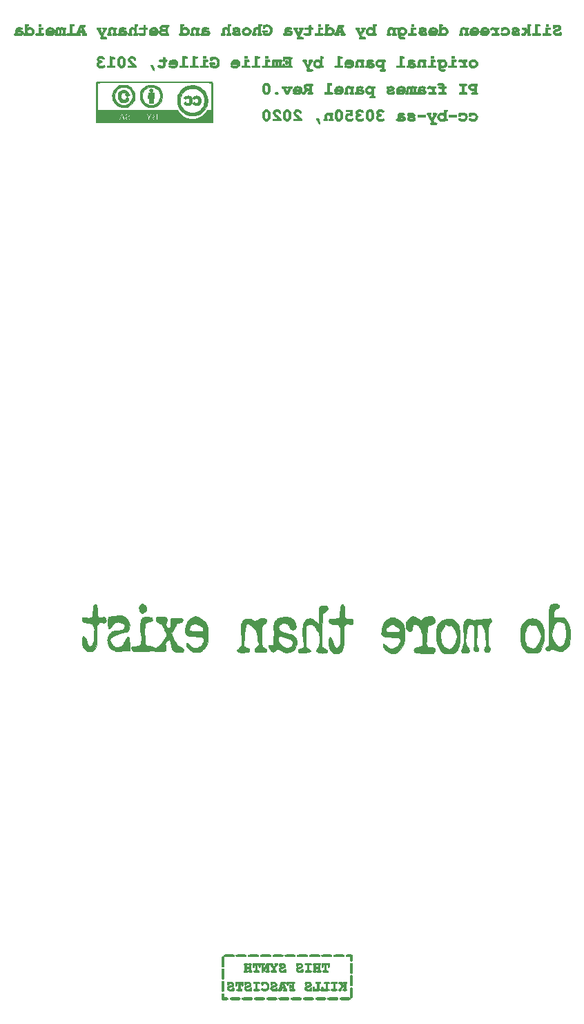
<source format=gbr>
%TF.GenerationSoftware,KiCad,Pcbnew,(5.1.6)-1*%
%TF.CreationDate,2021-02-11T15:37:54+05:30*%
%TF.ProjectId,Valance_Panel,56616c61-6e63-4655-9f50-616e656c2e6b,rev?*%
%TF.SameCoordinates,Original*%
%TF.FileFunction,Legend,Bot*%
%TF.FilePolarity,Positive*%
%FSLAX46Y46*%
G04 Gerber Fmt 4.6, Leading zero omitted, Abs format (unit mm)*
G04 Created by KiCad (PCBNEW (5.1.6)-1) date 2021-02-11 15:37:54*
%MOMM*%
%LPD*%
G01*
G04 APERTURE LIST*
%ADD10C,0.010000*%
G04 APERTURE END LIST*
D10*
%TO.C,G\u002A\u002A\u002A*%
G36*
X-16550065Y51241872D02*
G01*
X-16483078Y51185338D01*
X-16451928Y51094673D01*
X-16450000Y51059731D01*
X-16464565Y50988937D01*
X-16500693Y50924047D01*
X-16547038Y50882107D01*
X-16572956Y50875000D01*
X-16616469Y50867793D01*
X-16629206Y50864064D01*
X-16676554Y50864377D01*
X-16722732Y50877231D01*
X-16803806Y50932368D01*
X-16844240Y51016632D01*
X-16849205Y51065981D01*
X-16830018Y51163083D01*
X-16772975Y51229002D01*
X-16682238Y51259654D01*
X-16650000Y51261364D01*
X-16550065Y51241872D01*
G37*
X-16550065Y51241872D02*
X-16483078Y51185338D01*
X-16451928Y51094673D01*
X-16450000Y51059731D01*
X-16464565Y50988937D01*
X-16500693Y50924047D01*
X-16547038Y50882107D01*
X-16572956Y50875000D01*
X-16616469Y50867793D01*
X-16629206Y50864064D01*
X-16676554Y50864377D01*
X-16722732Y50877231D01*
X-16803806Y50932368D01*
X-16844240Y51016632D01*
X-16849205Y51065981D01*
X-16830018Y51163083D01*
X-16772975Y51229002D01*
X-16682238Y51259654D01*
X-16650000Y51261364D01*
X-16550065Y51241872D01*
G36*
X-16280525Y50456250D02*
G01*
X-16273549Y50125000D01*
X-16425000Y50125000D01*
X-16425000Y49475000D01*
X-16875000Y49475000D01*
X-16875000Y50125000D01*
X-17026452Y50125000D01*
X-17012500Y50787500D01*
X-16287500Y50787500D01*
X-16280525Y50456250D01*
G37*
X-16280525Y50456250D02*
X-16273549Y50125000D01*
X-16425000Y50125000D01*
X-16425000Y49475000D01*
X-16875000Y49475000D01*
X-16875000Y50125000D01*
X-17026452Y50125000D01*
X-17012500Y50787500D01*
X-16287500Y50787500D01*
X-16280525Y50456250D01*
G36*
X-19887593Y51093697D02*
G01*
X-19821046Y51075775D01*
X-19743919Y51041722D01*
X-19736734Y51038221D01*
X-19604626Y50950642D01*
X-19505525Y50830829D01*
X-19437446Y50682434D01*
X-19397954Y50606709D01*
X-19352485Y50579512D01*
X-19310492Y50565940D01*
X-19300000Y50553658D01*
X-19316589Y50528803D01*
X-19360527Y50479113D01*
X-19423070Y50414354D01*
X-19437804Y50399700D01*
X-19575608Y50263608D01*
X-19731304Y50419304D01*
X-19804189Y50493922D01*
X-19844246Y50540625D01*
X-19855344Y50565458D01*
X-19841356Y50574467D01*
X-19831000Y50575000D01*
X-19787312Y50579517D01*
X-19778573Y50601107D01*
X-19800870Y50651828D01*
X-19804084Y50657894D01*
X-19871522Y50737626D01*
X-19962099Y50782290D01*
X-20063978Y50792545D01*
X-20165321Y50769052D01*
X-20254290Y50712472D01*
X-20316252Y50629319D01*
X-20350317Y50519289D01*
X-20363347Y50384772D01*
X-20355552Y50246500D01*
X-20327141Y50125209D01*
X-20310785Y50087500D01*
X-20237050Y49989590D01*
X-20141007Y49928506D01*
X-20032892Y49909979D01*
X-20000000Y49913512D01*
X-19884940Y49949992D01*
X-19811183Y50011619D01*
X-19783524Y50076135D01*
X-19774171Y50113941D01*
X-19757304Y50135973D01*
X-19721438Y50146491D01*
X-19655093Y50149753D01*
X-19584375Y50150000D01*
X-19482177Y50147556D01*
X-19422571Y50134751D01*
X-19400821Y50103375D01*
X-19412189Y50045219D01*
X-19451937Y49952072D01*
X-19460054Y49934575D01*
X-19550675Y49797494D01*
X-19677617Y49691443D01*
X-19793700Y49635669D01*
X-19908911Y49610416D01*
X-20044849Y49603613D01*
X-20176636Y49615323D01*
X-20252943Y49634515D01*
X-20427566Y49717544D01*
X-20561652Y49828285D01*
X-20656450Y49968599D01*
X-20713211Y50140349D01*
X-20733184Y50345397D01*
X-20733218Y50350000D01*
X-20730380Y50475176D01*
X-20718192Y50569389D01*
X-20693626Y50651273D01*
X-20678429Y50687500D01*
X-20584900Y50847961D01*
X-20465239Y50967046D01*
X-20316547Y51046693D01*
X-20135923Y51088841D01*
X-20069259Y51094825D01*
X-19963639Y51098908D01*
X-19887593Y51093697D01*
G37*
X-19887593Y51093697D02*
X-19821046Y51075775D01*
X-19743919Y51041722D01*
X-19736734Y51038221D01*
X-19604626Y50950642D01*
X-19505525Y50830829D01*
X-19437446Y50682434D01*
X-19397954Y50606709D01*
X-19352485Y50579512D01*
X-19310492Y50565940D01*
X-19300000Y50553658D01*
X-19316589Y50528803D01*
X-19360527Y50479113D01*
X-19423070Y50414354D01*
X-19437804Y50399700D01*
X-19575608Y50263608D01*
X-19731304Y50419304D01*
X-19804189Y50493922D01*
X-19844246Y50540625D01*
X-19855344Y50565458D01*
X-19841356Y50574467D01*
X-19831000Y50575000D01*
X-19787312Y50579517D01*
X-19778573Y50601107D01*
X-19800870Y50651828D01*
X-19804084Y50657894D01*
X-19871522Y50737626D01*
X-19962099Y50782290D01*
X-20063978Y50792545D01*
X-20165321Y50769052D01*
X-20254290Y50712472D01*
X-20316252Y50629319D01*
X-20350317Y50519289D01*
X-20363347Y50384772D01*
X-20355552Y50246500D01*
X-20327141Y50125209D01*
X-20310785Y50087500D01*
X-20237050Y49989590D01*
X-20141007Y49928506D01*
X-20032892Y49909979D01*
X-20000000Y49913512D01*
X-19884940Y49949992D01*
X-19811183Y50011619D01*
X-19783524Y50076135D01*
X-19774171Y50113941D01*
X-19757304Y50135973D01*
X-19721438Y50146491D01*
X-19655093Y50149753D01*
X-19584375Y50150000D01*
X-19482177Y50147556D01*
X-19422571Y50134751D01*
X-19400821Y50103375D01*
X-19412189Y50045219D01*
X-19451937Y49952072D01*
X-19460054Y49934575D01*
X-19550675Y49797494D01*
X-19677617Y49691443D01*
X-19793700Y49635669D01*
X-19908911Y49610416D01*
X-20044849Y49603613D01*
X-20176636Y49615323D01*
X-20252943Y49634515D01*
X-20427566Y49717544D01*
X-20561652Y49828285D01*
X-20656450Y49968599D01*
X-20713211Y50140349D01*
X-20733184Y50345397D01*
X-20733218Y50350000D01*
X-20730380Y50475176D01*
X-20718192Y50569389D01*
X-20693626Y50651273D01*
X-20678429Y50687500D01*
X-20584900Y50847961D01*
X-20465239Y50967046D01*
X-20316547Y51046693D01*
X-20135923Y51088841D01*
X-20069259Y51094825D01*
X-19963639Y51098908D01*
X-19887593Y51093697D01*
G36*
X-10968357Y50391030D02*
G01*
X-10858826Y50364783D01*
X-10830255Y50352290D01*
X-10702565Y50260282D01*
X-10607371Y50137617D01*
X-10546623Y49993224D01*
X-10522273Y49836031D01*
X-10536271Y49674966D01*
X-10590567Y49518959D01*
X-10632479Y49447060D01*
X-10723349Y49353419D01*
X-10846456Y49283563D01*
X-10988145Y49241424D01*
X-11134762Y49230937D01*
X-11272655Y49256033D01*
X-11282905Y49259698D01*
X-11371839Y49303752D01*
X-11456709Y49364075D01*
X-11525781Y49430218D01*
X-11567321Y49491731D01*
X-11574169Y49519075D01*
X-11554018Y49547622D01*
X-11501889Y49584454D01*
X-11467148Y49603049D01*
X-11359295Y49655448D01*
X-11281571Y49577724D01*
X-11196441Y49518612D01*
X-11110955Y49503424D01*
X-11031067Y49526486D01*
X-10962728Y49582122D01*
X-10911894Y49664656D01*
X-10884518Y49768414D01*
X-10886552Y49887720D01*
X-10898173Y49943215D01*
X-10945083Y50049833D01*
X-11017238Y50113530D01*
X-11115424Y50134996D01*
X-11116984Y50135000D01*
X-11196884Y50121077D01*
X-11260972Y50071469D01*
X-11267506Y50064054D01*
X-11328531Y49993107D01*
X-11451766Y50050827D01*
X-11520137Y50087668D01*
X-11564885Y50121021D01*
X-11575000Y50137028D01*
X-11555876Y50178534D01*
X-11507024Y50234525D01*
X-11441224Y50293159D01*
X-11371258Y50342597D01*
X-11329987Y50364029D01*
X-11224763Y50391142D01*
X-11097278Y50399980D01*
X-10968357Y50391030D01*
G37*
X-10968357Y50391030D02*
X-10858826Y50364783D01*
X-10830255Y50352290D01*
X-10702565Y50260282D01*
X-10607371Y50137617D01*
X-10546623Y49993224D01*
X-10522273Y49836031D01*
X-10536271Y49674966D01*
X-10590567Y49518959D01*
X-10632479Y49447060D01*
X-10723349Y49353419D01*
X-10846456Y49283563D01*
X-10988145Y49241424D01*
X-11134762Y49230937D01*
X-11272655Y49256033D01*
X-11282905Y49259698D01*
X-11371839Y49303752D01*
X-11456709Y49364075D01*
X-11525781Y49430218D01*
X-11567321Y49491731D01*
X-11574169Y49519075D01*
X-11554018Y49547622D01*
X-11501889Y49584454D01*
X-11467148Y49603049D01*
X-11359295Y49655448D01*
X-11281571Y49577724D01*
X-11196441Y49518612D01*
X-11110955Y49503424D01*
X-11031067Y49526486D01*
X-10962728Y49582122D01*
X-10911894Y49664656D01*
X-10884518Y49768414D01*
X-10886552Y49887720D01*
X-10898173Y49943215D01*
X-10945083Y50049833D01*
X-11017238Y50113530D01*
X-11115424Y50134996D01*
X-11116984Y50135000D01*
X-11196884Y50121077D01*
X-11260972Y50071469D01*
X-11267506Y50064054D01*
X-11328531Y49993107D01*
X-11451766Y50050827D01*
X-11520137Y50087668D01*
X-11564885Y50121021D01*
X-11575000Y50137028D01*
X-11555876Y50178534D01*
X-11507024Y50234525D01*
X-11441224Y50293159D01*
X-11371258Y50342597D01*
X-11329987Y50364029D01*
X-11224763Y50391142D01*
X-11097278Y50399980D01*
X-10968357Y50391030D01*
G36*
X-12001452Y50384020D02*
G01*
X-11869512Y50333025D01*
X-11755732Y50242432D01*
X-11732027Y50216684D01*
X-11657463Y50096434D01*
X-11615145Y49950964D01*
X-11604844Y49793070D01*
X-11626332Y49635553D01*
X-11679381Y49491209D01*
X-11746765Y49391090D01*
X-11838016Y49319612D01*
X-11960827Y49267381D01*
X-12099325Y49237830D01*
X-12237637Y49234392D01*
X-12356487Y49259210D01*
X-12456604Y49304686D01*
X-12535750Y49364154D01*
X-12592851Y49424197D01*
X-12636518Y49484200D01*
X-12641235Y49528961D01*
X-12603810Y49568593D01*
X-12535338Y49606358D01*
X-12420675Y49662065D01*
X-12371378Y49594392D01*
X-12297230Y49531645D01*
X-12202601Y49507517D01*
X-12102030Y49524938D01*
X-12078956Y49535455D01*
X-12015091Y49594373D01*
X-11973250Y49684789D01*
X-11954514Y49792797D01*
X-11959964Y49904495D01*
X-11990678Y50005977D01*
X-12037167Y50073531D01*
X-12120157Y50126433D01*
X-12210927Y50136246D01*
X-12296003Y50103458D01*
X-12339481Y50062578D01*
X-12397229Y49990155D01*
X-12523615Y50049351D01*
X-12592962Y50086534D01*
X-12638868Y50120159D01*
X-12650000Y50137028D01*
X-12631157Y50177757D01*
X-12583149Y50233638D01*
X-12518759Y50292613D01*
X-12450769Y50342626D01*
X-12407053Y50366195D01*
X-12338757Y50384207D01*
X-12243598Y50396470D01*
X-12162308Y50400000D01*
X-12001452Y50384020D01*
G37*
X-12001452Y50384020D02*
X-11869512Y50333025D01*
X-11755732Y50242432D01*
X-11732027Y50216684D01*
X-11657463Y50096434D01*
X-11615145Y49950964D01*
X-11604844Y49793070D01*
X-11626332Y49635553D01*
X-11679381Y49491209D01*
X-11746765Y49391090D01*
X-11838016Y49319612D01*
X-11960827Y49267381D01*
X-12099325Y49237830D01*
X-12237637Y49234392D01*
X-12356487Y49259210D01*
X-12456604Y49304686D01*
X-12535750Y49364154D01*
X-12592851Y49424197D01*
X-12636518Y49484200D01*
X-12641235Y49528961D01*
X-12603810Y49568593D01*
X-12535338Y49606358D01*
X-12420675Y49662065D01*
X-12371378Y49594392D01*
X-12297230Y49531645D01*
X-12202601Y49507517D01*
X-12102030Y49524938D01*
X-12078956Y49535455D01*
X-12015091Y49594373D01*
X-11973250Y49684789D01*
X-11954514Y49792797D01*
X-11959964Y49904495D01*
X-11990678Y50005977D01*
X-12037167Y50073531D01*
X-12120157Y50126433D01*
X-12210927Y50136246D01*
X-12296003Y50103458D01*
X-12339481Y50062578D01*
X-12397229Y49990155D01*
X-12523615Y50049351D01*
X-12592962Y50086534D01*
X-12638868Y50120159D01*
X-12650000Y50137028D01*
X-12631157Y50177757D01*
X-12583149Y50233638D01*
X-12518759Y50292613D01*
X-12450769Y50342626D01*
X-12407053Y50366195D01*
X-12338757Y50384207D01*
X-12243598Y50396470D01*
X-12162308Y50400000D01*
X-12001452Y50384020D01*
G36*
X-16378987Y51727080D02*
G01*
X-16142945Y51661433D01*
X-15928319Y51557734D01*
X-15738015Y51420656D01*
X-15574940Y51254873D01*
X-15442000Y51065057D01*
X-15342101Y50855883D01*
X-15278150Y50632023D01*
X-15253054Y50398151D01*
X-15269719Y50158940D01*
X-15331051Y49919065D01*
X-15397486Y49762500D01*
X-15532842Y49542312D01*
X-15703566Y49350647D01*
X-15903004Y49193426D01*
X-16124498Y49076576D01*
X-16200000Y49048320D01*
X-16348784Y49011454D01*
X-16522574Y48989231D01*
X-16702315Y48982563D01*
X-16868952Y48992357D01*
X-16975000Y49011343D01*
X-17227181Y49099828D01*
X-17454486Y49227816D01*
X-17651721Y49391500D01*
X-17813691Y49587073D01*
X-17859515Y49659661D01*
X-17944142Y49830146D01*
X-17998432Y50006697D01*
X-18025950Y50203914D01*
X-18031193Y50362500D01*
X-18027122Y50424386D01*
X-17765312Y50424386D01*
X-17754169Y50201623D01*
X-17751545Y50185837D01*
X-17693196Y49968196D01*
X-17596368Y49777648D01*
X-17455828Y49603942D01*
X-17453047Y49601092D01*
X-17269696Y49446880D01*
X-17066724Y49336571D01*
X-16849168Y49271741D01*
X-16622061Y49253963D01*
X-16419981Y49278132D01*
X-16208300Y49347809D01*
X-16015122Y49459814D01*
X-15846184Y49608134D01*
X-15707221Y49786755D01*
X-15603969Y49989664D01*
X-15544881Y50195642D01*
X-15529891Y50407685D01*
X-15560478Y50618095D01*
X-15632485Y50820071D01*
X-15741759Y51006813D01*
X-15884143Y51171519D01*
X-16055481Y51307389D01*
X-16251619Y51407623D01*
X-16295035Y51423328D01*
X-16480746Y51464911D01*
X-16684224Y51475308D01*
X-16884150Y51454521D01*
X-17004966Y51423328D01*
X-17210828Y51329088D01*
X-17390192Y51197400D01*
X-17539190Y51034674D01*
X-17653955Y50847323D01*
X-17730618Y50641756D01*
X-17765312Y50424386D01*
X-18027122Y50424386D01*
X-18014218Y50620498D01*
X-17961247Y50848382D01*
X-17868918Y51053918D01*
X-17733869Y51244872D01*
X-17580481Y51403830D01*
X-17391748Y51551055D01*
X-17187704Y51656064D01*
X-16962005Y51721176D01*
X-16708310Y51748709D01*
X-16633539Y51750000D01*
X-16378987Y51727080D01*
G37*
X-16378987Y51727080D02*
X-16142945Y51661433D01*
X-15928319Y51557734D01*
X-15738015Y51420656D01*
X-15574940Y51254873D01*
X-15442000Y51065057D01*
X-15342101Y50855883D01*
X-15278150Y50632023D01*
X-15253054Y50398151D01*
X-15269719Y50158940D01*
X-15331051Y49919065D01*
X-15397486Y49762500D01*
X-15532842Y49542312D01*
X-15703566Y49350647D01*
X-15903004Y49193426D01*
X-16124498Y49076576D01*
X-16200000Y49048320D01*
X-16348784Y49011454D01*
X-16522574Y48989231D01*
X-16702315Y48982563D01*
X-16868952Y48992357D01*
X-16975000Y49011343D01*
X-17227181Y49099828D01*
X-17454486Y49227816D01*
X-17651721Y49391500D01*
X-17813691Y49587073D01*
X-17859515Y49659661D01*
X-17944142Y49830146D01*
X-17998432Y50006697D01*
X-18025950Y50203914D01*
X-18031193Y50362500D01*
X-18027122Y50424386D01*
X-17765312Y50424386D01*
X-17754169Y50201623D01*
X-17751545Y50185837D01*
X-17693196Y49968196D01*
X-17596368Y49777648D01*
X-17455828Y49603942D01*
X-17453047Y49601092D01*
X-17269696Y49446880D01*
X-17066724Y49336571D01*
X-16849168Y49271741D01*
X-16622061Y49253963D01*
X-16419981Y49278132D01*
X-16208300Y49347809D01*
X-16015122Y49459814D01*
X-15846184Y49608134D01*
X-15707221Y49786755D01*
X-15603969Y49989664D01*
X-15544881Y50195642D01*
X-15529891Y50407685D01*
X-15560478Y50618095D01*
X-15632485Y50820071D01*
X-15741759Y51006813D01*
X-15884143Y51171519D01*
X-16055481Y51307389D01*
X-16251619Y51407623D01*
X-16295035Y51423328D01*
X-16480746Y51464911D01*
X-16684224Y51475308D01*
X-16884150Y51454521D01*
X-17004966Y51423328D01*
X-17210828Y51329088D01*
X-17390192Y51197400D01*
X-17539190Y51034674D01*
X-17653955Y50847323D01*
X-17730618Y50641756D01*
X-17765312Y50424386D01*
X-18027122Y50424386D01*
X-18014218Y50620498D01*
X-17961247Y50848382D01*
X-17868918Y51053918D01*
X-17733869Y51244872D01*
X-17580481Y51403830D01*
X-17391748Y51551055D01*
X-17187704Y51656064D01*
X-16962005Y51721176D01*
X-16708310Y51748709D01*
X-16633539Y51750000D01*
X-16378987Y51727080D01*
G36*
X-19767931Y51730034D02*
G01*
X-19529716Y51669041D01*
X-19314196Y51565386D01*
X-19117319Y51417431D01*
X-19050000Y51352776D01*
X-18883008Y51155424D01*
X-18763081Y50948835D01*
X-18687331Y50725955D01*
X-18652871Y50479732D01*
X-18650000Y50375715D01*
X-18662318Y50140301D01*
X-18702434Y49937632D01*
X-18775094Y49756083D01*
X-18885043Y49584032D01*
X-19037027Y49409855D01*
X-19049491Y49397152D01*
X-19229148Y49236923D01*
X-19412339Y49119605D01*
X-19610181Y49038687D01*
X-19705994Y49012640D01*
X-19857799Y48988514D01*
X-20030694Y48979198D01*
X-20199994Y48985181D01*
X-20312500Y49000551D01*
X-20551514Y49072722D01*
X-20772226Y49186676D01*
X-20969240Y49336928D01*
X-21137157Y49517991D01*
X-21270580Y49724379D01*
X-21364112Y49950605D01*
X-21401210Y50107169D01*
X-21419531Y50335859D01*
X-21146045Y50335859D01*
X-21122907Y50128741D01*
X-21059578Y49928540D01*
X-20954998Y49741343D01*
X-20814630Y49579355D01*
X-20620470Y49425968D01*
X-20414062Y49320190D01*
X-20197448Y49262586D01*
X-19972671Y49253720D01*
X-19763375Y49288323D01*
X-19569421Y49356873D01*
X-19399310Y49458366D01*
X-19239728Y49600905D01*
X-19226066Y49615341D01*
X-19077419Y49805709D01*
X-18977236Y50007800D01*
X-18925062Y50223010D01*
X-18920438Y50452736D01*
X-18928298Y50525000D01*
X-18980523Y50730805D01*
X-19075969Y50927847D01*
X-19207860Y51107028D01*
X-19369417Y51259250D01*
X-19553862Y51375417D01*
X-19566322Y51381428D01*
X-19642106Y51416032D01*
X-19704697Y51439075D01*
X-19767706Y51452898D01*
X-19844749Y51459844D01*
X-19949436Y51462255D01*
X-20037500Y51462500D01*
X-20166934Y51461781D01*
X-20259713Y51458093D01*
X-20329177Y51449137D01*
X-20388666Y51432618D01*
X-20451520Y51406238D01*
X-20500310Y51382809D01*
X-20696027Y51262066D01*
X-20857921Y51111705D01*
X-20984932Y50937814D01*
X-21075997Y50746484D01*
X-21130055Y50543802D01*
X-21146045Y50335859D01*
X-21419531Y50335859D01*
X-21422370Y50371293D01*
X-21397751Y50627837D01*
X-21329853Y50871390D01*
X-21221181Y51096540D01*
X-21074236Y51297876D01*
X-20891521Y51469987D01*
X-20717787Y51584942D01*
X-20514151Y51676765D01*
X-20297105Y51730775D01*
X-20054537Y51749891D01*
X-20032894Y51750000D01*
X-19767931Y51730034D01*
G37*
X-19767931Y51730034D02*
X-19529716Y51669041D01*
X-19314196Y51565386D01*
X-19117319Y51417431D01*
X-19050000Y51352776D01*
X-18883008Y51155424D01*
X-18763081Y50948835D01*
X-18687331Y50725955D01*
X-18652871Y50479732D01*
X-18650000Y50375715D01*
X-18662318Y50140301D01*
X-18702434Y49937632D01*
X-18775094Y49756083D01*
X-18885043Y49584032D01*
X-19037027Y49409855D01*
X-19049491Y49397152D01*
X-19229148Y49236923D01*
X-19412339Y49119605D01*
X-19610181Y49038687D01*
X-19705994Y49012640D01*
X-19857799Y48988514D01*
X-20030694Y48979198D01*
X-20199994Y48985181D01*
X-20312500Y49000551D01*
X-20551514Y49072722D01*
X-20772226Y49186676D01*
X-20969240Y49336928D01*
X-21137157Y49517991D01*
X-21270580Y49724379D01*
X-21364112Y49950605D01*
X-21401210Y50107169D01*
X-21419531Y50335859D01*
X-21146045Y50335859D01*
X-21122907Y50128741D01*
X-21059578Y49928540D01*
X-20954998Y49741343D01*
X-20814630Y49579355D01*
X-20620470Y49425968D01*
X-20414062Y49320190D01*
X-20197448Y49262586D01*
X-19972671Y49253720D01*
X-19763375Y49288323D01*
X-19569421Y49356873D01*
X-19399310Y49458366D01*
X-19239728Y49600905D01*
X-19226066Y49615341D01*
X-19077419Y49805709D01*
X-18977236Y50007800D01*
X-18925062Y50223010D01*
X-18920438Y50452736D01*
X-18928298Y50525000D01*
X-18980523Y50730805D01*
X-19075969Y50927847D01*
X-19207860Y51107028D01*
X-19369417Y51259250D01*
X-19553862Y51375417D01*
X-19566322Y51381428D01*
X-19642106Y51416032D01*
X-19704697Y51439075D01*
X-19767706Y51452898D01*
X-19844749Y51459844D01*
X-19949436Y51462255D01*
X-20037500Y51462500D01*
X-20166934Y51461781D01*
X-20259713Y51458093D01*
X-20329177Y51449137D01*
X-20388666Y51432618D01*
X-20451520Y51406238D01*
X-20500310Y51382809D01*
X-20696027Y51262066D01*
X-20857921Y51111705D01*
X-20984932Y50937814D01*
X-21075997Y50746484D01*
X-21130055Y50543802D01*
X-21146045Y50335859D01*
X-21419531Y50335859D01*
X-21422370Y50371293D01*
X-21397751Y50627837D01*
X-21329853Y50871390D01*
X-21221181Y51096540D01*
X-21074236Y51297876D01*
X-20891521Y51469987D01*
X-20717787Y51584942D01*
X-20514151Y51676765D01*
X-20297105Y51730775D01*
X-20054537Y51749891D01*
X-20032894Y51750000D01*
X-19767931Y51730034D01*
G36*
X-11373123Y51677396D02*
G01*
X-11212269Y51659494D01*
X-11125000Y51641530D01*
X-10839562Y51540969D01*
X-10577035Y51397438D01*
X-10341430Y51214258D01*
X-10136759Y50994751D01*
X-9967034Y50742237D01*
X-9912138Y50637500D01*
X-9812812Y50397082D01*
X-9752921Y50159206D01*
X-9729388Y49908275D01*
X-9732373Y49726147D01*
X-9761221Y49452745D01*
X-9819580Y49210842D01*
X-9911757Y48988756D01*
X-10042056Y48774804D01*
X-10122407Y48667781D01*
X-10336097Y48436753D01*
X-10576296Y48248111D01*
X-10842965Y48101883D01*
X-11012500Y48035580D01*
X-11179199Y47993483D01*
X-11376612Y47966280D01*
X-11587479Y47954781D01*
X-11794538Y47959801D01*
X-11980528Y47982151D01*
X-12012500Y47988518D01*
X-12237168Y48057306D01*
X-12466789Y48164602D01*
X-12688456Y48302210D01*
X-12889263Y48461938D01*
X-13056301Y48635591D01*
X-13081217Y48666956D01*
X-13235123Y48897442D01*
X-13346422Y49136342D01*
X-13417866Y49392062D01*
X-13452207Y49673008D01*
X-13456301Y49812500D01*
X-13455697Y49824844D01*
X-13096798Y49824844D01*
X-13093624Y49717388D01*
X-13056626Y49446741D01*
X-12975227Y49199073D01*
X-12849252Y48974028D01*
X-12678522Y48771252D01*
X-12571292Y48673906D01*
X-12339991Y48511481D01*
X-12095017Y48396913D01*
X-11838473Y48330615D01*
X-11572465Y48313000D01*
X-11299098Y48344481D01*
X-11123062Y48390016D01*
X-10906580Y48482064D01*
X-10700122Y48615442D01*
X-10512398Y48781747D01*
X-10352119Y48972575D01*
X-10227998Y49179523D01*
X-10176024Y49303582D01*
X-10105711Y49573824D01*
X-10084364Y49840874D01*
X-10110945Y50101280D01*
X-10184419Y50351593D01*
X-10303753Y50588361D01*
X-10467910Y50808134D01*
X-10675855Y51007460D01*
X-10690793Y51019570D01*
X-10889043Y51155253D01*
X-11097325Y51249298D01*
X-11324694Y51304711D01*
X-11580205Y51324499D01*
X-11609663Y51324631D01*
X-11885250Y51300657D01*
X-12142465Y51230416D01*
X-12379324Y51114879D01*
X-12593847Y50955016D01*
X-12784052Y50751797D01*
X-12786879Y50748209D01*
X-12926900Y50539275D01*
X-13023728Y50320774D01*
X-13079612Y50085149D01*
X-13096798Y49824844D01*
X-13455697Y49824844D01*
X-13442262Y50099191D01*
X-13395593Y50355305D01*
X-13313140Y50590651D01*
X-13191747Y50815043D01*
X-13085122Y50966674D01*
X-12888688Y51184174D01*
X-12660143Y51369073D01*
X-12407360Y51516180D01*
X-12138216Y51620305D01*
X-12062500Y51640684D01*
X-11916418Y51666080D01*
X-11741776Y51680674D01*
X-11555151Y51684451D01*
X-11373123Y51677396D01*
G37*
X-11373123Y51677396D02*
X-11212269Y51659494D01*
X-11125000Y51641530D01*
X-10839562Y51540969D01*
X-10577035Y51397438D01*
X-10341430Y51214258D01*
X-10136759Y50994751D01*
X-9967034Y50742237D01*
X-9912138Y50637500D01*
X-9812812Y50397082D01*
X-9752921Y50159206D01*
X-9729388Y49908275D01*
X-9732373Y49726147D01*
X-9761221Y49452745D01*
X-9819580Y49210842D01*
X-9911757Y48988756D01*
X-10042056Y48774804D01*
X-10122407Y48667781D01*
X-10336097Y48436753D01*
X-10576296Y48248111D01*
X-10842965Y48101883D01*
X-11012500Y48035580D01*
X-11179199Y47993483D01*
X-11376612Y47966280D01*
X-11587479Y47954781D01*
X-11794538Y47959801D01*
X-11980528Y47982151D01*
X-12012500Y47988518D01*
X-12237168Y48057306D01*
X-12466789Y48164602D01*
X-12688456Y48302210D01*
X-12889263Y48461938D01*
X-13056301Y48635591D01*
X-13081217Y48666956D01*
X-13235123Y48897442D01*
X-13346422Y49136342D01*
X-13417866Y49392062D01*
X-13452207Y49673008D01*
X-13456301Y49812500D01*
X-13455697Y49824844D01*
X-13096798Y49824844D01*
X-13093624Y49717388D01*
X-13056626Y49446741D01*
X-12975227Y49199073D01*
X-12849252Y48974028D01*
X-12678522Y48771252D01*
X-12571292Y48673906D01*
X-12339991Y48511481D01*
X-12095017Y48396913D01*
X-11838473Y48330615D01*
X-11572465Y48313000D01*
X-11299098Y48344481D01*
X-11123062Y48390016D01*
X-10906580Y48482064D01*
X-10700122Y48615442D01*
X-10512398Y48781747D01*
X-10352119Y48972575D01*
X-10227998Y49179523D01*
X-10176024Y49303582D01*
X-10105711Y49573824D01*
X-10084364Y49840874D01*
X-10110945Y50101280D01*
X-10184419Y50351593D01*
X-10303753Y50588361D01*
X-10467910Y50808134D01*
X-10675855Y51007460D01*
X-10690793Y51019570D01*
X-10889043Y51155253D01*
X-11097325Y51249298D01*
X-11324694Y51304711D01*
X-11580205Y51324499D01*
X-11609663Y51324631D01*
X-11885250Y51300657D01*
X-12142465Y51230416D01*
X-12379324Y51114879D01*
X-12593847Y50955016D01*
X-12784052Y50751797D01*
X-12786879Y50748209D01*
X-12926900Y50539275D01*
X-13023728Y50320774D01*
X-13079612Y50085149D01*
X-13096798Y49824844D01*
X-13455697Y49824844D01*
X-13442262Y50099191D01*
X-13395593Y50355305D01*
X-13313140Y50590651D01*
X-13191747Y50815043D01*
X-13085122Y50966674D01*
X-12888688Y51184174D01*
X-12660143Y51369073D01*
X-12407360Y51516180D01*
X-12138216Y51620305D01*
X-12062500Y51640684D01*
X-11916418Y51666080D01*
X-11741776Y51680674D01*
X-11555151Y51684451D01*
X-11373123Y51677396D01*
G36*
X-16050000Y47925000D02*
G01*
X-16170000Y47925000D01*
X-16247244Y47930915D01*
X-16305203Y47945892D01*
X-16320000Y47955001D01*
X-16346861Y48004100D01*
X-16350000Y48025000D01*
X-16330953Y48081566D01*
X-16271953Y48114383D01*
X-16170208Y48125000D01*
X-16050000Y48125000D01*
X-16050000Y47925000D01*
G37*
X-16050000Y47925000D02*
X-16170000Y47925000D01*
X-16247244Y47930915D01*
X-16305203Y47945892D01*
X-16320000Y47955001D01*
X-16346861Y48004100D01*
X-16350000Y48025000D01*
X-16330953Y48081566D01*
X-16271953Y48114383D01*
X-16170208Y48125000D01*
X-16050000Y48125000D01*
X-16050000Y47925000D01*
G36*
X-16050000Y47575000D02*
G01*
X-16143750Y47577493D01*
X-16225170Y47583926D01*
X-16296042Y47596182D01*
X-16300000Y47597231D01*
X-16352666Y47630495D01*
X-16370557Y47683751D01*
X-16366696Y47755545D01*
X-16330968Y47799913D01*
X-16257507Y47821305D01*
X-16184439Y47825000D01*
X-16050000Y47825000D01*
X-16050000Y47575000D01*
G37*
X-16050000Y47575000D02*
X-16143750Y47577493D01*
X-16225170Y47583926D01*
X-16296042Y47596182D01*
X-16300000Y47597231D01*
X-16352666Y47630495D01*
X-16370557Y47683751D01*
X-16366696Y47755545D01*
X-16330968Y47799913D01*
X-16257507Y47821305D01*
X-16184439Y47825000D01*
X-16050000Y47825000D01*
X-16050000Y47575000D01*
G36*
X-20220702Y47977781D02*
G01*
X-20189105Y47898238D01*
X-20164828Y47828156D01*
X-20159474Y47809341D01*
X-20154142Y47773510D01*
X-20169462Y47756071D01*
X-20216849Y47750444D01*
X-20262465Y47750000D01*
X-20337612Y47754452D01*
X-20368621Y47768817D01*
X-20368817Y47781250D01*
X-20355041Y47821041D01*
X-20331646Y47890783D01*
X-20312160Y47949690D01*
X-20267036Y48086880D01*
X-20220702Y47977781D01*
G37*
X-20220702Y47977781D02*
X-20189105Y47898238D01*
X-20164828Y47828156D01*
X-20159474Y47809341D01*
X-20154142Y47773510D01*
X-20169462Y47756071D01*
X-20216849Y47750444D01*
X-20262465Y47750000D01*
X-20337612Y47754452D01*
X-20368621Y47768817D01*
X-20368817Y47781250D01*
X-20355041Y47821041D01*
X-20331646Y47890783D01*
X-20312160Y47949690D01*
X-20267036Y48086880D01*
X-20220702Y47977781D01*
G36*
X32050000Y58925000D02*
G01*
X31775000Y58925000D01*
X31775000Y59175000D01*
X32050000Y59175000D01*
X32050000Y58925000D01*
G37*
X32050000Y58925000D02*
X31775000Y58925000D01*
X31775000Y59175000D01*
X32050000Y59175000D01*
X32050000Y58925000D01*
G36*
X15550000Y58925000D02*
G01*
X15275000Y58925000D01*
X15275000Y59175000D01*
X15550000Y59175000D01*
X15550000Y58925000D01*
G37*
X15550000Y58925000D02*
X15275000Y58925000D01*
X15275000Y59175000D01*
X15550000Y59175000D01*
X15550000Y58925000D01*
G36*
X4125000Y58925000D02*
G01*
X3850000Y58925000D01*
X3850000Y59175000D01*
X4125000Y59175000D01*
X4125000Y58925000D01*
G37*
X4125000Y58925000D02*
X3850000Y58925000D01*
X3850000Y59175000D01*
X4125000Y59175000D01*
X4125000Y58925000D01*
G36*
X-30150000Y58925000D02*
G01*
X-30425000Y58925000D01*
X-30425000Y59175000D01*
X-30150000Y59175000D01*
X-30150000Y58925000D01*
G37*
X-30150000Y58925000D02*
X-30425000Y58925000D01*
X-30425000Y59175000D01*
X-30150000Y59175000D01*
X-30150000Y58925000D01*
G36*
X32102802Y58772379D02*
G01*
X32191055Y58762223D01*
X32243919Y58741092D01*
X32268615Y58705546D01*
X32272363Y58652147D01*
X32270556Y58632762D01*
X32262684Y58592978D01*
X32242263Y58571047D01*
X32196581Y58560458D01*
X32118750Y58555003D01*
X31975000Y58547505D01*
X31975000Y58050000D01*
X32135714Y58050000D01*
X32255795Y58041084D01*
X32332642Y58013074D01*
X32369969Y57964081D01*
X32375000Y57928215D01*
X32371337Y57893764D01*
X32356220Y57867910D01*
X32323455Y57849436D01*
X32266846Y57837127D01*
X32180199Y57829766D01*
X32057320Y57826139D01*
X31892014Y57825028D01*
X31849166Y57825000D01*
X31701358Y57825855D01*
X31571074Y57828233D01*
X31466442Y57831851D01*
X31395589Y57836431D01*
X31366666Y57841667D01*
X31351484Y57884629D01*
X31352937Y57947604D01*
X31369050Y58004197D01*
X31380000Y58020000D01*
X31420642Y58036358D01*
X31495428Y58047117D01*
X31567500Y58050000D01*
X31725000Y58050000D01*
X31725000Y58775000D01*
X31971938Y58775000D01*
X32102802Y58772379D01*
G37*
X32102802Y58772379D02*
X32191055Y58762223D01*
X32243919Y58741092D01*
X32268615Y58705546D01*
X32272363Y58652147D01*
X32270556Y58632762D01*
X32262684Y58592978D01*
X32242263Y58571047D01*
X32196581Y58560458D01*
X32118750Y58555003D01*
X31975000Y58547505D01*
X31975000Y58050000D01*
X32135714Y58050000D01*
X32255795Y58041084D01*
X32332642Y58013074D01*
X32369969Y57964081D01*
X32375000Y57928215D01*
X32371337Y57893764D01*
X32356220Y57867910D01*
X32323455Y57849436D01*
X32266846Y57837127D01*
X32180199Y57829766D01*
X32057320Y57826139D01*
X31892014Y57825028D01*
X31849166Y57825000D01*
X31701358Y57825855D01*
X31571074Y57828233D01*
X31466442Y57831851D01*
X31395589Y57836431D01*
X31366666Y57841667D01*
X31351484Y57884629D01*
X31352937Y57947604D01*
X31369050Y58004197D01*
X31380000Y58020000D01*
X31420642Y58036358D01*
X31495428Y58047117D01*
X31567500Y58050000D01*
X31725000Y58050000D01*
X31725000Y58775000D01*
X31971938Y58775000D01*
X32102802Y58772379D01*
G36*
X30831984Y59172832D02*
G01*
X30912860Y59165427D01*
X30962793Y59151434D01*
X30985714Y59135715D01*
X31020052Y59087659D01*
X31016882Y59036783D01*
X30999120Y58998357D01*
X30972750Y58968991D01*
X30925155Y58954245D01*
X30842523Y58950010D01*
X30836620Y58950000D01*
X30700000Y58950000D01*
X30700000Y58050000D01*
X30851643Y58050000D01*
X30973887Y58042901D01*
X31052657Y58020247D01*
X31092617Y57980003D01*
X31100000Y57941621D01*
X31097131Y57902791D01*
X31084362Y57873663D01*
X31055447Y57852853D01*
X31004141Y57838976D01*
X30924200Y57830646D01*
X30809379Y57826479D01*
X30653432Y57825089D01*
X30574166Y57825000D01*
X30426358Y57825855D01*
X30296074Y57828233D01*
X30191442Y57831851D01*
X30120589Y57836431D01*
X30091666Y57841667D01*
X30076484Y57884629D01*
X30077937Y57947604D01*
X30094050Y58004197D01*
X30105000Y58020000D01*
X30146212Y58036363D01*
X30223686Y58046992D01*
X30305000Y58050000D01*
X30475000Y58050000D01*
X30475000Y59175000D01*
X30710714Y59175000D01*
X30831984Y59172832D01*
G37*
X30831984Y59172832D02*
X30912860Y59165427D01*
X30962793Y59151434D01*
X30985714Y59135715D01*
X31020052Y59087659D01*
X31016882Y59036783D01*
X30999120Y58998357D01*
X30972750Y58968991D01*
X30925155Y58954245D01*
X30842523Y58950010D01*
X30836620Y58950000D01*
X30700000Y58950000D01*
X30700000Y58050000D01*
X30851643Y58050000D01*
X30973887Y58042901D01*
X31052657Y58020247D01*
X31092617Y57980003D01*
X31100000Y57941621D01*
X31097131Y57902791D01*
X31084362Y57873663D01*
X31055447Y57852853D01*
X31004141Y57838976D01*
X30924200Y57830646D01*
X30809379Y57826479D01*
X30653432Y57825089D01*
X30574166Y57825000D01*
X30426358Y57825855D01*
X30296074Y57828233D01*
X30191442Y57831851D01*
X30120589Y57836431D01*
X30091666Y57841667D01*
X30076484Y57884629D01*
X30077937Y57947604D01*
X30094050Y58004197D01*
X30105000Y58020000D01*
X30146212Y58036363D01*
X30223686Y58046992D01*
X30305000Y58050000D01*
X30475000Y58050000D01*
X30475000Y59175000D01*
X30710714Y59175000D01*
X30831984Y59172832D01*
G36*
X29777139Y59165762D02*
G01*
X29860078Y59137908D01*
X29897534Y59091232D01*
X29900000Y59071571D01*
X29879534Y59006768D01*
X29829531Y58960957D01*
X29786620Y58950000D01*
X29725000Y58950000D01*
X29725000Y58056250D01*
X29797989Y58041653D01*
X29864344Y58008119D01*
X29892070Y57948977D01*
X29875600Y57876122D01*
X29875505Y57875945D01*
X29854993Y57849384D01*
X29820840Y57833952D01*
X29761008Y57826780D01*
X29663458Y57825001D01*
X29661620Y57825000D01*
X29475000Y57825000D01*
X29475000Y58000000D01*
X29473018Y58086260D01*
X29467803Y58148763D01*
X29460449Y58174863D01*
X29459847Y58175000D01*
X29433101Y58160749D01*
X29381750Y58124413D01*
X29347390Y58097933D01*
X29287919Y58045119D01*
X29263361Y58003643D01*
X29265334Y57960109D01*
X29271060Y57902061D01*
X29249905Y57862629D01*
X29195859Y57838728D01*
X29102910Y57827276D01*
X29001938Y57825000D01*
X28881533Y57828643D01*
X28796794Y57838996D01*
X28755000Y57855000D01*
X28729953Y57903740D01*
X28725000Y57937500D01*
X28744956Y58005867D01*
X28803893Y58043580D01*
X28861250Y58051088D01*
X28914579Y58062397D01*
X28978297Y58098678D01*
X29061652Y58165658D01*
X29096305Y58196620D01*
X29255111Y58341065D01*
X29132685Y58443566D01*
X29023882Y58519683D01*
X28931105Y58553430D01*
X28923879Y58554284D01*
X28863680Y58566271D01*
X28836930Y58595650D01*
X28829443Y58632762D01*
X28829511Y58695772D01*
X28851787Y58737457D01*
X28903575Y58761843D01*
X28992177Y58772955D01*
X29087500Y58775000D01*
X29202721Y58772335D01*
X29277601Y58761133D01*
X29321658Y58736584D01*
X29344410Y58693880D01*
X29354037Y58640336D01*
X29379929Y58572583D01*
X29418750Y58531037D01*
X29475000Y58493902D01*
X29475000Y59175000D01*
X29648214Y59175000D01*
X29777139Y59165762D01*
G37*
X29777139Y59165762D02*
X29860078Y59137908D01*
X29897534Y59091232D01*
X29900000Y59071571D01*
X29879534Y59006768D01*
X29829531Y58960957D01*
X29786620Y58950000D01*
X29725000Y58950000D01*
X29725000Y58056250D01*
X29797989Y58041653D01*
X29864344Y58008119D01*
X29892070Y57948977D01*
X29875600Y57876122D01*
X29875505Y57875945D01*
X29854993Y57849384D01*
X29820840Y57833952D01*
X29761008Y57826780D01*
X29663458Y57825001D01*
X29661620Y57825000D01*
X29475000Y57825000D01*
X29475000Y58000000D01*
X29473018Y58086260D01*
X29467803Y58148763D01*
X29460449Y58174863D01*
X29459847Y58175000D01*
X29433101Y58160749D01*
X29381750Y58124413D01*
X29347390Y58097933D01*
X29287919Y58045119D01*
X29263361Y58003643D01*
X29265334Y57960109D01*
X29271060Y57902061D01*
X29249905Y57862629D01*
X29195859Y57838728D01*
X29102910Y57827276D01*
X29001938Y57825000D01*
X28881533Y57828643D01*
X28796794Y57838996D01*
X28755000Y57855000D01*
X28729953Y57903740D01*
X28725000Y57937500D01*
X28744956Y58005867D01*
X28803893Y58043580D01*
X28861250Y58051088D01*
X28914579Y58062397D01*
X28978297Y58098678D01*
X29061652Y58165658D01*
X29096305Y58196620D01*
X29255111Y58341065D01*
X29132685Y58443566D01*
X29023882Y58519683D01*
X28931105Y58553430D01*
X28923879Y58554284D01*
X28863680Y58566271D01*
X28836930Y58595650D01*
X28829443Y58632762D01*
X28829511Y58695772D01*
X28851787Y58737457D01*
X28903575Y58761843D01*
X28992177Y58772955D01*
X29087500Y58775000D01*
X29202721Y58772335D01*
X29277601Y58761133D01*
X29321658Y58736584D01*
X29344410Y58693880D01*
X29354037Y58640336D01*
X29379929Y58572583D01*
X29418750Y58531037D01*
X29475000Y58493902D01*
X29475000Y59175000D01*
X29648214Y59175000D01*
X29777139Y59165762D01*
G36*
X25282207Y58784305D02*
G01*
X25391472Y58748845D01*
X25445575Y58718396D01*
X25550000Y58649291D01*
X25550000Y58712146D01*
X25552327Y58744234D01*
X25566365Y58762983D01*
X25602696Y58771973D01*
X25671903Y58774787D01*
X25735714Y58775000D01*
X25866951Y58767299D01*
X25952286Y58743302D01*
X25993528Y58701668D01*
X25992485Y58641059D01*
X25974120Y58598357D01*
X25930168Y58560180D01*
X25861620Y58550000D01*
X25775000Y58550000D01*
X25775000Y58050000D01*
X25873214Y58050000D01*
X25956691Y58036755D01*
X26019985Y58002374D01*
X26049364Y57954893D01*
X26050000Y57946571D01*
X26039110Y57905992D01*
X26024120Y57873357D01*
X26011560Y57855857D01*
X25990588Y57843162D01*
X25953899Y57834509D01*
X25894187Y57829133D01*
X25804149Y57826268D01*
X25676479Y57825152D01*
X25562096Y57825000D01*
X25125952Y57825000D01*
X25109294Y57891370D01*
X25101152Y57955192D01*
X25118924Y57998408D01*
X25169052Y58025185D01*
X25257976Y58039691D01*
X25346384Y58044762D01*
X25550000Y58052023D01*
X25550000Y58195874D01*
X25548202Y58277311D01*
X25536448Y58329117D01*
X25505195Y58370037D01*
X25444898Y58418813D01*
X25431250Y58429102D01*
X25334307Y58499914D01*
X25266091Y58542311D01*
X25216898Y58559862D01*
X25177023Y58556137D01*
X25139370Y58536427D01*
X25068744Y58508949D01*
X25007865Y58504434D01*
X24955865Y58519846D01*
X24933952Y58560824D01*
X24930073Y58588287D01*
X24943380Y58669385D01*
X24994615Y58731900D01*
X25074410Y58773468D01*
X25173397Y58791724D01*
X25282207Y58784305D01*
G37*
X25282207Y58784305D02*
X25391472Y58748845D01*
X25445575Y58718396D01*
X25550000Y58649291D01*
X25550000Y58712146D01*
X25552327Y58744234D01*
X25566365Y58762983D01*
X25602696Y58771973D01*
X25671903Y58774787D01*
X25735714Y58775000D01*
X25866951Y58767299D01*
X25952286Y58743302D01*
X25993528Y58701668D01*
X25992485Y58641059D01*
X25974120Y58598357D01*
X25930168Y58560180D01*
X25861620Y58550000D01*
X25775000Y58550000D01*
X25775000Y58050000D01*
X25873214Y58050000D01*
X25956691Y58036755D01*
X26019985Y58002374D01*
X26049364Y57954893D01*
X26050000Y57946571D01*
X26039110Y57905992D01*
X26024120Y57873357D01*
X26011560Y57855857D01*
X25990588Y57843162D01*
X25953899Y57834509D01*
X25894187Y57829133D01*
X25804149Y57826268D01*
X25676479Y57825152D01*
X25562096Y57825000D01*
X25125952Y57825000D01*
X25109294Y57891370D01*
X25101152Y57955192D01*
X25118924Y57998408D01*
X25169052Y58025185D01*
X25257976Y58039691D01*
X25346384Y58044762D01*
X25550000Y58052023D01*
X25550000Y58195874D01*
X25548202Y58277311D01*
X25536448Y58329117D01*
X25505195Y58370037D01*
X25444898Y58418813D01*
X25431250Y58429102D01*
X25334307Y58499914D01*
X25266091Y58542311D01*
X25216898Y58559862D01*
X25177023Y58556137D01*
X25139370Y58536427D01*
X25068744Y58508949D01*
X25007865Y58504434D01*
X24955865Y58519846D01*
X24933952Y58560824D01*
X24930073Y58588287D01*
X24943380Y58669385D01*
X24994615Y58731900D01*
X25074410Y58773468D01*
X25173397Y58791724D01*
X25282207Y58784305D01*
G36*
X21781049Y58779655D02*
G01*
X21826241Y58761858D01*
X21876763Y58742306D01*
X21899719Y58747121D01*
X21900000Y58749358D01*
X21922007Y58766880D01*
X21977931Y58775440D01*
X22052625Y58775713D01*
X22130943Y58768370D01*
X22197739Y58754086D01*
X22237044Y58734384D01*
X22268442Y58673819D01*
X22258373Y58611028D01*
X22210178Y58564633D01*
X22206250Y58562822D01*
X22180217Y58548055D01*
X22163749Y58524577D01*
X22154672Y58482110D01*
X22150813Y58410381D01*
X22150000Y58299111D01*
X22150000Y58296782D01*
X22150542Y58185459D01*
X22153767Y58114230D01*
X22162068Y58073192D01*
X22177840Y58052438D01*
X22203478Y58042065D01*
X22212119Y58039830D01*
X22266024Y58004755D01*
X22293530Y57945622D01*
X22287440Y57882848D01*
X22274730Y57862176D01*
X22234690Y57843727D01*
X22159692Y57831058D01*
X22064470Y57824384D01*
X21963754Y57823918D01*
X21872276Y57829874D01*
X21804770Y57842465D01*
X21780000Y57855000D01*
X21750376Y57913372D01*
X21757132Y57976872D01*
X21793604Y58028183D01*
X21853133Y58049983D01*
X21855000Y58050000D01*
X21878397Y58056012D01*
X21892017Y58080867D01*
X21898378Y58134797D01*
X21899998Y58228033D01*
X21900000Y58232823D01*
X21898442Y58329526D01*
X21890698Y58391734D01*
X21872165Y58434926D01*
X21838239Y58474581D01*
X21823951Y58488505D01*
X21749470Y58542777D01*
X21667474Y58561061D01*
X21652109Y58561364D01*
X21574996Y58555845D01*
X21523840Y58533835D01*
X21493531Y58487153D01*
X21478958Y58407618D01*
X21475010Y58287052D01*
X21475000Y58277868D01*
X21475998Y58172719D01*
X21480705Y58106573D01*
X21491687Y58068445D01*
X21511512Y58047351D01*
X21531250Y58037179D01*
X21572324Y58004702D01*
X21586969Y57946071D01*
X21587500Y57925000D01*
X21587500Y57837500D01*
X21370139Y57830297D01*
X21264218Y57827836D01*
X21197147Y57830348D01*
X21157864Y57839851D01*
X21135307Y57858361D01*
X21125004Y57874992D01*
X21108538Y57946858D01*
X21133354Y58007104D01*
X21189166Y58040153D01*
X21216642Y58049165D01*
X21234286Y58065993D01*
X21244278Y58100259D01*
X21248800Y58161587D01*
X21250033Y58259599D01*
X21250093Y58308961D01*
X21255937Y58466836D01*
X21275521Y58583796D01*
X21312128Y58667817D01*
X21369038Y58726876D01*
X21437244Y58764005D01*
X21547111Y58792493D01*
X21669260Y58797668D01*
X21781049Y58779655D01*
G37*
X21781049Y58779655D02*
X21826241Y58761858D01*
X21876763Y58742306D01*
X21899719Y58747121D01*
X21900000Y58749358D01*
X21922007Y58766880D01*
X21977931Y58775440D01*
X22052625Y58775713D01*
X22130943Y58768370D01*
X22197739Y58754086D01*
X22237044Y58734384D01*
X22268442Y58673819D01*
X22258373Y58611028D01*
X22210178Y58564633D01*
X22206250Y58562822D01*
X22180217Y58548055D01*
X22163749Y58524577D01*
X22154672Y58482110D01*
X22150813Y58410381D01*
X22150000Y58299111D01*
X22150000Y58296782D01*
X22150542Y58185459D01*
X22153767Y58114230D01*
X22162068Y58073192D01*
X22177840Y58052438D01*
X22203478Y58042065D01*
X22212119Y58039830D01*
X22266024Y58004755D01*
X22293530Y57945622D01*
X22287440Y57882848D01*
X22274730Y57862176D01*
X22234690Y57843727D01*
X22159692Y57831058D01*
X22064470Y57824384D01*
X21963754Y57823918D01*
X21872276Y57829874D01*
X21804770Y57842465D01*
X21780000Y57855000D01*
X21750376Y57913372D01*
X21757132Y57976872D01*
X21793604Y58028183D01*
X21853133Y58049983D01*
X21855000Y58050000D01*
X21878397Y58056012D01*
X21892017Y58080867D01*
X21898378Y58134797D01*
X21899998Y58228033D01*
X21900000Y58232823D01*
X21898442Y58329526D01*
X21890698Y58391734D01*
X21872165Y58434926D01*
X21838239Y58474581D01*
X21823951Y58488505D01*
X21749470Y58542777D01*
X21667474Y58561061D01*
X21652109Y58561364D01*
X21574996Y58555845D01*
X21523840Y58533835D01*
X21493531Y58487153D01*
X21478958Y58407618D01*
X21475010Y58287052D01*
X21475000Y58277868D01*
X21475998Y58172719D01*
X21480705Y58106573D01*
X21491687Y58068445D01*
X21511512Y58047351D01*
X21531250Y58037179D01*
X21572324Y58004702D01*
X21586969Y57946071D01*
X21587500Y57925000D01*
X21587500Y57837500D01*
X21370139Y57830297D01*
X21264218Y57827836D01*
X21197147Y57830348D01*
X21157864Y57839851D01*
X21135307Y57858361D01*
X21125004Y57874992D01*
X21108538Y57946858D01*
X21133354Y58007104D01*
X21189166Y58040153D01*
X21216642Y58049165D01*
X21234286Y58065993D01*
X21244278Y58100259D01*
X21248800Y58161587D01*
X21250033Y58259599D01*
X21250093Y58308961D01*
X21255937Y58466836D01*
X21275521Y58583796D01*
X21312128Y58667817D01*
X21369038Y58726876D01*
X21437244Y58764005D01*
X21547111Y58792493D01*
X21669260Y58797668D01*
X21781049Y58779655D01*
G36*
X15602802Y58772379D02*
G01*
X15691055Y58762223D01*
X15743919Y58741092D01*
X15768615Y58705546D01*
X15772363Y58652147D01*
X15770556Y58632762D01*
X15762684Y58592978D01*
X15742263Y58571047D01*
X15696581Y58560458D01*
X15618750Y58555003D01*
X15475000Y58547505D01*
X15475000Y58050000D01*
X15635714Y58050000D01*
X15755795Y58041084D01*
X15832642Y58013074D01*
X15869969Y57964081D01*
X15875000Y57928215D01*
X15871337Y57893764D01*
X15856220Y57867910D01*
X15823455Y57849436D01*
X15766846Y57837127D01*
X15680199Y57829766D01*
X15557320Y57826139D01*
X15392014Y57825028D01*
X15349166Y57825000D01*
X15201358Y57825855D01*
X15071074Y57828233D01*
X14966442Y57831851D01*
X14895589Y57836431D01*
X14866666Y57841667D01*
X14851484Y57884629D01*
X14852937Y57947604D01*
X14869050Y58004197D01*
X14879999Y58020000D01*
X14920642Y58036358D01*
X14995428Y58047117D01*
X15067499Y58050000D01*
X15225000Y58050000D01*
X15225000Y58775000D01*
X15471938Y58775000D01*
X15602802Y58772379D01*
G37*
X15602802Y58772379D02*
X15691055Y58762223D01*
X15743919Y58741092D01*
X15768615Y58705546D01*
X15772363Y58652147D01*
X15770556Y58632762D01*
X15762684Y58592978D01*
X15742263Y58571047D01*
X15696581Y58560458D01*
X15618750Y58555003D01*
X15475000Y58547505D01*
X15475000Y58050000D01*
X15635714Y58050000D01*
X15755795Y58041084D01*
X15832642Y58013074D01*
X15869969Y57964081D01*
X15875000Y57928215D01*
X15871337Y57893764D01*
X15856220Y57867910D01*
X15823455Y57849436D01*
X15766846Y57837127D01*
X15680199Y57829766D01*
X15557320Y57826139D01*
X15392014Y57825028D01*
X15349166Y57825000D01*
X15201358Y57825855D01*
X15071074Y57828233D01*
X14966442Y57831851D01*
X14895589Y57836431D01*
X14866666Y57841667D01*
X14851484Y57884629D01*
X14852937Y57947604D01*
X14869050Y58004197D01*
X14879999Y58020000D01*
X14920642Y58036358D01*
X14995428Y58047117D01*
X15067499Y58050000D01*
X15225000Y58050000D01*
X15225000Y58775000D01*
X15471938Y58775000D01*
X15602802Y58772379D01*
G36*
X12881722Y58782861D02*
G01*
X12938302Y58763776D01*
X12993516Y58746175D01*
X13023309Y58747323D01*
X13025000Y58751276D01*
X13047026Y58767064D01*
X13102699Y58774850D01*
X13176409Y58775226D01*
X13252547Y58768782D01*
X13315503Y58756110D01*
X13348745Y58739012D01*
X13372876Y58681442D01*
X13367939Y58618512D01*
X13338424Y58569720D01*
X13306250Y58554512D01*
X13280612Y58548267D01*
X13264244Y58532030D01*
X13255071Y58496352D01*
X13251021Y58431783D01*
X13250017Y58328875D01*
X13250000Y58298262D01*
X13250794Y58184662D01*
X13254313Y58112044D01*
X13262260Y58071401D01*
X13276338Y58053725D01*
X13296938Y58050000D01*
X13357550Y58028631D01*
X13391849Y57971493D01*
X13395556Y57907762D01*
X13387500Y57837500D01*
X13145105Y57830362D01*
X13031594Y57828025D01*
X12957855Y57830075D01*
X12913747Y57838018D01*
X12889123Y57853361D01*
X12877638Y57870070D01*
X12861203Y57942968D01*
X12886687Y58004598D01*
X12947816Y58040701D01*
X12953249Y58041900D01*
X12990155Y58051289D01*
X13011569Y58068728D01*
X13021708Y58105767D01*
X13024786Y58173953D01*
X13025000Y58238403D01*
X13023550Y58334341D01*
X13016206Y58395075D01*
X12998475Y58435383D01*
X12965867Y58470042D01*
X12950598Y58483160D01*
X12850266Y58545960D01*
X12753125Y58566386D01*
X12667415Y58542843D01*
X12661483Y58539134D01*
X12632041Y58516433D01*
X12613874Y58487777D01*
X12604282Y58441611D01*
X12600562Y58366379D01*
X12600000Y58276109D01*
X12601055Y58168802D01*
X12605655Y58101207D01*
X12615950Y58063054D01*
X12634087Y58044075D01*
X12649941Y58037519D01*
X12696042Y58000208D01*
X12718158Y57939234D01*
X12709697Y57877807D01*
X12699730Y57862176D01*
X12657011Y57841175D01*
X12580796Y57828078D01*
X12486905Y57822923D01*
X12391156Y57825746D01*
X12309369Y57836585D01*
X12257362Y57855476D01*
X12251142Y57861124D01*
X12228246Y57922670D01*
X12242737Y57988028D01*
X12289256Y58035067D01*
X12293750Y58037179D01*
X12320541Y58052575D01*
X12337154Y58077225D01*
X12345998Y58121836D01*
X12349485Y58197116D01*
X12350038Y58287179D01*
X12356896Y58443296D01*
X12379873Y58560766D01*
X12422668Y58649374D01*
X12488982Y58718906D01*
X12522447Y58743252D01*
X12626523Y58786631D01*
X12752554Y58800144D01*
X12881722Y58782861D01*
G37*
X12881722Y58782861D02*
X12938302Y58763776D01*
X12993516Y58746175D01*
X13023309Y58747323D01*
X13025000Y58751276D01*
X13047026Y58767064D01*
X13102699Y58774850D01*
X13176409Y58775226D01*
X13252547Y58768782D01*
X13315503Y58756110D01*
X13348745Y58739012D01*
X13372876Y58681442D01*
X13367939Y58618512D01*
X13338424Y58569720D01*
X13306250Y58554512D01*
X13280612Y58548267D01*
X13264244Y58532030D01*
X13255071Y58496352D01*
X13251021Y58431783D01*
X13250017Y58328875D01*
X13250000Y58298262D01*
X13250794Y58184662D01*
X13254313Y58112044D01*
X13262260Y58071401D01*
X13276338Y58053725D01*
X13296938Y58050000D01*
X13357550Y58028631D01*
X13391849Y57971493D01*
X13395556Y57907762D01*
X13387500Y57837500D01*
X13145105Y57830362D01*
X13031594Y57828025D01*
X12957855Y57830075D01*
X12913747Y57838018D01*
X12889123Y57853361D01*
X12877638Y57870070D01*
X12861203Y57942968D01*
X12886687Y58004598D01*
X12947816Y58040701D01*
X12953249Y58041900D01*
X12990155Y58051289D01*
X13011569Y58068728D01*
X13021708Y58105767D01*
X13024786Y58173953D01*
X13025000Y58238403D01*
X13023550Y58334341D01*
X13016206Y58395075D01*
X12998475Y58435383D01*
X12965867Y58470042D01*
X12950598Y58483160D01*
X12850266Y58545960D01*
X12753125Y58566386D01*
X12667415Y58542843D01*
X12661483Y58539134D01*
X12632041Y58516433D01*
X12613874Y58487777D01*
X12604282Y58441611D01*
X12600562Y58366379D01*
X12600000Y58276109D01*
X12601055Y58168802D01*
X12605655Y58101207D01*
X12615950Y58063054D01*
X12634087Y58044075D01*
X12649941Y58037519D01*
X12696042Y58000208D01*
X12718158Y57939234D01*
X12709697Y57877807D01*
X12699730Y57862176D01*
X12657011Y57841175D01*
X12580796Y57828078D01*
X12486905Y57822923D01*
X12391156Y57825746D01*
X12309369Y57836585D01*
X12257362Y57855476D01*
X12251142Y57861124D01*
X12228246Y57922670D01*
X12242737Y57988028D01*
X12289256Y58035067D01*
X12293750Y58037179D01*
X12320541Y58052575D01*
X12337154Y58077225D01*
X12345998Y58121836D01*
X12349485Y58197116D01*
X12350038Y58287179D01*
X12356896Y58443296D01*
X12379873Y58560766D01*
X12422668Y58649374D01*
X12488982Y58718906D01*
X12522447Y58743252D01*
X12626523Y58786631D01*
X12752554Y58800144D01*
X12881722Y58782861D01*
G36*
X6814000Y59093532D02*
G01*
X6879558Y59081818D01*
X6921440Y59060500D01*
X6948350Y59027905D01*
X6951055Y59023029D01*
X6963948Y58956549D01*
X6934727Y58899715D01*
X6871270Y58861394D01*
X6797340Y58850000D01*
X6736418Y58845281D01*
X6705236Y58833449D01*
X6704166Y58828062D01*
X6715820Y58798431D01*
X6742655Y58730686D01*
X6781361Y58633166D01*
X6828630Y58514212D01*
X6862114Y58430014D01*
X6919130Y58288374D01*
X6962339Y58186655D01*
X6995561Y58117991D01*
X7022617Y58075513D01*
X7047328Y58052355D01*
X7073516Y58041649D01*
X7078853Y58040480D01*
X7140820Y58007203D01*
X7166715Y57947773D01*
X7150530Y57875991D01*
X7150505Y57875945D01*
X7133205Y57852312D01*
X7105080Y57837329D01*
X7055868Y57829070D01*
X6975313Y57825609D01*
X6879120Y57825000D01*
X6749353Y57827561D01*
X6661735Y57837134D01*
X6608588Y57856561D01*
X6582236Y57888681D01*
X6575002Y57936333D01*
X6575000Y57937500D01*
X6595593Y58006588D01*
X6652891Y58044602D01*
X6695174Y58050000D01*
X6738247Y58058465D01*
X6740732Y58088054D01*
X6740174Y58089545D01*
X6726938Y58129398D01*
X6725000Y58139545D01*
X6701768Y58143941D01*
X6639140Y58147426D01*
X6547719Y58149555D01*
X6475879Y58150000D01*
X6360652Y58149038D01*
X6285312Y58144931D01*
X6239760Y58135848D01*
X6213900Y58119961D01*
X6200000Y58100000D01*
X6186717Y58063028D01*
X6210176Y58050817D01*
X6234834Y58050000D01*
X6297257Y58034134D01*
X6350377Y57996046D01*
X6374857Y57950005D01*
X6375000Y57946571D01*
X6364110Y57905992D01*
X6349120Y57873357D01*
X6331697Y57850834D01*
X6301843Y57836558D01*
X6249424Y57828713D01*
X6164307Y57825485D01*
X6079120Y57825000D01*
X5946129Y57828305D01*
X5853964Y57837908D01*
X5806878Y57853343D01*
X5804999Y57855000D01*
X5775858Y57912639D01*
X5781986Y57976022D01*
X5816931Y58027635D01*
X5874239Y58049964D01*
X5876852Y58050000D01*
X5896896Y58063296D01*
X5925340Y58105740D01*
X5964058Y58181171D01*
X6014923Y58293427D01*
X6060144Y58400000D01*
X6325729Y58400000D01*
X6462864Y58400000D01*
X6538056Y58403618D01*
X6587867Y58412948D01*
X6600000Y58421947D01*
X6591047Y58457087D01*
X6568677Y58518245D01*
X6559528Y58540697D01*
X6527027Y58619332D01*
X6498609Y58689513D01*
X6494454Y58700000D01*
X6475461Y58742045D01*
X6462347Y58740139D01*
X6450037Y58712500D01*
X6429783Y58661492D01*
X6399231Y58584659D01*
X6377977Y58531250D01*
X6325729Y58400000D01*
X6060144Y58400000D01*
X6079809Y58446344D01*
X6130142Y58568750D01*
X6341578Y59087500D01*
X6577039Y59094830D01*
X6716061Y59097313D01*
X6814000Y59093532D01*
G37*
X6814000Y59093532D02*
X6879558Y59081818D01*
X6921440Y59060500D01*
X6948350Y59027905D01*
X6951055Y59023029D01*
X6963948Y58956549D01*
X6934727Y58899715D01*
X6871270Y58861394D01*
X6797340Y58850000D01*
X6736418Y58845281D01*
X6705236Y58833449D01*
X6704166Y58828062D01*
X6715820Y58798431D01*
X6742655Y58730686D01*
X6781361Y58633166D01*
X6828630Y58514212D01*
X6862114Y58430014D01*
X6919130Y58288374D01*
X6962339Y58186655D01*
X6995561Y58117991D01*
X7022617Y58075513D01*
X7047328Y58052355D01*
X7073516Y58041649D01*
X7078853Y58040480D01*
X7140820Y58007203D01*
X7166715Y57947773D01*
X7150530Y57875991D01*
X7150505Y57875945D01*
X7133205Y57852312D01*
X7105080Y57837329D01*
X7055868Y57829070D01*
X6975313Y57825609D01*
X6879120Y57825000D01*
X6749353Y57827561D01*
X6661735Y57837134D01*
X6608588Y57856561D01*
X6582236Y57888681D01*
X6575002Y57936333D01*
X6575000Y57937500D01*
X6595593Y58006588D01*
X6652891Y58044602D01*
X6695174Y58050000D01*
X6738247Y58058465D01*
X6740732Y58088054D01*
X6740174Y58089545D01*
X6726938Y58129398D01*
X6725000Y58139545D01*
X6701768Y58143941D01*
X6639140Y58147426D01*
X6547719Y58149555D01*
X6475879Y58150000D01*
X6360652Y58149038D01*
X6285312Y58144931D01*
X6239760Y58135848D01*
X6213900Y58119961D01*
X6200000Y58100000D01*
X6186717Y58063028D01*
X6210176Y58050817D01*
X6234834Y58050000D01*
X6297257Y58034134D01*
X6350377Y57996046D01*
X6374857Y57950005D01*
X6375000Y57946571D01*
X6364110Y57905992D01*
X6349120Y57873357D01*
X6331697Y57850834D01*
X6301843Y57836558D01*
X6249424Y57828713D01*
X6164307Y57825485D01*
X6079120Y57825000D01*
X5946129Y57828305D01*
X5853964Y57837908D01*
X5806878Y57853343D01*
X5804999Y57855000D01*
X5775858Y57912639D01*
X5781986Y57976022D01*
X5816931Y58027635D01*
X5874239Y58049964D01*
X5876852Y58050000D01*
X5896896Y58063296D01*
X5925340Y58105740D01*
X5964058Y58181171D01*
X6014923Y58293427D01*
X6060144Y58400000D01*
X6325729Y58400000D01*
X6462864Y58400000D01*
X6538056Y58403618D01*
X6587867Y58412948D01*
X6600000Y58421947D01*
X6591047Y58457087D01*
X6568677Y58518245D01*
X6559528Y58540697D01*
X6527027Y58619332D01*
X6498609Y58689513D01*
X6494454Y58700000D01*
X6475461Y58742045D01*
X6462347Y58740139D01*
X6450037Y58712500D01*
X6429783Y58661492D01*
X6399231Y58584659D01*
X6377977Y58531250D01*
X6325729Y58400000D01*
X6060144Y58400000D01*
X6079809Y58446344D01*
X6130142Y58568750D01*
X6341578Y59087500D01*
X6577039Y59094830D01*
X6716061Y59097313D01*
X6814000Y59093532D01*
G36*
X4056250Y58774618D02*
G01*
X4161734Y58772280D01*
X4249933Y58766343D01*
X4307647Y58757872D01*
X4320604Y58753246D01*
X4342828Y58712840D01*
X4345604Y58647379D01*
X4338997Y58599561D01*
X4322413Y58573503D01*
X4283157Y58561483D01*
X4208536Y58555779D01*
X4193750Y58555003D01*
X4050000Y58547505D01*
X4050000Y58050000D01*
X4210714Y58050000D01*
X4330795Y58041084D01*
X4407642Y58013074D01*
X4444969Y57964081D01*
X4450000Y57928215D01*
X4446337Y57893764D01*
X4431220Y57867910D01*
X4398455Y57849436D01*
X4341846Y57837127D01*
X4255199Y57829766D01*
X4132320Y57826139D01*
X3967014Y57825028D01*
X3924166Y57825000D01*
X3776358Y57825855D01*
X3646074Y57828233D01*
X3541442Y57831851D01*
X3470589Y57836431D01*
X3441666Y57841667D01*
X3426484Y57884629D01*
X3427937Y57947604D01*
X3444050Y58004197D01*
X3455000Y58020000D01*
X3496212Y58036363D01*
X3573686Y58046992D01*
X3655000Y58050000D01*
X3825000Y58050000D01*
X3825000Y58775000D01*
X4056250Y58774618D01*
G37*
X4056250Y58774618D02*
X4161734Y58772280D01*
X4249933Y58766343D01*
X4307647Y58757872D01*
X4320604Y58753246D01*
X4342828Y58712840D01*
X4345604Y58647379D01*
X4338997Y58599561D01*
X4322413Y58573503D01*
X4283157Y58561483D01*
X4208536Y58555779D01*
X4193750Y58555003D01*
X4050000Y58547505D01*
X4050000Y58050000D01*
X4210714Y58050000D01*
X4330795Y58041084D01*
X4407642Y58013074D01*
X4444969Y57964081D01*
X4450000Y57928215D01*
X4446337Y57893764D01*
X4431220Y57867910D01*
X4398455Y57849436D01*
X4341846Y57837127D01*
X4255199Y57829766D01*
X4132320Y57826139D01*
X3967014Y57825028D01*
X3924166Y57825000D01*
X3776358Y57825855D01*
X3646074Y57828233D01*
X3541442Y57831851D01*
X3470589Y57836431D01*
X3441666Y57841667D01*
X3426484Y57884629D01*
X3427937Y57947604D01*
X3444050Y58004197D01*
X3455000Y58020000D01*
X3496212Y58036363D01*
X3573686Y58046992D01*
X3655000Y58050000D01*
X3825000Y58050000D01*
X3825000Y58775000D01*
X4056250Y58774618D01*
G36*
X-3306250Y59174618D02*
G01*
X-3195189Y59171218D01*
X-3125610Y59158525D01*
X-3089214Y59131883D01*
X-3077698Y59086636D01*
X-3079396Y59047379D01*
X-3090874Y58988622D01*
X-3120748Y58962874D01*
X-3168750Y58954667D01*
X-3250000Y58946833D01*
X-3250000Y58056250D01*
X-3177011Y58041653D01*
X-3110665Y58008181D01*
X-3083046Y57949067D01*
X-3099518Y57875908D01*
X-3099971Y57875056D01*
X-3116692Y57851164D01*
X-3142641Y57836489D01*
X-3188169Y57829318D01*
X-3263629Y57827938D01*
X-3370106Y57830362D01*
X-3612500Y57837500D01*
X-3620557Y57907762D01*
X-3612240Y57985810D01*
X-3571870Y58036369D01*
X-3521939Y58050000D01*
X-3497628Y58055361D01*
X-3483471Y58078339D01*
X-3476817Y58129279D01*
X-3475016Y58218524D01*
X-3475000Y58233143D01*
X-3477086Y58332407D01*
X-3485645Y58396042D01*
X-3504131Y58438329D01*
X-3532326Y58470139D01*
X-3628726Y58536754D01*
X-3727645Y58562659D01*
X-3817444Y58545471D01*
X-3850387Y58527526D01*
X-3871341Y58504677D01*
X-3883498Y58466003D01*
X-3890044Y58400585D01*
X-3894170Y58297502D01*
X-3894689Y58280981D01*
X-3897217Y58172213D01*
X-3895534Y58104060D01*
X-3888077Y58067205D01*
X-3873283Y58052333D01*
X-3855939Y58050000D01*
X-3791433Y58028365D01*
X-3754504Y57971746D01*
X-3750000Y57937500D01*
X-3757989Y57887338D01*
X-3787150Y57854201D01*
X-3845275Y57834925D01*
X-3940157Y57826343D01*
X-4026939Y57825000D01*
X-4142026Y57827368D01*
X-4216793Y57835462D01*
X-4260742Y57850767D01*
X-4276240Y57863994D01*
X-4294744Y57919712D01*
X-4280664Y57982521D01*
X-4241919Y58031232D01*
X-4208532Y58045124D01*
X-4184655Y58052013D01*
X-4168694Y58070565D01*
X-4158505Y58109939D01*
X-4151950Y58179294D01*
X-4146885Y58287787D01*
X-4145942Y58312835D01*
X-4136545Y58459445D01*
X-4117929Y58566386D01*
X-4085601Y58643768D01*
X-4035068Y58701700D01*
X-3961835Y58750288D01*
X-3948223Y58757602D01*
X-3868002Y58782289D01*
X-3760605Y58793418D01*
X-3647063Y58790702D01*
X-3548406Y58773852D01*
X-3518750Y58763492D01*
X-3497628Y58758763D01*
X-3484634Y58772615D01*
X-3477833Y58813737D01*
X-3475289Y58890817D01*
X-3475000Y58959826D01*
X-3475000Y59175000D01*
X-3306250Y59174618D01*
G37*
X-3306250Y59174618D02*
X-3195189Y59171218D01*
X-3125610Y59158525D01*
X-3089214Y59131883D01*
X-3077698Y59086636D01*
X-3079396Y59047379D01*
X-3090874Y58988622D01*
X-3120748Y58962874D01*
X-3168750Y58954667D01*
X-3250000Y58946833D01*
X-3250000Y58056250D01*
X-3177011Y58041653D01*
X-3110665Y58008181D01*
X-3083046Y57949067D01*
X-3099518Y57875908D01*
X-3099971Y57875056D01*
X-3116692Y57851164D01*
X-3142641Y57836489D01*
X-3188169Y57829318D01*
X-3263629Y57827938D01*
X-3370106Y57830362D01*
X-3612500Y57837500D01*
X-3620557Y57907762D01*
X-3612240Y57985810D01*
X-3571870Y58036369D01*
X-3521939Y58050000D01*
X-3497628Y58055361D01*
X-3483471Y58078339D01*
X-3476817Y58129279D01*
X-3475016Y58218524D01*
X-3475000Y58233143D01*
X-3477086Y58332407D01*
X-3485645Y58396042D01*
X-3504131Y58438329D01*
X-3532326Y58470139D01*
X-3628726Y58536754D01*
X-3727645Y58562659D01*
X-3817444Y58545471D01*
X-3850387Y58527526D01*
X-3871341Y58504677D01*
X-3883498Y58466003D01*
X-3890044Y58400585D01*
X-3894170Y58297502D01*
X-3894689Y58280981D01*
X-3897217Y58172213D01*
X-3895534Y58104060D01*
X-3888077Y58067205D01*
X-3873283Y58052333D01*
X-3855939Y58050000D01*
X-3791433Y58028365D01*
X-3754504Y57971746D01*
X-3750000Y57937500D01*
X-3757989Y57887338D01*
X-3787150Y57854201D01*
X-3845275Y57834925D01*
X-3940157Y57826343D01*
X-4026939Y57825000D01*
X-4142026Y57827368D01*
X-4216793Y57835462D01*
X-4260742Y57850767D01*
X-4276240Y57863994D01*
X-4294744Y57919712D01*
X-4280664Y57982521D01*
X-4241919Y58031232D01*
X-4208532Y58045124D01*
X-4184655Y58052013D01*
X-4168694Y58070565D01*
X-4158505Y58109939D01*
X-4151950Y58179294D01*
X-4146885Y58287787D01*
X-4145942Y58312835D01*
X-4136545Y58459445D01*
X-4117929Y58566386D01*
X-4085601Y58643768D01*
X-4035068Y58701700D01*
X-3961835Y58750288D01*
X-3948223Y58757602D01*
X-3868002Y58782289D01*
X-3760605Y58793418D01*
X-3647063Y58790702D01*
X-3548406Y58773852D01*
X-3518750Y58763492D01*
X-3497628Y58758763D01*
X-3484634Y58772615D01*
X-3477833Y58813737D01*
X-3475289Y58890817D01*
X-3475000Y58959826D01*
X-3475000Y59175000D01*
X-3306250Y59174618D01*
G36*
X-6992750Y59169747D02*
G01*
X-6922054Y59151517D01*
X-6885331Y59116601D01*
X-6875000Y59062500D01*
X-6895729Y58993267D01*
X-6952774Y58955115D01*
X-6992500Y58950000D01*
X-7050000Y58950000D01*
X-7050000Y58500000D01*
X-7049709Y58339804D01*
X-7048366Y58222847D01*
X-7045264Y58142367D01*
X-7039700Y58091604D01*
X-7030967Y58063798D01*
X-7018362Y58052189D01*
X-7003062Y58050000D01*
X-6942450Y58028631D01*
X-6908151Y57971493D01*
X-6904444Y57907762D01*
X-6912500Y57837500D01*
X-7154895Y57830362D01*
X-7267601Y57827884D01*
X-7340721Y57829599D01*
X-7384606Y57837222D01*
X-7409608Y57852464D01*
X-7425030Y57875056D01*
X-7442024Y57948306D01*
X-7414868Y58007641D01*
X-7348925Y58041463D01*
X-7347990Y58041653D01*
X-7310452Y58051065D01*
X-7288669Y58068270D01*
X-7278354Y58104824D01*
X-7275219Y58172287D01*
X-7275000Y58238403D01*
X-7276450Y58334341D01*
X-7283794Y58395075D01*
X-7301525Y58435383D01*
X-7334133Y58470042D01*
X-7349402Y58483160D01*
X-7449734Y58545960D01*
X-7546875Y58566386D01*
X-7632585Y58542843D01*
X-7638517Y58539134D01*
X-7668016Y58516372D01*
X-7686193Y58487625D01*
X-7695766Y58441299D01*
X-7699456Y58365804D01*
X-7700000Y58277134D01*
X-7699300Y58171206D01*
X-7695423Y58104896D01*
X-7685705Y58067824D01*
X-7667481Y58049613D01*
X-7639167Y58040153D01*
X-7580752Y58003955D01*
X-7558180Y57942600D01*
X-7574495Y57875945D01*
X-7592317Y57851808D01*
X-7621403Y57836723D01*
X-7672315Y57828620D01*
X-7755615Y57825425D01*
X-7834213Y57825000D01*
X-7937504Y57826687D01*
X-8021101Y57831211D01*
X-8072954Y57837765D01*
X-8083334Y57841667D01*
X-8098516Y57884629D01*
X-8097063Y57947604D01*
X-8080950Y58004197D01*
X-8070000Y58020000D01*
X-8019388Y58046851D01*
X-7997212Y58050000D01*
X-7978057Y58055756D01*
X-7964894Y58078606D01*
X-7956152Y58126925D01*
X-7950259Y58209090D01*
X-7945962Y58323055D01*
X-7941291Y58445327D01*
X-7934740Y58528723D01*
X-7923989Y58584364D01*
X-7906715Y58623372D01*
X-7880596Y58656868D01*
X-7875000Y58662930D01*
X-7783461Y58742742D01*
X-7685906Y58785259D01*
X-7566152Y58796363D01*
X-7514841Y58793831D01*
X-7425797Y58784644D01*
X-7352517Y58772730D01*
X-7318750Y58763492D01*
X-7297628Y58758763D01*
X-7284634Y58772615D01*
X-7277833Y58813737D01*
X-7275289Y58890817D01*
X-7275000Y58959826D01*
X-7275000Y59175000D01*
X-7105000Y59175000D01*
X-6992750Y59169747D01*
G37*
X-6992750Y59169747D02*
X-6922054Y59151517D01*
X-6885331Y59116601D01*
X-6875000Y59062500D01*
X-6895729Y58993267D01*
X-6952774Y58955115D01*
X-6992500Y58950000D01*
X-7050000Y58950000D01*
X-7050000Y58500000D01*
X-7049709Y58339804D01*
X-7048366Y58222847D01*
X-7045264Y58142367D01*
X-7039700Y58091604D01*
X-7030967Y58063798D01*
X-7018362Y58052189D01*
X-7003062Y58050000D01*
X-6942450Y58028631D01*
X-6908151Y57971493D01*
X-6904444Y57907762D01*
X-6912500Y57837500D01*
X-7154895Y57830362D01*
X-7267601Y57827884D01*
X-7340721Y57829599D01*
X-7384606Y57837222D01*
X-7409608Y57852464D01*
X-7425030Y57875056D01*
X-7442024Y57948306D01*
X-7414868Y58007641D01*
X-7348925Y58041463D01*
X-7347990Y58041653D01*
X-7310452Y58051065D01*
X-7288669Y58068270D01*
X-7278354Y58104824D01*
X-7275219Y58172287D01*
X-7275000Y58238403D01*
X-7276450Y58334341D01*
X-7283794Y58395075D01*
X-7301525Y58435383D01*
X-7334133Y58470042D01*
X-7349402Y58483160D01*
X-7449734Y58545960D01*
X-7546875Y58566386D01*
X-7632585Y58542843D01*
X-7638517Y58539134D01*
X-7668016Y58516372D01*
X-7686193Y58487625D01*
X-7695766Y58441299D01*
X-7699456Y58365804D01*
X-7700000Y58277134D01*
X-7699300Y58171206D01*
X-7695423Y58104896D01*
X-7685705Y58067824D01*
X-7667481Y58049613D01*
X-7639167Y58040153D01*
X-7580752Y58003955D01*
X-7558180Y57942600D01*
X-7574495Y57875945D01*
X-7592317Y57851808D01*
X-7621403Y57836723D01*
X-7672315Y57828620D01*
X-7755615Y57825425D01*
X-7834213Y57825000D01*
X-7937504Y57826687D01*
X-8021101Y57831211D01*
X-8072954Y57837765D01*
X-8083334Y57841667D01*
X-8098516Y57884629D01*
X-8097063Y57947604D01*
X-8080950Y58004197D01*
X-8070000Y58020000D01*
X-8019388Y58046851D01*
X-7997212Y58050000D01*
X-7978057Y58055756D01*
X-7964894Y58078606D01*
X-7956152Y58126925D01*
X-7950259Y58209090D01*
X-7945962Y58323055D01*
X-7941291Y58445327D01*
X-7934740Y58528723D01*
X-7923989Y58584364D01*
X-7906715Y58623372D01*
X-7880596Y58656868D01*
X-7875000Y58662930D01*
X-7783461Y58742742D01*
X-7685906Y58785259D01*
X-7566152Y58796363D01*
X-7514841Y58793831D01*
X-7425797Y58784644D01*
X-7352517Y58772730D01*
X-7318750Y58763492D01*
X-7297628Y58758763D01*
X-7284634Y58772615D01*
X-7277833Y58813737D01*
X-7275289Y58890817D01*
X-7275000Y58959826D01*
X-7275000Y59175000D01*
X-7105000Y59175000D01*
X-6992750Y59169747D01*
G36*
X-11218951Y58779655D02*
G01*
X-11173759Y58761858D01*
X-11123237Y58742306D01*
X-11100281Y58747121D01*
X-11100000Y58749358D01*
X-11077993Y58766880D01*
X-11022069Y58775440D01*
X-10947375Y58775713D01*
X-10869057Y58768370D01*
X-10802261Y58754086D01*
X-10762956Y58734384D01*
X-10731558Y58673819D01*
X-10741627Y58611028D01*
X-10789822Y58564633D01*
X-10793750Y58562822D01*
X-10819783Y58548055D01*
X-10836251Y58524577D01*
X-10845328Y58482110D01*
X-10849187Y58410381D01*
X-10850000Y58299111D01*
X-10850000Y58296782D01*
X-10849458Y58185459D01*
X-10846233Y58114230D01*
X-10837932Y58073192D01*
X-10822160Y58052438D01*
X-10796522Y58042065D01*
X-10787881Y58039830D01*
X-10733976Y58004755D01*
X-10706470Y57945622D01*
X-10712560Y57882848D01*
X-10725270Y57862176D01*
X-10765310Y57843727D01*
X-10840308Y57831058D01*
X-10935530Y57824384D01*
X-11036246Y57823918D01*
X-11127724Y57829874D01*
X-11195230Y57842465D01*
X-11220000Y57855000D01*
X-11249624Y57913372D01*
X-11242868Y57976872D01*
X-11206396Y58028183D01*
X-11146867Y58049983D01*
X-11145000Y58050000D01*
X-11121603Y58056012D01*
X-11107983Y58080867D01*
X-11101622Y58134797D01*
X-11100002Y58228033D01*
X-11100000Y58232823D01*
X-11101558Y58329526D01*
X-11109302Y58391734D01*
X-11127835Y58434926D01*
X-11161761Y58474581D01*
X-11176049Y58488505D01*
X-11250530Y58542777D01*
X-11332526Y58561061D01*
X-11347891Y58561364D01*
X-11425004Y58555845D01*
X-11476160Y58533835D01*
X-11506469Y58487153D01*
X-11521042Y58407618D01*
X-11524990Y58287052D01*
X-11525000Y58277868D01*
X-11524002Y58172719D01*
X-11519295Y58106573D01*
X-11508313Y58068445D01*
X-11488488Y58047351D01*
X-11468750Y58037179D01*
X-11427676Y58004702D01*
X-11413031Y57946071D01*
X-11412500Y57925000D01*
X-11412500Y57837500D01*
X-11629861Y57830297D01*
X-11735782Y57827836D01*
X-11802853Y57830348D01*
X-11842136Y57839851D01*
X-11864693Y57858361D01*
X-11874996Y57874992D01*
X-11891462Y57946858D01*
X-11866646Y58007104D01*
X-11810834Y58040153D01*
X-11783358Y58049165D01*
X-11765714Y58065993D01*
X-11755722Y58100259D01*
X-11751200Y58161587D01*
X-11749967Y58259599D01*
X-11749907Y58308961D01*
X-11744063Y58466836D01*
X-11724479Y58583796D01*
X-11687872Y58667817D01*
X-11630962Y58726876D01*
X-11562756Y58764005D01*
X-11452889Y58792493D01*
X-11330740Y58797668D01*
X-11218951Y58779655D01*
G37*
X-11218951Y58779655D02*
X-11173759Y58761858D01*
X-11123237Y58742306D01*
X-11100281Y58747121D01*
X-11100000Y58749358D01*
X-11077993Y58766880D01*
X-11022069Y58775440D01*
X-10947375Y58775713D01*
X-10869057Y58768370D01*
X-10802261Y58754086D01*
X-10762956Y58734384D01*
X-10731558Y58673819D01*
X-10741627Y58611028D01*
X-10789822Y58564633D01*
X-10793750Y58562822D01*
X-10819783Y58548055D01*
X-10836251Y58524577D01*
X-10845328Y58482110D01*
X-10849187Y58410381D01*
X-10850000Y58299111D01*
X-10850000Y58296782D01*
X-10849458Y58185459D01*
X-10846233Y58114230D01*
X-10837932Y58073192D01*
X-10822160Y58052438D01*
X-10796522Y58042065D01*
X-10787881Y58039830D01*
X-10733976Y58004755D01*
X-10706470Y57945622D01*
X-10712560Y57882848D01*
X-10725270Y57862176D01*
X-10765310Y57843727D01*
X-10840308Y57831058D01*
X-10935530Y57824384D01*
X-11036246Y57823918D01*
X-11127724Y57829874D01*
X-11195230Y57842465D01*
X-11220000Y57855000D01*
X-11249624Y57913372D01*
X-11242868Y57976872D01*
X-11206396Y58028183D01*
X-11146867Y58049983D01*
X-11145000Y58050000D01*
X-11121603Y58056012D01*
X-11107983Y58080867D01*
X-11101622Y58134797D01*
X-11100002Y58228033D01*
X-11100000Y58232823D01*
X-11101558Y58329526D01*
X-11109302Y58391734D01*
X-11127835Y58434926D01*
X-11161761Y58474581D01*
X-11176049Y58488505D01*
X-11250530Y58542777D01*
X-11332526Y58561061D01*
X-11347891Y58561364D01*
X-11425004Y58555845D01*
X-11476160Y58533835D01*
X-11506469Y58487153D01*
X-11521042Y58407618D01*
X-11524990Y58287052D01*
X-11525000Y58277868D01*
X-11524002Y58172719D01*
X-11519295Y58106573D01*
X-11508313Y58068445D01*
X-11488488Y58047351D01*
X-11468750Y58037179D01*
X-11427676Y58004702D01*
X-11413031Y57946071D01*
X-11412500Y57925000D01*
X-11412500Y57837500D01*
X-11629861Y57830297D01*
X-11735782Y57827836D01*
X-11802853Y57830348D01*
X-11842136Y57839851D01*
X-11864693Y57858361D01*
X-11874996Y57874992D01*
X-11891462Y57946858D01*
X-11866646Y58007104D01*
X-11810834Y58040153D01*
X-11783358Y58049165D01*
X-11765714Y58065993D01*
X-11755722Y58100259D01*
X-11751200Y58161587D01*
X-11749967Y58259599D01*
X-11749907Y58308961D01*
X-11744063Y58466836D01*
X-11724479Y58583796D01*
X-11687872Y58667817D01*
X-11630962Y58726876D01*
X-11562756Y58764005D01*
X-11452889Y58792493D01*
X-11330740Y58797668D01*
X-11218951Y58779655D01*
G36*
X-14744416Y59099150D02*
G01*
X-14655228Y59095662D01*
X-14596387Y59088127D01*
X-14558074Y59075138D01*
X-14530471Y59055288D01*
X-14525000Y59050000D01*
X-14488295Y59005227D01*
X-14475000Y58975000D01*
X-14494067Y58934516D01*
X-14538334Y58889061D01*
X-14588405Y58856269D01*
X-14612500Y58850000D01*
X-14626797Y58843365D01*
X-14637023Y58818946D01*
X-14643817Y58769979D01*
X-14647815Y58689697D01*
X-14649654Y58571335D01*
X-14650000Y58451739D01*
X-14649743Y58302566D01*
X-14648326Y58196018D01*
X-14644779Y58124719D01*
X-14638133Y58081295D01*
X-14627420Y58058369D01*
X-14611669Y58048568D01*
X-14596615Y58045489D01*
X-14533251Y58014035D01*
X-14497836Y57953865D01*
X-14500868Y57883117D01*
X-14501573Y57881250D01*
X-14510744Y57861402D01*
X-14525301Y57846876D01*
X-14552317Y57836841D01*
X-14598870Y57830467D01*
X-14672033Y57826924D01*
X-14778882Y57825381D01*
X-14926494Y57825008D01*
X-14980835Y57825000D01*
X-15148132Y57825598D01*
X-15273522Y57827843D01*
X-15365088Y57832417D01*
X-15430911Y57840001D01*
X-15479076Y57851276D01*
X-15517666Y57866923D01*
X-15525391Y57870871D01*
X-15619904Y57945847D01*
X-15677205Y58045352D01*
X-15696261Y58159403D01*
X-15695808Y58162062D01*
X-15450000Y58162062D01*
X-15440667Y58116790D01*
X-15408136Y58085364D01*
X-15345609Y58065517D01*
X-15246292Y58054984D01*
X-15118750Y58051585D01*
X-14900000Y58050000D01*
X-14900000Y58325000D01*
X-15093750Y58324907D01*
X-15246870Y58314328D01*
X-15358382Y58283261D01*
X-15426641Y58232458D01*
X-15449999Y58162672D01*
X-15450000Y58162062D01*
X-15695808Y58162062D01*
X-15676041Y58278018D01*
X-15615513Y58391215D01*
X-15583116Y58429285D01*
X-15542786Y58475941D01*
X-15534743Y58508401D01*
X-15555151Y58547040D01*
X-15559706Y58553598D01*
X-15586367Y58619184D01*
X-15599491Y58709321D01*
X-15599534Y58711127D01*
X-15369531Y58711127D01*
X-15343750Y58670387D01*
X-15286035Y58618580D01*
X-15207105Y58588580D01*
X-15095073Y58576476D01*
X-15056250Y58575761D01*
X-14900000Y58575000D01*
X-14900000Y58850000D01*
X-15087500Y58850000D01*
X-15190810Y58847550D01*
X-15257719Y58838311D01*
X-15301672Y58819455D01*
X-15325000Y58800000D01*
X-15366177Y58750445D01*
X-15369531Y58711127D01*
X-15599534Y58711127D01*
X-15600000Y58730491D01*
X-15594290Y58810957D01*
X-15570641Y58872516D01*
X-15519273Y58939137D01*
X-15511214Y58948133D01*
X-15452558Y59003067D01*
X-15384610Y59043532D01*
X-15299127Y59071492D01*
X-15187866Y59088911D01*
X-15042585Y59097753D01*
X-14873770Y59100000D01*
X-14744416Y59099150D01*
G37*
X-14744416Y59099150D02*
X-14655228Y59095662D01*
X-14596387Y59088127D01*
X-14558074Y59075138D01*
X-14530471Y59055288D01*
X-14525000Y59050000D01*
X-14488295Y59005227D01*
X-14475000Y58975000D01*
X-14494067Y58934516D01*
X-14538334Y58889061D01*
X-14588405Y58856269D01*
X-14612500Y58850000D01*
X-14626797Y58843365D01*
X-14637023Y58818946D01*
X-14643817Y58769979D01*
X-14647815Y58689697D01*
X-14649654Y58571335D01*
X-14650000Y58451739D01*
X-14649743Y58302566D01*
X-14648326Y58196018D01*
X-14644779Y58124719D01*
X-14638133Y58081295D01*
X-14627420Y58058369D01*
X-14611669Y58048568D01*
X-14596615Y58045489D01*
X-14533251Y58014035D01*
X-14497836Y57953865D01*
X-14500868Y57883117D01*
X-14501573Y57881250D01*
X-14510744Y57861402D01*
X-14525301Y57846876D01*
X-14552317Y57836841D01*
X-14598870Y57830467D01*
X-14672033Y57826924D01*
X-14778882Y57825381D01*
X-14926494Y57825008D01*
X-14980835Y57825000D01*
X-15148132Y57825598D01*
X-15273522Y57827843D01*
X-15365088Y57832417D01*
X-15430911Y57840001D01*
X-15479076Y57851276D01*
X-15517666Y57866923D01*
X-15525391Y57870871D01*
X-15619904Y57945847D01*
X-15677205Y58045352D01*
X-15696261Y58159403D01*
X-15695808Y58162062D01*
X-15450000Y58162062D01*
X-15440667Y58116790D01*
X-15408136Y58085364D01*
X-15345609Y58065517D01*
X-15246292Y58054984D01*
X-15118750Y58051585D01*
X-14900000Y58050000D01*
X-14900000Y58325000D01*
X-15093750Y58324907D01*
X-15246870Y58314328D01*
X-15358382Y58283261D01*
X-15426641Y58232458D01*
X-15449999Y58162672D01*
X-15450000Y58162062D01*
X-15695808Y58162062D01*
X-15676041Y58278018D01*
X-15615513Y58391215D01*
X-15583116Y58429285D01*
X-15542786Y58475941D01*
X-15534743Y58508401D01*
X-15555151Y58547040D01*
X-15559706Y58553598D01*
X-15586367Y58619184D01*
X-15599491Y58709321D01*
X-15599534Y58711127D01*
X-15369531Y58711127D01*
X-15343750Y58670387D01*
X-15286035Y58618580D01*
X-15207105Y58588580D01*
X-15095073Y58576476D01*
X-15056250Y58575761D01*
X-14900000Y58575000D01*
X-14900000Y58850000D01*
X-15087500Y58850000D01*
X-15190810Y58847550D01*
X-15257719Y58838311D01*
X-15301672Y58819455D01*
X-15325000Y58800000D01*
X-15366177Y58750445D01*
X-15369531Y58711127D01*
X-15599534Y58711127D01*
X-15600000Y58730491D01*
X-15594290Y58810957D01*
X-15570641Y58872516D01*
X-15519273Y58939137D01*
X-15511214Y58948133D01*
X-15452558Y59003067D01*
X-15384610Y59043532D01*
X-15299127Y59071492D01*
X-15187866Y59088911D01*
X-15042585Y59097753D01*
X-14873770Y59100000D01*
X-14744416Y59099150D01*
G36*
X-18419226Y59170149D02*
G01*
X-18349518Y59152547D01*
X-18312615Y59117621D01*
X-18300256Y59060797D01*
X-18300000Y59047675D01*
X-18316981Y58986477D01*
X-18370596Y58955449D01*
X-18427045Y58950000D01*
X-18444107Y58947444D01*
X-18456563Y58935261D01*
X-18465134Y58906679D01*
X-18470541Y58854927D01*
X-18473507Y58773232D01*
X-18474753Y58654822D01*
X-18475000Y58500000D01*
X-18474709Y58339804D01*
X-18473366Y58222847D01*
X-18470264Y58142367D01*
X-18464700Y58091604D01*
X-18455967Y58063798D01*
X-18443362Y58052189D01*
X-18428062Y58050000D01*
X-18367450Y58028631D01*
X-18333151Y57971493D01*
X-18329444Y57907762D01*
X-18337500Y57837500D01*
X-18579895Y57830362D01*
X-18693406Y57828025D01*
X-18767145Y57830075D01*
X-18811253Y57838018D01*
X-18835877Y57853361D01*
X-18847362Y57870070D01*
X-18863797Y57942968D01*
X-18838313Y58004598D01*
X-18777184Y58040701D01*
X-18771751Y58041900D01*
X-18734845Y58051289D01*
X-18713431Y58068728D01*
X-18703292Y58105767D01*
X-18700214Y58173953D01*
X-18700000Y58238403D01*
X-18701450Y58334341D01*
X-18708794Y58395075D01*
X-18726525Y58435383D01*
X-18759133Y58470042D01*
X-18774402Y58483160D01*
X-18874734Y58545960D01*
X-18971875Y58566386D01*
X-19057585Y58542843D01*
X-19063517Y58539134D01*
X-19093016Y58516372D01*
X-19111193Y58487625D01*
X-19120766Y58441299D01*
X-19124456Y58365804D01*
X-19125000Y58277134D01*
X-19124331Y58171254D01*
X-19120508Y58104979D01*
X-19110811Y58067913D01*
X-19092520Y58049664D01*
X-19062913Y58039838D01*
X-19062881Y58039830D01*
X-19008976Y58004755D01*
X-18981470Y57945622D01*
X-18987560Y57882848D01*
X-19000270Y57862176D01*
X-19040310Y57843727D01*
X-19115308Y57831058D01*
X-19210530Y57824384D01*
X-19311246Y57823918D01*
X-19402724Y57829874D01*
X-19470230Y57842465D01*
X-19495000Y57855000D01*
X-19524624Y57913372D01*
X-19517868Y57976872D01*
X-19481396Y58028183D01*
X-19421867Y58049983D01*
X-19420000Y58050000D01*
X-19398746Y58055029D01*
X-19385419Y58076270D01*
X-19378221Y58122955D01*
X-19375354Y58204313D01*
X-19374962Y58281250D01*
X-19365114Y58458269D01*
X-19333569Y58592849D01*
X-19277218Y58688969D01*
X-19192955Y58750603D01*
X-19077673Y58781731D01*
X-18979471Y58787500D01*
X-18884245Y58784491D01*
X-18802270Y58776651D01*
X-18756250Y58767066D01*
X-18729109Y58759166D01*
X-18712498Y58765575D01*
X-18703833Y58795195D01*
X-18700529Y58856929D01*
X-18700001Y58959679D01*
X-18700000Y58960816D01*
X-18700000Y59175000D01*
X-18530000Y59175000D01*
X-18419226Y59170149D01*
G37*
X-18419226Y59170149D02*
X-18349518Y59152547D01*
X-18312615Y59117621D01*
X-18300256Y59060797D01*
X-18300000Y59047675D01*
X-18316981Y58986477D01*
X-18370596Y58955449D01*
X-18427045Y58950000D01*
X-18444107Y58947444D01*
X-18456563Y58935261D01*
X-18465134Y58906679D01*
X-18470541Y58854927D01*
X-18473507Y58773232D01*
X-18474753Y58654822D01*
X-18475000Y58500000D01*
X-18474709Y58339804D01*
X-18473366Y58222847D01*
X-18470264Y58142367D01*
X-18464700Y58091604D01*
X-18455967Y58063798D01*
X-18443362Y58052189D01*
X-18428062Y58050000D01*
X-18367450Y58028631D01*
X-18333151Y57971493D01*
X-18329444Y57907762D01*
X-18337500Y57837500D01*
X-18579895Y57830362D01*
X-18693406Y57828025D01*
X-18767145Y57830075D01*
X-18811253Y57838018D01*
X-18835877Y57853361D01*
X-18847362Y57870070D01*
X-18863797Y57942968D01*
X-18838313Y58004598D01*
X-18777184Y58040701D01*
X-18771751Y58041900D01*
X-18734845Y58051289D01*
X-18713431Y58068728D01*
X-18703292Y58105767D01*
X-18700214Y58173953D01*
X-18700000Y58238403D01*
X-18701450Y58334341D01*
X-18708794Y58395075D01*
X-18726525Y58435383D01*
X-18759133Y58470042D01*
X-18774402Y58483160D01*
X-18874734Y58545960D01*
X-18971875Y58566386D01*
X-19057585Y58542843D01*
X-19063517Y58539134D01*
X-19093016Y58516372D01*
X-19111193Y58487625D01*
X-19120766Y58441299D01*
X-19124456Y58365804D01*
X-19125000Y58277134D01*
X-19124331Y58171254D01*
X-19120508Y58104979D01*
X-19110811Y58067913D01*
X-19092520Y58049664D01*
X-19062913Y58039838D01*
X-19062881Y58039830D01*
X-19008976Y58004755D01*
X-18981470Y57945622D01*
X-18987560Y57882848D01*
X-19000270Y57862176D01*
X-19040310Y57843727D01*
X-19115308Y57831058D01*
X-19210530Y57824384D01*
X-19311246Y57823918D01*
X-19402724Y57829874D01*
X-19470230Y57842465D01*
X-19495000Y57855000D01*
X-19524624Y57913372D01*
X-19517868Y57976872D01*
X-19481396Y58028183D01*
X-19421867Y58049983D01*
X-19420000Y58050000D01*
X-19398746Y58055029D01*
X-19385419Y58076270D01*
X-19378221Y58122955D01*
X-19375354Y58204313D01*
X-19374962Y58281250D01*
X-19365114Y58458269D01*
X-19333569Y58592849D01*
X-19277218Y58688969D01*
X-19192955Y58750603D01*
X-19077673Y58781731D01*
X-18979471Y58787500D01*
X-18884245Y58784491D01*
X-18802270Y58776651D01*
X-18756250Y58767066D01*
X-18729109Y58759166D01*
X-18712498Y58765575D01*
X-18703833Y58795195D01*
X-18700529Y58856929D01*
X-18700001Y58959679D01*
X-18700000Y58960816D01*
X-18700000Y59175000D01*
X-18530000Y59175000D01*
X-18419226Y59170149D01*
G36*
X-21383815Y58783813D02*
G01*
X-21323759Y58761858D01*
X-21273237Y58742306D01*
X-21250281Y58747121D01*
X-21250000Y58749358D01*
X-21227972Y58766571D01*
X-21172030Y58775100D01*
X-21097386Y58775566D01*
X-21019253Y58768586D01*
X-20952845Y58754778D01*
X-20914286Y58735715D01*
X-20882681Y58693972D01*
X-20875000Y58671571D01*
X-20892760Y58612057D01*
X-20934800Y58565018D01*
X-20975880Y58550000D01*
X-20998366Y58546333D01*
X-21012712Y58529271D01*
X-21020728Y58489729D01*
X-21024221Y58418618D01*
X-21025000Y58306851D01*
X-21025000Y58056250D01*
X-20952011Y58041653D01*
X-20885665Y58008181D01*
X-20858046Y57949067D01*
X-20874518Y57875908D01*
X-20874971Y57875056D01*
X-20891692Y57851164D01*
X-20917641Y57836489D01*
X-20963169Y57829318D01*
X-21038629Y57827938D01*
X-21145106Y57830362D01*
X-21387500Y57837500D01*
X-21395557Y57907762D01*
X-21387240Y57985810D01*
X-21346870Y58036369D01*
X-21296939Y58050000D01*
X-21272611Y58055369D01*
X-21258452Y58078376D01*
X-21251806Y58129374D01*
X-21250015Y58218714D01*
X-21250000Y58232823D01*
X-21251558Y58329526D01*
X-21259302Y58391734D01*
X-21277835Y58434926D01*
X-21311761Y58474581D01*
X-21326049Y58488505D01*
X-21400530Y58542777D01*
X-21482526Y58561061D01*
X-21497891Y58561364D01*
X-21574644Y58555949D01*
X-21625686Y58534265D01*
X-21656060Y58488156D01*
X-21670808Y58409466D01*
X-21674972Y58290038D01*
X-21675000Y58274855D01*
X-21673946Y58168792D01*
X-21669316Y58102480D01*
X-21658912Y58065690D01*
X-21640536Y58048191D01*
X-21625127Y58042790D01*
X-21570991Y58006638D01*
X-21553041Y57939261D01*
X-21560281Y57887445D01*
X-21570496Y57856955D01*
X-21589499Y57838457D01*
X-21628046Y57828959D01*
X-21696892Y57825472D01*
X-21784916Y57825000D01*
X-21900626Y57827845D01*
X-21975081Y57837253D01*
X-22016748Y57854538D01*
X-22024731Y57862176D01*
X-22043829Y57917831D01*
X-22031998Y57980941D01*
X-21995439Y58028131D01*
X-21978504Y58036388D01*
X-21957261Y58049123D01*
X-21942437Y58077436D01*
X-21932093Y58130394D01*
X-21924288Y58217060D01*
X-21918595Y58316201D01*
X-21907641Y58462154D01*
X-21889122Y58568116D01*
X-21858637Y58643996D01*
X-21811789Y58699703D01*
X-21744176Y58745146D01*
X-21723223Y58756212D01*
X-21619752Y58788990D01*
X-21498911Y58798299D01*
X-21383815Y58783813D01*
G37*
X-21383815Y58783813D02*
X-21323759Y58761858D01*
X-21273237Y58742306D01*
X-21250281Y58747121D01*
X-21250000Y58749358D01*
X-21227972Y58766571D01*
X-21172030Y58775100D01*
X-21097386Y58775566D01*
X-21019253Y58768586D01*
X-20952845Y58754778D01*
X-20914286Y58735715D01*
X-20882681Y58693972D01*
X-20875000Y58671571D01*
X-20892760Y58612057D01*
X-20934800Y58565018D01*
X-20975880Y58550000D01*
X-20998366Y58546333D01*
X-21012712Y58529271D01*
X-21020728Y58489729D01*
X-21024221Y58418618D01*
X-21025000Y58306851D01*
X-21025000Y58056250D01*
X-20952011Y58041653D01*
X-20885665Y58008181D01*
X-20858046Y57949067D01*
X-20874518Y57875908D01*
X-20874971Y57875056D01*
X-20891692Y57851164D01*
X-20917641Y57836489D01*
X-20963169Y57829318D01*
X-21038629Y57827938D01*
X-21145106Y57830362D01*
X-21387500Y57837500D01*
X-21395557Y57907762D01*
X-21387240Y57985810D01*
X-21346870Y58036369D01*
X-21296939Y58050000D01*
X-21272611Y58055369D01*
X-21258452Y58078376D01*
X-21251806Y58129374D01*
X-21250015Y58218714D01*
X-21250000Y58232823D01*
X-21251558Y58329526D01*
X-21259302Y58391734D01*
X-21277835Y58434926D01*
X-21311761Y58474581D01*
X-21326049Y58488505D01*
X-21400530Y58542777D01*
X-21482526Y58561061D01*
X-21497891Y58561364D01*
X-21574644Y58555949D01*
X-21625686Y58534265D01*
X-21656060Y58488156D01*
X-21670808Y58409466D01*
X-21674972Y58290038D01*
X-21675000Y58274855D01*
X-21673946Y58168792D01*
X-21669316Y58102480D01*
X-21658912Y58065690D01*
X-21640536Y58048191D01*
X-21625127Y58042790D01*
X-21570991Y58006638D01*
X-21553041Y57939261D01*
X-21560281Y57887445D01*
X-21570496Y57856955D01*
X-21589499Y57838457D01*
X-21628046Y57828959D01*
X-21696892Y57825472D01*
X-21784916Y57825000D01*
X-21900626Y57827845D01*
X-21975081Y57837253D01*
X-22016748Y57854538D01*
X-22024731Y57862176D01*
X-22043829Y57917831D01*
X-22031998Y57980941D01*
X-21995439Y58028131D01*
X-21978504Y58036388D01*
X-21957261Y58049123D01*
X-21942437Y58077436D01*
X-21932093Y58130394D01*
X-21924288Y58217060D01*
X-21918595Y58316201D01*
X-21907641Y58462154D01*
X-21889122Y58568116D01*
X-21858637Y58643996D01*
X-21811789Y58699703D01*
X-21744176Y58745146D01*
X-21723223Y58756212D01*
X-21619752Y58788990D01*
X-21498911Y58798299D01*
X-21383815Y58783813D01*
G36*
X-24987345Y59097241D02*
G01*
X-24887864Y59088082D01*
X-24824137Y59069608D01*
X-24789135Y59039352D01*
X-24775831Y58994844D01*
X-24775000Y58975000D01*
X-24794323Y58904711D01*
X-24853132Y58863344D01*
X-24951032Y58850000D01*
X-25004590Y58845100D01*
X-25019219Y58825570D01*
X-25014585Y58806250D01*
X-25000077Y58768528D01*
X-24970589Y58693691D01*
X-24929800Y58591011D01*
X-24881387Y58469764D01*
X-24855942Y58406250D01*
X-24793770Y58255867D01*
X-24745166Y58149299D01*
X-24708206Y58082819D01*
X-24680967Y58052703D01*
X-24672094Y58050000D01*
X-24616067Y58028253D01*
X-24583325Y57971296D01*
X-24579444Y57907762D01*
X-24587500Y57837500D01*
X-25137500Y57837500D01*
X-25145557Y57907762D01*
X-25136815Y57987589D01*
X-25092950Y58037051D01*
X-25036780Y58050000D01*
X-24995174Y58059196D01*
X-24991376Y58094364D01*
X-24992757Y58100000D01*
X-25002619Y58122599D01*
X-25024252Y58137155D01*
X-25067063Y58145410D01*
X-25140460Y58149110D01*
X-25253851Y58149999D01*
X-25262500Y58150000D01*
X-25378710Y58149230D01*
X-25454336Y58145758D01*
X-25498786Y58137839D01*
X-25521470Y58123729D01*
X-25531794Y58101685D01*
X-25532244Y58100000D01*
X-25531821Y58061461D01*
X-25494637Y58050082D01*
X-25488221Y58050000D01*
X-25420353Y58029651D01*
X-25383315Y57973322D01*
X-25379444Y57907762D01*
X-25387500Y57837500D01*
X-25651288Y57830455D01*
X-25761592Y57829113D01*
X-25852768Y57831012D01*
X-25913596Y57835738D01*
X-25932538Y57840872D01*
X-25948281Y57884457D01*
X-25947072Y57947881D01*
X-25930765Y58004652D01*
X-25920000Y58020000D01*
X-25870345Y58046883D01*
X-25849148Y58050000D01*
X-25829014Y58064417D01*
X-25799774Y58110005D01*
X-25759746Y58190275D01*
X-25707249Y58308735D01*
X-25661389Y58418944D01*
X-25392054Y58418944D01*
X-25372759Y58405743D01*
X-25319896Y58400639D01*
X-25263491Y58400000D01*
X-25183799Y58401262D01*
X-25143618Y58408211D01*
X-25132469Y58425592D01*
X-25139272Y58456250D01*
X-25159410Y58511536D01*
X-25191151Y58589986D01*
X-25210735Y58635830D01*
X-25264556Y58759160D01*
X-25317350Y58623330D01*
X-25349420Y58541077D01*
X-25376170Y58472915D01*
X-25387747Y58443750D01*
X-25392054Y58418944D01*
X-25661389Y58418944D01*
X-25640603Y58468894D01*
X-25597898Y58574554D01*
X-25387500Y59099108D01*
X-25129607Y59099554D01*
X-24987345Y59097241D01*
G37*
X-24987345Y59097241D02*
X-24887864Y59088082D01*
X-24824137Y59069608D01*
X-24789135Y59039352D01*
X-24775831Y58994844D01*
X-24775000Y58975000D01*
X-24794323Y58904711D01*
X-24853132Y58863344D01*
X-24951032Y58850000D01*
X-25004590Y58845100D01*
X-25019219Y58825570D01*
X-25014585Y58806250D01*
X-25000077Y58768528D01*
X-24970589Y58693691D01*
X-24929800Y58591011D01*
X-24881387Y58469764D01*
X-24855942Y58406250D01*
X-24793770Y58255867D01*
X-24745166Y58149299D01*
X-24708206Y58082819D01*
X-24680967Y58052703D01*
X-24672094Y58050000D01*
X-24616067Y58028253D01*
X-24583325Y57971296D01*
X-24579444Y57907762D01*
X-24587500Y57837500D01*
X-25137500Y57837500D01*
X-25145557Y57907762D01*
X-25136815Y57987589D01*
X-25092950Y58037051D01*
X-25036780Y58050000D01*
X-24995174Y58059196D01*
X-24991376Y58094364D01*
X-24992757Y58100000D01*
X-25002619Y58122599D01*
X-25024252Y58137155D01*
X-25067063Y58145410D01*
X-25140460Y58149110D01*
X-25253851Y58149999D01*
X-25262500Y58150000D01*
X-25378710Y58149230D01*
X-25454336Y58145758D01*
X-25498786Y58137839D01*
X-25521470Y58123729D01*
X-25531794Y58101685D01*
X-25532244Y58100000D01*
X-25531821Y58061461D01*
X-25494637Y58050082D01*
X-25488221Y58050000D01*
X-25420353Y58029651D01*
X-25383315Y57973322D01*
X-25379444Y57907762D01*
X-25387500Y57837500D01*
X-25651288Y57830455D01*
X-25761592Y57829113D01*
X-25852768Y57831012D01*
X-25913596Y57835738D01*
X-25932538Y57840872D01*
X-25948281Y57884457D01*
X-25947072Y57947881D01*
X-25930765Y58004652D01*
X-25920000Y58020000D01*
X-25870345Y58046883D01*
X-25849148Y58050000D01*
X-25829014Y58064417D01*
X-25799774Y58110005D01*
X-25759746Y58190275D01*
X-25707249Y58308735D01*
X-25661389Y58418944D01*
X-25392054Y58418944D01*
X-25372759Y58405743D01*
X-25319896Y58400639D01*
X-25263491Y58400000D01*
X-25183799Y58401262D01*
X-25143618Y58408211D01*
X-25132469Y58425592D01*
X-25139272Y58456250D01*
X-25159410Y58511536D01*
X-25191151Y58589986D01*
X-25210735Y58635830D01*
X-25264556Y58759160D01*
X-25317350Y58623330D01*
X-25349420Y58541077D01*
X-25376170Y58472915D01*
X-25387747Y58443750D01*
X-25392054Y58418944D01*
X-25661389Y58418944D01*
X-25640603Y58468894D01*
X-25597898Y58574554D01*
X-25387500Y59099108D01*
X-25129607Y59099554D01*
X-24987345Y59097241D01*
G36*
X-26275033Y59172459D02*
G01*
X-26187222Y59162948D01*
X-26133895Y59143637D01*
X-26107381Y59111697D01*
X-26100006Y59064298D01*
X-26100000Y59062500D01*
X-26115231Y59000646D01*
X-26164667Y58964469D01*
X-26253925Y58950457D01*
X-26280001Y58950000D01*
X-26400000Y58950000D01*
X-26400000Y58050000D01*
X-26240562Y58050000D01*
X-26131606Y58043771D01*
X-26064578Y58021998D01*
X-26032613Y57980057D01*
X-26028847Y57913323D01*
X-26029444Y57907762D01*
X-26037500Y57837500D01*
X-26513230Y57830730D01*
X-26695463Y57829146D01*
X-26832435Y57830417D01*
X-26928813Y57834761D01*
X-26989268Y57842397D01*
X-27018468Y57853544D01*
X-27019480Y57854480D01*
X-27048061Y57913967D01*
X-27033831Y57980223D01*
X-27010715Y58010715D01*
X-26962328Y58036050D01*
X-26876871Y58048301D01*
X-26810715Y58050000D01*
X-26650000Y58050000D01*
X-26650000Y59175000D01*
X-26405000Y59175000D01*
X-26275033Y59172459D01*
G37*
X-26275033Y59172459D02*
X-26187222Y59162948D01*
X-26133895Y59143637D01*
X-26107381Y59111697D01*
X-26100006Y59064298D01*
X-26100000Y59062500D01*
X-26115231Y59000646D01*
X-26164667Y58964469D01*
X-26253925Y58950457D01*
X-26280001Y58950000D01*
X-26400000Y58950000D01*
X-26400000Y58050000D01*
X-26240562Y58050000D01*
X-26131606Y58043771D01*
X-26064578Y58021998D01*
X-26032613Y57980057D01*
X-26028847Y57913323D01*
X-26029444Y57907762D01*
X-26037500Y57837500D01*
X-26513230Y57830730D01*
X-26695463Y57829146D01*
X-26832435Y57830417D01*
X-26928813Y57834761D01*
X-26989268Y57842397D01*
X-27018468Y57853544D01*
X-27019480Y57854480D01*
X-27048061Y57913967D01*
X-27033831Y57980223D01*
X-27010715Y58010715D01*
X-26962328Y58036050D01*
X-26876871Y58048301D01*
X-26810715Y58050000D01*
X-26650000Y58050000D01*
X-26650000Y59175000D01*
X-26405000Y59175000D01*
X-26275033Y59172459D01*
G36*
X-27979139Y58789401D02*
G01*
X-27905937Y58761344D01*
X-27905563Y58761083D01*
X-27859567Y58735805D01*
X-27821344Y58743692D01*
X-27794438Y58761083D01*
X-27736923Y58785294D01*
X-27661827Y58798311D01*
X-27590075Y58798435D01*
X-27542593Y58783966D01*
X-27540067Y58781734D01*
X-27507495Y58773571D01*
X-27439807Y58769825D01*
X-27353142Y58771259D01*
X-27240889Y58770485D01*
X-27170350Y58752914D01*
X-27134872Y58714428D01*
X-27127802Y58650908D01*
X-27129444Y58632762D01*
X-27149487Y58575655D01*
X-27193750Y58554512D01*
X-27219642Y58548157D01*
X-27236062Y58531617D01*
X-27245160Y58495322D01*
X-27249087Y58429702D01*
X-27249992Y58325188D01*
X-27250000Y58304190D01*
X-27249228Y58191889D01*
X-27245469Y58119330D01*
X-27236566Y58076262D01*
X-27220357Y58052432D01*
X-27194684Y58037590D01*
X-27193750Y58037179D01*
X-27152676Y58004702D01*
X-27138031Y57946071D01*
X-27137500Y57925000D01*
X-27137500Y57837500D01*
X-27356342Y57830276D01*
X-27461553Y57827488D01*
X-27527885Y57829271D01*
X-27566417Y57838137D01*
X-27588227Y57856597D01*
X-27604059Y57886424D01*
X-27619515Y57941276D01*
X-27599661Y57985793D01*
X-27587592Y57999899D01*
X-27542019Y58037549D01*
X-27508626Y58050000D01*
X-27490414Y58063721D01*
X-27479748Y58109789D01*
X-27475320Y58195561D01*
X-27475000Y58239144D01*
X-27479452Y58365399D01*
X-27495008Y58452351D01*
X-27524971Y58510083D01*
X-27572642Y58548678D01*
X-27577172Y58551162D01*
X-27621130Y58568460D01*
X-27653447Y58563002D01*
X-27675805Y58529583D01*
X-27689884Y58462998D01*
X-27697365Y58358042D01*
X-27699929Y58209509D01*
X-27700000Y58170797D01*
X-27700000Y57822716D01*
X-28037500Y57837500D01*
X-28037500Y57925000D01*
X-28028338Y57992691D01*
X-27994971Y58030179D01*
X-27980387Y58037500D01*
X-27952579Y58053005D01*
X-27936191Y58076940D01*
X-27928841Y58120495D01*
X-27928147Y58194859D01*
X-27930387Y58272395D01*
X-27935144Y58376719D01*
X-27943162Y58443603D01*
X-27957995Y58485609D01*
X-27983197Y58515297D01*
X-28003755Y58531663D01*
X-28056607Y58560828D01*
X-28095597Y58565035D01*
X-28097505Y58564043D01*
X-28109894Y58530651D01*
X-28118679Y58449133D01*
X-28123732Y58321244D01*
X-28125000Y58186025D01*
X-28125000Y57825000D01*
X-28282500Y57825000D01*
X-28373003Y57829626D01*
X-28441684Y57841822D01*
X-28470000Y57855000D01*
X-28499661Y57914705D01*
X-28489492Y57978682D01*
X-28443257Y58026719D01*
X-28437500Y58029549D01*
X-28409525Y58044502D01*
X-28391455Y58065346D01*
X-28381129Y58102051D01*
X-28376385Y58164592D01*
X-28375058Y58262941D01*
X-28375000Y58317755D01*
X-28370885Y58470646D01*
X-28356720Y58583339D01*
X-28329780Y58665097D01*
X-28287341Y58725184D01*
X-28244581Y58760983D01*
X-28171586Y58789213D01*
X-28075397Y58798688D01*
X-27979139Y58789401D01*
G37*
X-27979139Y58789401D02*
X-27905937Y58761344D01*
X-27905563Y58761083D01*
X-27859567Y58735805D01*
X-27821344Y58743692D01*
X-27794438Y58761083D01*
X-27736923Y58785294D01*
X-27661827Y58798311D01*
X-27590075Y58798435D01*
X-27542593Y58783966D01*
X-27540067Y58781734D01*
X-27507495Y58773571D01*
X-27439807Y58769825D01*
X-27353142Y58771259D01*
X-27240889Y58770485D01*
X-27170350Y58752914D01*
X-27134872Y58714428D01*
X-27127802Y58650908D01*
X-27129444Y58632762D01*
X-27149487Y58575655D01*
X-27193750Y58554512D01*
X-27219642Y58548157D01*
X-27236062Y58531617D01*
X-27245160Y58495322D01*
X-27249087Y58429702D01*
X-27249992Y58325188D01*
X-27250000Y58304190D01*
X-27249228Y58191889D01*
X-27245469Y58119330D01*
X-27236566Y58076262D01*
X-27220357Y58052432D01*
X-27194684Y58037590D01*
X-27193750Y58037179D01*
X-27152676Y58004702D01*
X-27138031Y57946071D01*
X-27137500Y57925000D01*
X-27137500Y57837500D01*
X-27356342Y57830276D01*
X-27461553Y57827488D01*
X-27527885Y57829271D01*
X-27566417Y57838137D01*
X-27588227Y57856597D01*
X-27604059Y57886424D01*
X-27619515Y57941276D01*
X-27599661Y57985793D01*
X-27587592Y57999899D01*
X-27542019Y58037549D01*
X-27508626Y58050000D01*
X-27490414Y58063721D01*
X-27479748Y58109789D01*
X-27475320Y58195561D01*
X-27475000Y58239144D01*
X-27479452Y58365399D01*
X-27495008Y58452351D01*
X-27524971Y58510083D01*
X-27572642Y58548678D01*
X-27577172Y58551162D01*
X-27621130Y58568460D01*
X-27653447Y58563002D01*
X-27675805Y58529583D01*
X-27689884Y58462998D01*
X-27697365Y58358042D01*
X-27699929Y58209509D01*
X-27700000Y58170797D01*
X-27700000Y57822716D01*
X-28037500Y57837500D01*
X-28037500Y57925000D01*
X-28028338Y57992691D01*
X-27994971Y58030179D01*
X-27980387Y58037500D01*
X-27952579Y58053005D01*
X-27936191Y58076940D01*
X-27928841Y58120495D01*
X-27928147Y58194859D01*
X-27930387Y58272395D01*
X-27935144Y58376719D01*
X-27943162Y58443603D01*
X-27957995Y58485609D01*
X-27983197Y58515297D01*
X-28003755Y58531663D01*
X-28056607Y58560828D01*
X-28095597Y58565035D01*
X-28097505Y58564043D01*
X-28109894Y58530651D01*
X-28118679Y58449133D01*
X-28123732Y58321244D01*
X-28125000Y58186025D01*
X-28125000Y57825000D01*
X-28282500Y57825000D01*
X-28373003Y57829626D01*
X-28441684Y57841822D01*
X-28470000Y57855000D01*
X-28499661Y57914705D01*
X-28489492Y57978682D01*
X-28443257Y58026719D01*
X-28437500Y58029549D01*
X-28409525Y58044502D01*
X-28391455Y58065346D01*
X-28381129Y58102051D01*
X-28376385Y58164592D01*
X-28375058Y58262941D01*
X-28375000Y58317755D01*
X-28370885Y58470646D01*
X-28356720Y58583339D01*
X-28329780Y58665097D01*
X-28287341Y58725184D01*
X-28244581Y58760983D01*
X-28171586Y58789213D01*
X-28075397Y58798688D01*
X-27979139Y58789401D01*
G36*
X-30079184Y58770982D02*
G01*
X-29986933Y58757213D01*
X-29930903Y58731124D01*
X-29904462Y58690147D01*
X-29900000Y58653215D01*
X-29916443Y58597214D01*
X-29969026Y58563853D01*
X-30062632Y58550514D01*
X-30092501Y58550000D01*
X-30225000Y58550000D01*
X-30225000Y58050000D01*
X-30055001Y58050000D01*
X-29942750Y58044747D01*
X-29872054Y58026517D01*
X-29835331Y57991601D01*
X-29825000Y57937500D01*
X-29828206Y57899588D01*
X-29842027Y57871264D01*
X-29872771Y57851146D01*
X-29926744Y57837848D01*
X-30010253Y57829986D01*
X-30129605Y57826175D01*
X-30291106Y57825032D01*
X-30337500Y57825000D01*
X-30521036Y57826296D01*
X-30657984Y57830320D01*
X-30751692Y57837281D01*
X-30805511Y57847388D01*
X-30820000Y57855000D01*
X-30847423Y57911286D01*
X-30841705Y57974778D01*
X-30805399Y58021964D01*
X-30801644Y58024121D01*
X-30751082Y58038145D01*
X-30670549Y58047543D01*
X-30601644Y58050000D01*
X-30450000Y58050000D01*
X-30450000Y58775000D01*
X-30214286Y58775000D01*
X-30079184Y58770982D01*
G37*
X-30079184Y58770982D02*
X-29986933Y58757213D01*
X-29930903Y58731124D01*
X-29904462Y58690147D01*
X-29900000Y58653215D01*
X-29916443Y58597214D01*
X-29969026Y58563853D01*
X-30062632Y58550514D01*
X-30092501Y58550000D01*
X-30225000Y58550000D01*
X-30225000Y58050000D01*
X-30055001Y58050000D01*
X-29942750Y58044747D01*
X-29872054Y58026517D01*
X-29835331Y57991601D01*
X-29825000Y57937500D01*
X-29828206Y57899588D01*
X-29842027Y57871264D01*
X-29872771Y57851146D01*
X-29926744Y57837848D01*
X-30010253Y57829986D01*
X-30129605Y57826175D01*
X-30291106Y57825032D01*
X-30337500Y57825000D01*
X-30521036Y57826296D01*
X-30657984Y57830320D01*
X-30751692Y57837281D01*
X-30805511Y57847388D01*
X-30820000Y57855000D01*
X-30847423Y57911286D01*
X-30841705Y57974778D01*
X-30805399Y58021964D01*
X-30801644Y58024121D01*
X-30751082Y58038145D01*
X-30670549Y58047543D01*
X-30601644Y58050000D01*
X-30450000Y58050000D01*
X-30450000Y58775000D01*
X-30214286Y58775000D01*
X-30079184Y58770982D01*
G36*
X33333203Y59082446D02*
G01*
X33445956Y59018395D01*
X33531764Y58929600D01*
X33583281Y58821838D01*
X33593164Y58700885D01*
X33592076Y58691846D01*
X33560705Y58577938D01*
X33497506Y58487823D01*
X33397720Y58417689D01*
X33256585Y58363722D01*
X33149548Y58337405D01*
X33007806Y58301309D01*
X32912891Y58261830D01*
X32861659Y58217299D01*
X32850000Y58178299D01*
X32871709Y58115507D01*
X32929373Y58069727D01*
X33011793Y58041335D01*
X33107770Y58030711D01*
X33206106Y58038231D01*
X33295604Y58064275D01*
X33365064Y58109220D01*
X33398962Y58159771D01*
X33443482Y58227294D01*
X33505345Y58260457D01*
X33570909Y58252144D01*
X33573477Y58250815D01*
X33611039Y58205932D01*
X33635659Y58128041D01*
X33644500Y58033104D01*
X33634726Y57937081D01*
X33631576Y57923942D01*
X33614984Y57872301D01*
X33590187Y57846499D01*
X33541679Y57837105D01*
X33485766Y57835250D01*
X33382618Y57827426D01*
X33276656Y57810680D01*
X33250000Y57804611D01*
X33126330Y57781690D01*
X33016559Y57783462D01*
X32930889Y57799476D01*
X32793486Y57853131D01*
X32690340Y57937698D01*
X32625687Y58047529D01*
X32603764Y58176979D01*
X32607549Y58230373D01*
X32637144Y58332574D01*
X32698729Y58414894D01*
X32797111Y58480934D01*
X32937098Y58534293D01*
X33053001Y58563953D01*
X33186686Y58598337D01*
X33276533Y58633745D01*
X33328641Y58673721D01*
X33349107Y58721813D01*
X33350000Y58736659D01*
X33327344Y58803159D01*
X33263754Y58850018D01*
X33165791Y58873216D01*
X33124215Y58875000D01*
X33018075Y58863035D01*
X32943516Y58821477D01*
X32886787Y58741840D01*
X32877280Y58722532D01*
X32826976Y58655278D01*
X32763979Y58626783D01*
X32699767Y58641332D01*
X32686123Y58651143D01*
X32667333Y58691349D01*
X32655030Y58764625D01*
X32649716Y58854401D01*
X32651890Y58944108D01*
X32662055Y59017175D01*
X32674078Y59049365D01*
X32716618Y59075547D01*
X32797500Y59089519D01*
X32817445Y59090579D01*
X32922741Y59097696D01*
X33033100Y59109879D01*
X33056244Y59113215D01*
X33200851Y59115978D01*
X33333203Y59082446D01*
G37*
X33333203Y59082446D02*
X33445956Y59018395D01*
X33531764Y58929600D01*
X33583281Y58821838D01*
X33593164Y58700885D01*
X33592076Y58691846D01*
X33560705Y58577938D01*
X33497506Y58487823D01*
X33397720Y58417689D01*
X33256585Y58363722D01*
X33149548Y58337405D01*
X33007806Y58301309D01*
X32912891Y58261830D01*
X32861659Y58217299D01*
X32850000Y58178299D01*
X32871709Y58115507D01*
X32929373Y58069727D01*
X33011793Y58041335D01*
X33107770Y58030711D01*
X33206106Y58038231D01*
X33295604Y58064275D01*
X33365064Y58109220D01*
X33398962Y58159771D01*
X33443482Y58227294D01*
X33505345Y58260457D01*
X33570909Y58252144D01*
X33573477Y58250815D01*
X33611039Y58205932D01*
X33635659Y58128041D01*
X33644500Y58033104D01*
X33634726Y57937081D01*
X33631576Y57923942D01*
X33614984Y57872301D01*
X33590187Y57846499D01*
X33541679Y57837105D01*
X33485766Y57835250D01*
X33382618Y57827426D01*
X33276656Y57810680D01*
X33250000Y57804611D01*
X33126330Y57781690D01*
X33016559Y57783462D01*
X32930889Y57799476D01*
X32793486Y57853131D01*
X32690340Y57937698D01*
X32625687Y58047529D01*
X32603764Y58176979D01*
X32607549Y58230373D01*
X32637144Y58332574D01*
X32698729Y58414894D01*
X32797111Y58480934D01*
X32937098Y58534293D01*
X33053001Y58563953D01*
X33186686Y58598337D01*
X33276533Y58633745D01*
X33328641Y58673721D01*
X33349107Y58721813D01*
X33350000Y58736659D01*
X33327344Y58803159D01*
X33263754Y58850018D01*
X33165791Y58873216D01*
X33124215Y58875000D01*
X33018075Y58863035D01*
X32943516Y58821477D01*
X32886787Y58741840D01*
X32877280Y58722532D01*
X32826976Y58655278D01*
X32763979Y58626783D01*
X32699767Y58641332D01*
X32686123Y58651143D01*
X32667333Y58691349D01*
X32655030Y58764625D01*
X32649716Y58854401D01*
X32651890Y58944108D01*
X32662055Y59017175D01*
X32674078Y59049365D01*
X32716618Y59075547D01*
X32797500Y59089519D01*
X32817445Y59090579D01*
X32922741Y59097696D01*
X33033100Y59109879D01*
X33056244Y59113215D01*
X33200851Y59115978D01*
X33333203Y59082446D01*
G36*
X28162387Y58783935D02*
G01*
X28240106Y58776721D01*
X28298329Y58760189D01*
X28351957Y58731863D01*
X28445139Y58651036D01*
X28491745Y58555939D01*
X28490584Y58451093D01*
X28450868Y58357229D01*
X28392814Y58296744D01*
X28297812Y58248765D01*
X28161506Y58211620D01*
X28008183Y58187094D01*
X27924365Y58170982D01*
X27855884Y58148180D01*
X27833183Y58135421D01*
X27802185Y58106555D01*
X27810384Y58083607D01*
X27836028Y58062500D01*
X27900772Y58037027D01*
X28007970Y58025559D01*
X28043517Y58025000D01*
X28133769Y58027287D01*
X28193115Y58038607D01*
X28240595Y58065649D01*
X28292574Y58112500D01*
X28376732Y58179373D01*
X28442647Y58199893D01*
X28489261Y58174660D01*
X28515515Y58104275D01*
X28520351Y57989340D01*
X28520060Y57983360D01*
X28512500Y57837500D01*
X28375000Y57820241D01*
X28172674Y57798115D01*
X28014384Y57788334D01*
X27895749Y57790770D01*
X27817611Y57803759D01*
X27718000Y57848051D01*
X27632564Y57915253D01*
X27572750Y57993850D01*
X27550001Y58072330D01*
X27550000Y58072944D01*
X27568571Y58185313D01*
X27625910Y58275546D01*
X27724450Y58345592D01*
X27866625Y58397396D01*
X27987500Y58422869D01*
X28121427Y58447427D01*
X28207858Y58469176D01*
X28249096Y58489808D01*
X28247440Y58511019D01*
X28205192Y58534504D01*
X28160870Y58550538D01*
X28033584Y58567612D01*
X27910367Y58537922D01*
X27828377Y58486506D01*
X27744098Y58433260D01*
X27676435Y58426596D01*
X27628441Y58464973D01*
X27603166Y58546847D01*
X27600000Y58601939D01*
X27601473Y58664529D01*
X27610429Y58710318D01*
X27633668Y58742065D01*
X27677993Y58762531D01*
X27750206Y58774473D01*
X27857108Y58780651D01*
X28005501Y58783824D01*
X28050000Y58784473D01*
X28162387Y58783935D01*
G37*
X28162387Y58783935D02*
X28240106Y58776721D01*
X28298329Y58760189D01*
X28351957Y58731863D01*
X28445139Y58651036D01*
X28491745Y58555939D01*
X28490584Y58451093D01*
X28450868Y58357229D01*
X28392814Y58296744D01*
X28297812Y58248765D01*
X28161506Y58211620D01*
X28008183Y58187094D01*
X27924365Y58170982D01*
X27855884Y58148180D01*
X27833183Y58135421D01*
X27802185Y58106555D01*
X27810384Y58083607D01*
X27836028Y58062500D01*
X27900772Y58037027D01*
X28007970Y58025559D01*
X28043517Y58025000D01*
X28133769Y58027287D01*
X28193115Y58038607D01*
X28240595Y58065649D01*
X28292574Y58112500D01*
X28376732Y58179373D01*
X28442647Y58199893D01*
X28489261Y58174660D01*
X28515515Y58104275D01*
X28520351Y57989340D01*
X28520060Y57983360D01*
X28512500Y57837500D01*
X28375000Y57820241D01*
X28172674Y57798115D01*
X28014384Y57788334D01*
X27895749Y57790770D01*
X27817611Y57803759D01*
X27718000Y57848051D01*
X27632564Y57915253D01*
X27572750Y57993850D01*
X27550001Y58072330D01*
X27550000Y58072944D01*
X27568571Y58185313D01*
X27625910Y58275546D01*
X27724450Y58345592D01*
X27866625Y58397396D01*
X27987500Y58422869D01*
X28121427Y58447427D01*
X28207858Y58469176D01*
X28249096Y58489808D01*
X28247440Y58511019D01*
X28205192Y58534504D01*
X28160870Y58550538D01*
X28033584Y58567612D01*
X27910367Y58537922D01*
X27828377Y58486506D01*
X27744098Y58433260D01*
X27676435Y58426596D01*
X27628441Y58464973D01*
X27603166Y58546847D01*
X27600000Y58601939D01*
X27601473Y58664529D01*
X27610429Y58710318D01*
X27633668Y58742065D01*
X27677993Y58762531D01*
X27750206Y58774473D01*
X27857108Y58780651D01*
X28005501Y58783824D01*
X28050000Y58784473D01*
X28162387Y58783935D01*
G36*
X26934460Y58779450D02*
G01*
X26987930Y58765633D01*
X27037313Y58739548D01*
X27077187Y58712500D01*
X27185873Y58607306D01*
X27261058Y58474797D01*
X27299217Y58327001D01*
X27296827Y58175943D01*
X27266223Y58067557D01*
X27197151Y57961215D01*
X27092617Y57872822D01*
X26966661Y57813310D01*
X26925740Y57802495D01*
X26826201Y57786627D01*
X26720433Y57778271D01*
X26626728Y57778188D01*
X26563376Y57787135D01*
X26562500Y57787427D01*
X26522884Y57796879D01*
X26457582Y57809218D01*
X26444485Y57811448D01*
X26350085Y57841876D01*
X26273545Y57893339D01*
X26221735Y57956759D01*
X26201522Y58023055D01*
X26219774Y58083147D01*
X26230000Y58095000D01*
X26280553Y58121675D01*
X26350794Y58114563D01*
X26448495Y58072859D01*
X26449594Y58072286D01*
X26515628Y58043571D01*
X26584607Y58029272D01*
X26674907Y58026630D01*
X26737777Y58029018D01*
X26838761Y58036289D01*
X26904975Y58048727D01*
X26951645Y58070964D01*
X26993095Y58106732D01*
X27048622Y58193543D01*
X27062789Y58291820D01*
X27038587Y58389942D01*
X26979007Y58476287D01*
X26887038Y58539233D01*
X26881146Y58541766D01*
X26776211Y58567251D01*
X26671131Y58562227D01*
X26581697Y58529321D01*
X26531263Y58483589D01*
X26458979Y58389258D01*
X26399928Y58338355D01*
X26348369Y58328047D01*
X26298557Y58355504D01*
X26289285Y58364286D01*
X26266063Y58413665D01*
X26252664Y58493625D01*
X26249804Y58585583D01*
X26258200Y58670954D01*
X26275347Y58725650D01*
X26286191Y58743530D01*
X26301558Y58756715D01*
X26328646Y58766079D01*
X26374653Y58772497D01*
X26446776Y58776841D01*
X26552212Y58779987D01*
X26698161Y58782807D01*
X26754107Y58783775D01*
X26861616Y58784373D01*
X26934460Y58779450D01*
G37*
X26934460Y58779450D02*
X26987930Y58765633D01*
X27037313Y58739548D01*
X27077187Y58712500D01*
X27185873Y58607306D01*
X27261058Y58474797D01*
X27299217Y58327001D01*
X27296827Y58175943D01*
X27266223Y58067557D01*
X27197151Y57961215D01*
X27092617Y57872822D01*
X26966661Y57813310D01*
X26925740Y57802495D01*
X26826201Y57786627D01*
X26720433Y57778271D01*
X26626728Y57778188D01*
X26563376Y57787135D01*
X26562500Y57787427D01*
X26522884Y57796879D01*
X26457582Y57809218D01*
X26444485Y57811448D01*
X26350085Y57841876D01*
X26273545Y57893339D01*
X26221735Y57956759D01*
X26201522Y58023055D01*
X26219774Y58083147D01*
X26230000Y58095000D01*
X26280553Y58121675D01*
X26350794Y58114563D01*
X26448495Y58072859D01*
X26449594Y58072286D01*
X26515628Y58043571D01*
X26584607Y58029272D01*
X26674907Y58026630D01*
X26737777Y58029018D01*
X26838761Y58036289D01*
X26904975Y58048727D01*
X26951645Y58070964D01*
X26993095Y58106732D01*
X27048622Y58193543D01*
X27062789Y58291820D01*
X27038587Y58389942D01*
X26979007Y58476287D01*
X26887038Y58539233D01*
X26881146Y58541766D01*
X26776211Y58567251D01*
X26671131Y58562227D01*
X26581697Y58529321D01*
X26531263Y58483589D01*
X26458979Y58389258D01*
X26399928Y58338355D01*
X26348369Y58328047D01*
X26298557Y58355504D01*
X26289285Y58364286D01*
X26266063Y58413665D01*
X26252664Y58493625D01*
X26249804Y58585583D01*
X26258200Y58670954D01*
X26275347Y58725650D01*
X26286191Y58743530D01*
X26301558Y58756715D01*
X26328646Y58766079D01*
X26374653Y58772497D01*
X26446776Y58776841D01*
X26552212Y58779987D01*
X26698161Y58782807D01*
X26754107Y58783775D01*
X26861616Y58784373D01*
X26934460Y58779450D01*
G36*
X24474149Y58762188D02*
G01*
X24616061Y58681363D01*
X24661161Y58642270D01*
X24755707Y58520867D01*
X24806864Y58387078D01*
X24816815Y58249093D01*
X24787740Y58115100D01*
X24721822Y57993291D01*
X24621241Y57891855D01*
X24488179Y57818983D01*
X24437500Y57802595D01*
X24276560Y57779846D01*
X24077557Y57789052D01*
X23980080Y57802886D01*
X23887713Y57823343D01*
X23803307Y57850297D01*
X23772351Y57863870D01*
X23720037Y57899658D01*
X23703337Y57945024D01*
X23704770Y57982657D01*
X23712500Y58062500D01*
X23850000Y58056418D01*
X24032666Y58048541D01*
X24172257Y58043537D01*
X24275644Y58041938D01*
X24349696Y58044276D01*
X24401283Y58051086D01*
X24437276Y58062899D01*
X24464545Y58080248D01*
X24489960Y58103667D01*
X24492551Y58106250D01*
X24561363Y58175000D01*
X23693990Y58175000D01*
X23704676Y58322740D01*
X23724765Y58423298D01*
X23975000Y58423298D01*
X23998458Y58413980D01*
X24062691Y58406502D01*
X24158486Y58401601D01*
X24266857Y58400000D01*
X24558715Y58400000D01*
X24500681Y58461775D01*
X24406654Y58529943D01*
X24293711Y58564386D01*
X24193663Y58561359D01*
X24123050Y58537328D01*
X24052885Y58500142D01*
X23998464Y58459460D01*
X23975081Y58424938D01*
X23975000Y58423298D01*
X23724765Y58423298D01*
X23736117Y58480118D01*
X23806189Y58606185D01*
X23916207Y58702909D01*
X23982859Y58739152D01*
X24149476Y58792235D01*
X24315930Y58799529D01*
X24474149Y58762188D01*
G37*
X24474149Y58762188D02*
X24616061Y58681363D01*
X24661161Y58642270D01*
X24755707Y58520867D01*
X24806864Y58387078D01*
X24816815Y58249093D01*
X24787740Y58115100D01*
X24721822Y57993291D01*
X24621241Y57891855D01*
X24488179Y57818983D01*
X24437500Y57802595D01*
X24276560Y57779846D01*
X24077557Y57789052D01*
X23980080Y57802886D01*
X23887713Y57823343D01*
X23803307Y57850297D01*
X23772351Y57863870D01*
X23720037Y57899658D01*
X23703337Y57945024D01*
X23704770Y57982657D01*
X23712500Y58062500D01*
X23850000Y58056418D01*
X24032666Y58048541D01*
X24172257Y58043537D01*
X24275644Y58041938D01*
X24349696Y58044276D01*
X24401283Y58051086D01*
X24437276Y58062899D01*
X24464545Y58080248D01*
X24489960Y58103667D01*
X24492551Y58106250D01*
X24561363Y58175000D01*
X23693990Y58175000D01*
X23704676Y58322740D01*
X23724765Y58423298D01*
X23975000Y58423298D01*
X23998458Y58413980D01*
X24062691Y58406502D01*
X24158486Y58401601D01*
X24266857Y58400000D01*
X24558715Y58400000D01*
X24500681Y58461775D01*
X24406654Y58529943D01*
X24293711Y58564386D01*
X24193663Y58561359D01*
X24123050Y58537328D01*
X24052885Y58500142D01*
X23998464Y58459460D01*
X23975081Y58424938D01*
X23975000Y58423298D01*
X23724765Y58423298D01*
X23736117Y58480118D01*
X23806189Y58606185D01*
X23916207Y58702909D01*
X23982859Y58739152D01*
X24149476Y58792235D01*
X24315930Y58799529D01*
X24474149Y58762188D01*
G36*
X23141431Y58782135D02*
G01*
X23271964Y58730370D01*
X23383988Y58651610D01*
X23471636Y58550359D01*
X23529041Y58431126D01*
X23550334Y58298415D01*
X23529647Y58156732D01*
X23511232Y58105448D01*
X23429662Y57969026D01*
X23314874Y57869033D01*
X23168504Y57806048D01*
X22992187Y57780651D01*
X22787559Y57793418D01*
X22683334Y57812493D01*
X22561579Y57842951D01*
X22482687Y57873668D01*
X22439655Y57908571D01*
X22425480Y57951586D01*
X22425382Y57957130D01*
X22433284Y58023031D01*
X22461863Y58059098D01*
X22520142Y58070269D01*
X22616293Y58061601D01*
X22718521Y58050677D01*
X22842872Y58042548D01*
X22955724Y58039100D01*
X23055895Y58039746D01*
X23120698Y58046209D01*
X23164725Y58062230D01*
X23202566Y58091548D01*
X23217656Y58106250D01*
X23286363Y58175000D01*
X22425000Y58175000D01*
X22425000Y58284646D01*
X22446344Y58412160D01*
X22452753Y58427483D01*
X22715473Y58427483D01*
X22721357Y58413912D01*
X22749115Y58405745D01*
X22806379Y58401617D01*
X22900777Y58400161D01*
X22990978Y58400000D01*
X23283715Y58400000D01*
X23224605Y58462921D01*
X23123842Y58536864D01*
X23006971Y58564654D01*
X22879844Y58545062D01*
X22863037Y58539035D01*
X22790243Y58503686D01*
X22736745Y58464155D01*
X22723835Y58447824D01*
X22715473Y58427483D01*
X22452753Y58427483D01*
X22494608Y58527537D01*
X22549603Y58617286D01*
X22612977Y58679369D01*
X22697463Y58730392D01*
X22848313Y58786652D01*
X22998259Y58802398D01*
X23141431Y58782135D01*
G37*
X23141431Y58782135D02*
X23271964Y58730370D01*
X23383988Y58651610D01*
X23471636Y58550359D01*
X23529041Y58431126D01*
X23550334Y58298415D01*
X23529647Y58156732D01*
X23511232Y58105448D01*
X23429662Y57969026D01*
X23314874Y57869033D01*
X23168504Y57806048D01*
X22992187Y57780651D01*
X22787559Y57793418D01*
X22683334Y57812493D01*
X22561579Y57842951D01*
X22482687Y57873668D01*
X22439655Y57908571D01*
X22425480Y57951586D01*
X22425382Y57957130D01*
X22433284Y58023031D01*
X22461863Y58059098D01*
X22520142Y58070269D01*
X22616293Y58061601D01*
X22718521Y58050677D01*
X22842872Y58042548D01*
X22955724Y58039100D01*
X23055895Y58039746D01*
X23120698Y58046209D01*
X23164725Y58062230D01*
X23202566Y58091548D01*
X23217656Y58106250D01*
X23286363Y58175000D01*
X22425000Y58175000D01*
X22425000Y58284646D01*
X22446344Y58412160D01*
X22452753Y58427483D01*
X22715473Y58427483D01*
X22721357Y58413912D01*
X22749115Y58405745D01*
X22806379Y58401617D01*
X22900777Y58400161D01*
X22990978Y58400000D01*
X23283715Y58400000D01*
X23224605Y58462921D01*
X23123842Y58536864D01*
X23006971Y58564654D01*
X22879844Y58545062D01*
X22863037Y58539035D01*
X22790243Y58503686D01*
X22736745Y58464155D01*
X22723835Y58447824D01*
X22715473Y58427483D01*
X22452753Y58427483D01*
X22494608Y58527537D01*
X22549603Y58617286D01*
X22612977Y58679369D01*
X22697463Y58730392D01*
X22848313Y58786652D01*
X22998259Y58802398D01*
X23141431Y58782135D01*
G36*
X18957250Y59169747D02*
G01*
X19027946Y59151517D01*
X19064669Y59116601D01*
X19075000Y59062500D01*
X19054271Y58993267D01*
X18997226Y58955115D01*
X18957500Y58950000D01*
X18921770Y58944426D01*
X18904931Y58918845D01*
X18900124Y58859975D01*
X18900000Y58838609D01*
X18900000Y58727218D01*
X19003143Y58763609D01*
X19167409Y58797886D01*
X19327384Y58786643D01*
X19474559Y58731913D01*
X19600430Y58635727D01*
X19617912Y58616753D01*
X19698218Y58492006D01*
X19738417Y58354095D01*
X19740070Y58212826D01*
X19704738Y58078006D01*
X19633980Y57959443D01*
X19529358Y57866943D01*
X19495531Y57847721D01*
X19388737Y57809469D01*
X19262232Y57787742D01*
X19137520Y57784687D01*
X19037500Y57801969D01*
X18977807Y57813596D01*
X18885343Y57821862D01*
X18777297Y57825394D01*
X18745151Y57825333D01*
X18638380Y57825460D01*
X18570638Y57829977D01*
X18531008Y57840991D01*
X18508571Y57860609D01*
X18501401Y57872382D01*
X18480070Y57922494D01*
X18475000Y57946571D01*
X18496457Y57992541D01*
X18547863Y58031798D01*
X18609766Y58049899D01*
X18614285Y58050000D01*
X18675000Y58050000D01*
X18675000Y58294803D01*
X18904944Y58294803D01*
X18916349Y58194777D01*
X18934887Y58152752D01*
X18992977Y58081977D01*
X19075790Y58042524D01*
X19191730Y58031028D01*
X19235021Y58032574D01*
X19325507Y58041674D01*
X19383886Y58060195D01*
X19427973Y58094783D01*
X19441271Y58109513D01*
X19490935Y58201081D01*
X19498368Y58300913D01*
X19467555Y58398196D01*
X19402481Y58482115D01*
X19307132Y58541855D01*
X19278205Y58551994D01*
X19171162Y58561997D01*
X19072820Y58532565D01*
X18990673Y58472412D01*
X18932217Y58390253D01*
X18904944Y58294803D01*
X18675000Y58294803D01*
X18675000Y59175000D01*
X18845000Y59175000D01*
X18957250Y59169747D01*
G37*
X18957250Y59169747D02*
X19027946Y59151517D01*
X19064669Y59116601D01*
X19075000Y59062500D01*
X19054271Y58993267D01*
X18997226Y58955115D01*
X18957500Y58950000D01*
X18921770Y58944426D01*
X18904931Y58918845D01*
X18900124Y58859975D01*
X18900000Y58838609D01*
X18900000Y58727218D01*
X19003143Y58763609D01*
X19167409Y58797886D01*
X19327384Y58786643D01*
X19474559Y58731913D01*
X19600430Y58635727D01*
X19617912Y58616753D01*
X19698218Y58492006D01*
X19738417Y58354095D01*
X19740070Y58212826D01*
X19704738Y58078006D01*
X19633980Y57959443D01*
X19529358Y57866943D01*
X19495531Y57847721D01*
X19388737Y57809469D01*
X19262232Y57787742D01*
X19137520Y57784687D01*
X19037500Y57801969D01*
X18977807Y57813596D01*
X18885343Y57821862D01*
X18777297Y57825394D01*
X18745151Y57825333D01*
X18638380Y57825460D01*
X18570638Y57829977D01*
X18531008Y57840991D01*
X18508571Y57860609D01*
X18501401Y57872382D01*
X18480070Y57922494D01*
X18475000Y57946571D01*
X18496457Y57992541D01*
X18547863Y58031798D01*
X18609766Y58049899D01*
X18614285Y58050000D01*
X18675000Y58050000D01*
X18675000Y58294803D01*
X18904944Y58294803D01*
X18916349Y58194777D01*
X18934887Y58152752D01*
X18992977Y58081977D01*
X19075790Y58042524D01*
X19191730Y58031028D01*
X19235021Y58032574D01*
X19325507Y58041674D01*
X19383886Y58060195D01*
X19427973Y58094783D01*
X19441271Y58109513D01*
X19490935Y58201081D01*
X19498368Y58300913D01*
X19467555Y58398196D01*
X19402481Y58482115D01*
X19307132Y58541855D01*
X19278205Y58551994D01*
X19171162Y58561997D01*
X19072820Y58532565D01*
X18990673Y58472412D01*
X18932217Y58390253D01*
X18904944Y58294803D01*
X18675000Y58294803D01*
X18675000Y59175000D01*
X18845000Y59175000D01*
X18957250Y59169747D01*
G36*
X18071804Y58779701D02*
G01*
X18212565Y58723405D01*
X18326167Y58637565D01*
X18409443Y58528880D01*
X18459226Y58404046D01*
X18472348Y58269760D01*
X18445641Y58132720D01*
X18375937Y57999622D01*
X18318164Y57930565D01*
X18201704Y57845663D01*
X18052112Y57795330D01*
X17872937Y57780158D01*
X17667727Y57800735D01*
X17608334Y57812493D01*
X17489849Y57841195D01*
X17413220Y57869039D01*
X17370679Y57901247D01*
X17354453Y57943043D01*
X17354789Y57982912D01*
X17362500Y58062500D01*
X17500000Y58056418D01*
X17682666Y58048541D01*
X17822257Y58043537D01*
X17925644Y58041938D01*
X17999696Y58044276D01*
X18051283Y58051086D01*
X18087276Y58062899D01*
X18114545Y58080248D01*
X18139960Y58103667D01*
X18142551Y58106250D01*
X18211363Y58175000D01*
X17343808Y58175000D01*
X17354911Y58308888D01*
X17380838Y58427483D01*
X17640473Y58427483D01*
X17646357Y58413912D01*
X17674115Y58405745D01*
X17731379Y58401617D01*
X17825777Y58400161D01*
X17915978Y58400000D01*
X18208715Y58400000D01*
X18149605Y58462921D01*
X18048842Y58536864D01*
X17931971Y58564654D01*
X17804844Y58545062D01*
X17788037Y58539035D01*
X17715243Y58503686D01*
X17661745Y58464155D01*
X17648835Y58447824D01*
X17640473Y58427483D01*
X17380838Y58427483D01*
X17390443Y58471415D01*
X17465219Y58605313D01*
X17575206Y58706999D01*
X17716373Y58772886D01*
X17884686Y58799391D01*
X17907052Y58799756D01*
X18071804Y58779701D01*
G37*
X18071804Y58779701D02*
X18212565Y58723405D01*
X18326167Y58637565D01*
X18409443Y58528880D01*
X18459226Y58404046D01*
X18472348Y58269760D01*
X18445641Y58132720D01*
X18375937Y57999622D01*
X18318164Y57930565D01*
X18201704Y57845663D01*
X18052112Y57795330D01*
X17872937Y57780158D01*
X17667727Y57800735D01*
X17608334Y57812493D01*
X17489849Y57841195D01*
X17413220Y57869039D01*
X17370679Y57901247D01*
X17354453Y57943043D01*
X17354789Y57982912D01*
X17362500Y58062500D01*
X17500000Y58056418D01*
X17682666Y58048541D01*
X17822257Y58043537D01*
X17925644Y58041938D01*
X17999696Y58044276D01*
X18051283Y58051086D01*
X18087276Y58062899D01*
X18114545Y58080248D01*
X18139960Y58103667D01*
X18142551Y58106250D01*
X18211363Y58175000D01*
X17343808Y58175000D01*
X17354911Y58308888D01*
X17380838Y58427483D01*
X17640473Y58427483D01*
X17646357Y58413912D01*
X17674115Y58405745D01*
X17731379Y58401617D01*
X17825777Y58400161D01*
X17915978Y58400000D01*
X18208715Y58400000D01*
X18149605Y58462921D01*
X18048842Y58536864D01*
X17931971Y58564654D01*
X17804844Y58545062D01*
X17788037Y58539035D01*
X17715243Y58503686D01*
X17661745Y58464155D01*
X17648835Y58447824D01*
X17640473Y58427483D01*
X17380838Y58427483D01*
X17390443Y58471415D01*
X17465219Y58605313D01*
X17575206Y58706999D01*
X17716373Y58772886D01*
X17884686Y58799391D01*
X17907052Y58799756D01*
X18071804Y58779701D01*
G36*
X16759022Y58783104D02*
G01*
X16835582Y58772175D01*
X16896884Y58748883D01*
X16926957Y58731712D01*
X17020114Y58651046D01*
X17066731Y58556014D01*
X17065602Y58451181D01*
X17025868Y58357229D01*
X16967814Y58296744D01*
X16872812Y58248765D01*
X16736506Y58211620D01*
X16583183Y58187094D01*
X16499365Y58170982D01*
X16430884Y58148180D01*
X16408183Y58135421D01*
X16377185Y58106555D01*
X16385384Y58083607D01*
X16411028Y58062500D01*
X16467944Y58039980D01*
X16555093Y58027596D01*
X16653668Y58025756D01*
X16744857Y58034863D01*
X16807418Y58053971D01*
X16864122Y58096010D01*
X16907589Y58141471D01*
X16966964Y58189910D01*
X17028188Y58195296D01*
X17073148Y58164731D01*
X17104306Y58098051D01*
X17117942Y58008581D01*
X17111183Y57921336D01*
X17103874Y57897000D01*
X17083134Y57858802D01*
X17048554Y57836139D01*
X16986045Y57822319D01*
X16933104Y57815896D01*
X16755683Y57798218D01*
X16621366Y57788117D01*
X16523869Y57785359D01*
X16456910Y57789709D01*
X16424838Y57796860D01*
X16280768Y57859438D01*
X16183112Y57936851D01*
X16132491Y58028069D01*
X16129528Y58132059D01*
X16164274Y58228433D01*
X16230393Y58303157D01*
X16344343Y58364005D01*
X16506224Y58411026D01*
X16575000Y58424360D01*
X16706153Y58449539D01*
X16789378Y58471984D01*
X16826562Y58493240D01*
X16819594Y58514850D01*
X16770361Y58538360D01*
X16730262Y58551378D01*
X16622383Y58564499D01*
X16512036Y58546806D01*
X16418890Y58502677D01*
X16387595Y58475106D01*
X16324756Y58433790D01*
X16255392Y58428590D01*
X16204999Y58455001D01*
X16185214Y58500523D01*
X16176360Y58572978D01*
X16178297Y58652098D01*
X16190886Y58717613D01*
X16207014Y58745448D01*
X16233816Y58759295D01*
X16280682Y58769490D01*
X16354722Y58776667D01*
X16463044Y58781461D01*
X16612759Y58784506D01*
X16650000Y58784981D01*
X16759022Y58783104D01*
G37*
X16759022Y58783104D02*
X16835582Y58772175D01*
X16896884Y58748883D01*
X16926957Y58731712D01*
X17020114Y58651046D01*
X17066731Y58556014D01*
X17065602Y58451181D01*
X17025868Y58357229D01*
X16967814Y58296744D01*
X16872812Y58248765D01*
X16736506Y58211620D01*
X16583183Y58187094D01*
X16499365Y58170982D01*
X16430884Y58148180D01*
X16408183Y58135421D01*
X16377185Y58106555D01*
X16385384Y58083607D01*
X16411028Y58062500D01*
X16467944Y58039980D01*
X16555093Y58027596D01*
X16653668Y58025756D01*
X16744857Y58034863D01*
X16807418Y58053971D01*
X16864122Y58096010D01*
X16907589Y58141471D01*
X16966964Y58189910D01*
X17028188Y58195296D01*
X17073148Y58164731D01*
X17104306Y58098051D01*
X17117942Y58008581D01*
X17111183Y57921336D01*
X17103874Y57897000D01*
X17083134Y57858802D01*
X17048554Y57836139D01*
X16986045Y57822319D01*
X16933104Y57815896D01*
X16755683Y57798218D01*
X16621366Y57788117D01*
X16523869Y57785359D01*
X16456910Y57789709D01*
X16424838Y57796860D01*
X16280768Y57859438D01*
X16183112Y57936851D01*
X16132491Y58028069D01*
X16129528Y58132059D01*
X16164274Y58228433D01*
X16230393Y58303157D01*
X16344343Y58364005D01*
X16506224Y58411026D01*
X16575000Y58424360D01*
X16706153Y58449539D01*
X16789378Y58471984D01*
X16826562Y58493240D01*
X16819594Y58514850D01*
X16770361Y58538360D01*
X16730262Y58551378D01*
X16622383Y58564499D01*
X16512036Y58546806D01*
X16418890Y58502677D01*
X16387595Y58475106D01*
X16324756Y58433790D01*
X16255392Y58428590D01*
X16204999Y58455001D01*
X16185214Y58500523D01*
X16176360Y58572978D01*
X16178297Y58652098D01*
X16190886Y58717613D01*
X16207014Y58745448D01*
X16233816Y58759295D01*
X16280682Y58769490D01*
X16354722Y58776667D01*
X16463044Y58781461D01*
X16612759Y58784506D01*
X16650000Y58784981D01*
X16759022Y58783104D01*
G36*
X10822789Y59170429D02*
G01*
X10896441Y59154323D01*
X10936183Y59123100D01*
X10949742Y59073173D01*
X10950000Y59062500D01*
X10929271Y58993267D01*
X10872226Y58955115D01*
X10832500Y58950000D01*
X10775000Y58950000D01*
X10775000Y58056250D01*
X10849333Y58041384D01*
X10913099Y58012194D01*
X10939625Y57962934D01*
X10946038Y57902698D01*
X10925632Y57862031D01*
X10872439Y57837807D01*
X10780494Y57826904D01*
X10677416Y57825644D01*
X10566352Y57823695D01*
X10463655Y57816285D01*
X10387801Y57804885D01*
X10375165Y57801575D01*
X10282794Y57782737D01*
X10187405Y57777377D01*
X10113845Y57786848D01*
X10112500Y57787287D01*
X10070934Y57798558D01*
X10019208Y57810675D01*
X9943895Y57844388D01*
X9859768Y57907299D01*
X9783098Y57985353D01*
X9733722Y58057305D01*
X9701495Y58162762D01*
X9695658Y58275000D01*
X9925979Y58275000D01*
X9949492Y58175861D01*
X10009430Y58091810D01*
X10052751Y58059888D01*
X10138859Y58033188D01*
X10246042Y58027843D01*
X10350262Y58043654D01*
X10400500Y58062759D01*
X10480255Y58125500D01*
X10520630Y58203986D01*
X10526294Y58290305D01*
X10501914Y58376543D01*
X10452159Y58454788D01*
X10381697Y58517127D01*
X10295197Y58555646D01*
X10197326Y58562433D01*
X10118095Y58541450D01*
X10033422Y58485312D01*
X9966452Y58403036D01*
X9929544Y58311766D01*
X9925979Y58275000D01*
X9695658Y58275000D01*
X9694857Y58290387D01*
X9712949Y58419916D01*
X9753750Y58529004D01*
X9848012Y58650750D01*
X9972325Y58738425D01*
X10117266Y58788647D01*
X10273411Y58798032D01*
X10418750Y58767730D01*
X10525000Y58730849D01*
X10525000Y59175000D01*
X10707500Y59175000D01*
X10822789Y59170429D01*
G37*
X10822789Y59170429D02*
X10896441Y59154323D01*
X10936183Y59123100D01*
X10949742Y59073173D01*
X10950000Y59062500D01*
X10929271Y58993267D01*
X10872226Y58955115D01*
X10832500Y58950000D01*
X10775000Y58950000D01*
X10775000Y58056250D01*
X10849333Y58041384D01*
X10913099Y58012194D01*
X10939625Y57962934D01*
X10946038Y57902698D01*
X10925632Y57862031D01*
X10872439Y57837807D01*
X10780494Y57826904D01*
X10677416Y57825644D01*
X10566352Y57823695D01*
X10463655Y57816285D01*
X10387801Y57804885D01*
X10375165Y57801575D01*
X10282794Y57782737D01*
X10187405Y57777377D01*
X10113845Y57786848D01*
X10112500Y57787287D01*
X10070934Y57798558D01*
X10019208Y57810675D01*
X9943895Y57844388D01*
X9859768Y57907299D01*
X9783098Y57985353D01*
X9733722Y58057305D01*
X9701495Y58162762D01*
X9695658Y58275000D01*
X9925979Y58275000D01*
X9949492Y58175861D01*
X10009430Y58091810D01*
X10052751Y58059888D01*
X10138859Y58033188D01*
X10246042Y58027843D01*
X10350262Y58043654D01*
X10400500Y58062759D01*
X10480255Y58125500D01*
X10520630Y58203986D01*
X10526294Y58290305D01*
X10501914Y58376543D01*
X10452159Y58454788D01*
X10381697Y58517127D01*
X10295197Y58555646D01*
X10197326Y58562433D01*
X10118095Y58541450D01*
X10033422Y58485312D01*
X9966452Y58403036D01*
X9929544Y58311766D01*
X9925979Y58275000D01*
X9695658Y58275000D01*
X9694857Y58290387D01*
X9712949Y58419916D01*
X9753750Y58529004D01*
X9848012Y58650750D01*
X9972325Y58738425D01*
X10117266Y58788647D01*
X10273411Y58798032D01*
X10418750Y58767730D01*
X10525000Y58730849D01*
X10525000Y59175000D01*
X10707500Y59175000D01*
X10822789Y59170429D01*
G36*
X5002139Y59165762D02*
G01*
X5085078Y59137908D01*
X5122534Y59091232D01*
X5125000Y59071571D01*
X5104534Y59006768D01*
X5054531Y58960957D01*
X5011620Y58950000D01*
X4973417Y58945133D01*
X4955424Y58921570D01*
X4950193Y58865873D01*
X4950000Y58838776D01*
X4950000Y58727552D01*
X5036697Y58763776D01*
X5169929Y58796374D01*
X5317258Y58795590D01*
X5456518Y58762470D01*
X5502317Y58741831D01*
X5622099Y58653180D01*
X5709258Y58536825D01*
X5761850Y58402644D01*
X5777935Y58260514D01*
X5755568Y58120312D01*
X5692808Y57991914D01*
X5658307Y57948652D01*
X5546014Y57859249D01*
X5406310Y57801193D01*
X5253261Y57777910D01*
X5100932Y57792822D01*
X5062500Y57803599D01*
X5001500Y57814939D01*
X4908878Y57822681D01*
X4802964Y57825393D01*
X4785303Y57825255D01*
X4663324Y57828076D01*
X4584018Y57842586D01*
X4540755Y57872140D01*
X4526906Y57920096D01*
X4529330Y57954874D01*
X4556708Y58006075D01*
X4618750Y58036420D01*
X4700000Y58060340D01*
X4700000Y58237683D01*
X4948096Y58237683D01*
X4980911Y58142960D01*
X4990174Y58128768D01*
X5045798Y58072291D01*
X5122609Y58039986D01*
X5232848Y58027196D01*
X5258750Y58026585D01*
X5339197Y58030512D01*
X5396460Y58051703D01*
X5455172Y58100340D01*
X5468163Y58113164D01*
X5521522Y58172091D01*
X5544193Y58219121D01*
X5544307Y58273870D01*
X5541806Y58290808D01*
X5501895Y58413573D01*
X5426850Y58501405D01*
X5355507Y58542033D01*
X5251380Y58563137D01*
X5152219Y58544735D01*
X5065167Y58494908D01*
X4997367Y58421737D01*
X4955962Y58333302D01*
X4948096Y58237683D01*
X4700000Y58237683D01*
X4700000Y59175000D01*
X4873214Y59175000D01*
X5002139Y59165762D01*
G37*
X5002139Y59165762D02*
X5085078Y59137908D01*
X5122534Y59091232D01*
X5125000Y59071571D01*
X5104534Y59006768D01*
X5054531Y58960957D01*
X5011620Y58950000D01*
X4973417Y58945133D01*
X4955424Y58921570D01*
X4950193Y58865873D01*
X4950000Y58838776D01*
X4950000Y58727552D01*
X5036697Y58763776D01*
X5169929Y58796374D01*
X5317258Y58795590D01*
X5456518Y58762470D01*
X5502317Y58741831D01*
X5622099Y58653180D01*
X5709258Y58536825D01*
X5761850Y58402644D01*
X5777935Y58260514D01*
X5755568Y58120312D01*
X5692808Y57991914D01*
X5658307Y57948652D01*
X5546014Y57859249D01*
X5406310Y57801193D01*
X5253261Y57777910D01*
X5100932Y57792822D01*
X5062500Y57803599D01*
X5001500Y57814939D01*
X4908878Y57822681D01*
X4802964Y57825393D01*
X4785303Y57825255D01*
X4663324Y57828076D01*
X4584018Y57842586D01*
X4540755Y57872140D01*
X4526906Y57920096D01*
X4529330Y57954874D01*
X4556708Y58006075D01*
X4618750Y58036420D01*
X4700000Y58060340D01*
X4700000Y58237683D01*
X4948096Y58237683D01*
X4980911Y58142960D01*
X4990174Y58128768D01*
X5045798Y58072291D01*
X5122609Y58039986D01*
X5232848Y58027196D01*
X5258750Y58026585D01*
X5339197Y58030512D01*
X5396460Y58051703D01*
X5455172Y58100340D01*
X5468163Y58113164D01*
X5521522Y58172091D01*
X5544193Y58219121D01*
X5544307Y58273870D01*
X5541806Y58290808D01*
X5501895Y58413573D01*
X5426850Y58501405D01*
X5355507Y58542033D01*
X5251380Y58563137D01*
X5152219Y58544735D01*
X5065167Y58494908D01*
X4997367Y58421737D01*
X4955962Y58333302D01*
X4948096Y58237683D01*
X4700000Y58237683D01*
X4700000Y59175000D01*
X4873214Y59175000D01*
X5002139Y59165762D01*
G36*
X2877545Y59095235D02*
G01*
X2908245Y59074079D01*
X2926877Y59026241D01*
X2939697Y58941430D01*
X2942870Y58911858D01*
X2952791Y58833387D01*
X2966543Y58792573D01*
X2991499Y58777197D01*
X3025436Y58775000D01*
X3100463Y58756244D01*
X3140778Y58702416D01*
X3145556Y58632762D01*
X3133052Y58584772D01*
X3099733Y58562621D01*
X3046845Y58554926D01*
X2956190Y58547351D01*
X2945234Y58261137D01*
X2939854Y58136817D01*
X2933334Y58051554D01*
X2923165Y57994421D01*
X2906841Y57954493D01*
X2881854Y57920845D01*
X2862310Y57899803D01*
X2759336Y57826478D01*
X2627734Y57785077D01*
X2479456Y57778315D01*
X2387500Y57792003D01*
X2266418Y57825142D01*
X2161038Y57865103D01*
X2084817Y57906349D01*
X2061473Y57926135D01*
X2031923Y57972869D01*
X2039268Y58023087D01*
X2045497Y58037602D01*
X2081827Y58083237D01*
X2140243Y58098853D01*
X2228104Y58085172D01*
X2300000Y58062500D01*
X2394324Y58038429D01*
X2494992Y58027047D01*
X2586266Y58028675D01*
X2652414Y58043630D01*
X2670000Y58055000D01*
X2686031Y58097706D01*
X2696233Y58184750D01*
X2699992Y58310744D01*
X2700000Y58317500D01*
X2700000Y58550000D01*
X2477044Y58550000D01*
X2349128Y58551545D01*
X2263087Y58557920D01*
X2210842Y58571736D01*
X2184317Y58595607D01*
X2175435Y58632143D01*
X2175000Y58647675D01*
X2181001Y58702593D01*
X2204341Y58739300D01*
X2253021Y58761281D01*
X2335041Y58772017D01*
X2458403Y58774993D01*
X2467499Y58775000D01*
X2700000Y58775000D01*
X2700000Y58907501D01*
X2707480Y59008035D01*
X2733411Y59068186D01*
X2783024Y59095792D01*
X2828524Y59100000D01*
X2877545Y59095235D01*
G37*
X2877545Y59095235D02*
X2908245Y59074079D01*
X2926877Y59026241D01*
X2939697Y58941430D01*
X2942870Y58911858D01*
X2952791Y58833387D01*
X2966543Y58792573D01*
X2991499Y58777197D01*
X3025436Y58775000D01*
X3100463Y58756244D01*
X3140778Y58702416D01*
X3145556Y58632762D01*
X3133052Y58584772D01*
X3099733Y58562621D01*
X3046845Y58554926D01*
X2956190Y58547351D01*
X2945234Y58261137D01*
X2939854Y58136817D01*
X2933334Y58051554D01*
X2923165Y57994421D01*
X2906841Y57954493D01*
X2881854Y57920845D01*
X2862310Y57899803D01*
X2759336Y57826478D01*
X2627734Y57785077D01*
X2479456Y57778315D01*
X2387500Y57792003D01*
X2266418Y57825142D01*
X2161038Y57865103D01*
X2084817Y57906349D01*
X2061473Y57926135D01*
X2031923Y57972869D01*
X2039268Y58023087D01*
X2045497Y58037602D01*
X2081827Y58083237D01*
X2140243Y58098853D01*
X2228104Y58085172D01*
X2300000Y58062500D01*
X2394324Y58038429D01*
X2494992Y58027047D01*
X2586266Y58028675D01*
X2652414Y58043630D01*
X2670000Y58055000D01*
X2686031Y58097706D01*
X2696233Y58184750D01*
X2699992Y58310744D01*
X2700000Y58317500D01*
X2700000Y58550000D01*
X2477044Y58550000D01*
X2349128Y58551545D01*
X2263087Y58557920D01*
X2210842Y58571736D01*
X2184317Y58595607D01*
X2175435Y58632143D01*
X2175000Y58647675D01*
X2181001Y58702593D01*
X2204341Y58739300D01*
X2253021Y58761281D01*
X2335041Y58772017D01*
X2458403Y58774993D01*
X2467499Y58775000D01*
X2700000Y58775000D01*
X2700000Y58907501D01*
X2707480Y59008035D01*
X2733411Y59068186D01*
X2783024Y59095792D01*
X2828524Y59100000D01*
X2877545Y59095235D01*
G36*
X300255Y58785568D02*
G01*
X430542Y58759129D01*
X484561Y58740340D01*
X545497Y58709367D01*
X569838Y58676223D01*
X570464Y58634331D01*
X555072Y58576997D01*
X520288Y58543067D01*
X458218Y58530143D01*
X360968Y58535825D01*
X283289Y58547029D01*
X143706Y58562145D01*
X39003Y58557513D01*
X-26879Y58533792D01*
X-49999Y58491643D01*
X-50000Y58491177D01*
X-37222Y58472791D01*
X5943Y58459753D01*
X86737Y58450564D01*
X170339Y58445582D01*
X325698Y58430616D01*
X442804Y58399723D01*
X532083Y58348381D01*
X603963Y58272069D01*
X618665Y58251202D01*
X668144Y58143432D01*
X672992Y58041575D01*
X638559Y57950253D01*
X570196Y57874089D01*
X473255Y57817705D01*
X353086Y57785724D01*
X215041Y57782768D01*
X100000Y57803162D01*
X33673Y57813792D01*
X-64123Y57821404D01*
X-174884Y57824684D01*
X-202417Y57824672D01*
X-328945Y57827889D01*
X-412017Y57841784D01*
X-457606Y57869508D01*
X-471686Y57914209D01*
X-464626Y57962934D01*
X-430376Y58018845D01*
X-377011Y58040848D01*
X-305354Y58055180D01*
X-301424Y58163216D01*
X-50000Y58163216D01*
X-27201Y58119182D01*
X32448Y58080027D01*
X115818Y58049064D01*
X209783Y58029604D01*
X301216Y58024961D01*
X376990Y58038445D01*
X400000Y58049672D01*
X422548Y58084674D01*
X403063Y58126732D01*
X347380Y58168459D01*
X285060Y58195197D01*
X208679Y58211138D01*
X122852Y58215007D01*
X41771Y58208157D01*
X-20371Y58191943D01*
X-49382Y58167721D01*
X-50000Y58163216D01*
X-301424Y58163216D01*
X-295670Y58321340D01*
X-286678Y58470180D01*
X-269369Y58578246D01*
X-239435Y58654603D01*
X-192569Y58708317D01*
X-124466Y58748453D01*
X-85009Y58764781D01*
X22994Y58789230D01*
X157910Y58795880D01*
X300255Y58785568D01*
G37*
X300255Y58785568D02*
X430542Y58759129D01*
X484561Y58740340D01*
X545497Y58709367D01*
X569838Y58676223D01*
X570464Y58634331D01*
X555072Y58576997D01*
X520288Y58543067D01*
X458218Y58530143D01*
X360968Y58535825D01*
X283289Y58547029D01*
X143706Y58562145D01*
X39003Y58557513D01*
X-26879Y58533792D01*
X-49999Y58491643D01*
X-50000Y58491177D01*
X-37222Y58472791D01*
X5943Y58459753D01*
X86737Y58450564D01*
X170339Y58445582D01*
X325698Y58430616D01*
X442804Y58399723D01*
X532083Y58348381D01*
X603963Y58272069D01*
X618665Y58251202D01*
X668144Y58143432D01*
X672992Y58041575D01*
X638559Y57950253D01*
X570196Y57874089D01*
X473255Y57817705D01*
X353086Y57785724D01*
X215041Y57782768D01*
X100000Y57803162D01*
X33673Y57813792D01*
X-64123Y57821404D01*
X-174884Y57824684D01*
X-202417Y57824672D01*
X-328945Y57827889D01*
X-412017Y57841784D01*
X-457606Y57869508D01*
X-471686Y57914209D01*
X-464626Y57962934D01*
X-430376Y58018845D01*
X-377011Y58040848D01*
X-305354Y58055180D01*
X-301424Y58163216D01*
X-50000Y58163216D01*
X-27201Y58119182D01*
X32448Y58080027D01*
X115818Y58049064D01*
X209783Y58029604D01*
X301216Y58024961D01*
X376990Y58038445D01*
X400000Y58049672D01*
X422548Y58084674D01*
X403063Y58126732D01*
X347380Y58168459D01*
X285060Y58195197D01*
X208679Y58211138D01*
X122852Y58215007D01*
X41771Y58208157D01*
X-20371Y58191943D01*
X-49382Y58167721D01*
X-50000Y58163216D01*
X-301424Y58163216D01*
X-295670Y58321340D01*
X-286678Y58470180D01*
X-269369Y58578246D01*
X-239435Y58654603D01*
X-192569Y58708317D01*
X-124466Y58748453D01*
X-85009Y58764781D01*
X22994Y58789230D01*
X157910Y58795880D01*
X300255Y58785568D01*
G36*
X-2316615Y59107392D02*
G01*
X-2164506Y59051734D01*
X-2033111Y58959435D01*
X-1929603Y58834592D01*
X-1861153Y58681308D01*
X-1848838Y58631901D01*
X-1827280Y58442228D01*
X-1841510Y58266142D01*
X-1888835Y58109931D01*
X-1966559Y57979881D01*
X-2071986Y57882278D01*
X-2194527Y57825567D01*
X-2315818Y57800827D01*
X-2451770Y57787849D01*
X-2579685Y57788019D01*
X-2655770Y57797413D01*
X-2741583Y57821372D01*
X-2833680Y57855387D01*
X-2849520Y57862284D01*
X-2950000Y57907594D01*
X-2950000Y58052918D01*
X-2953115Y58139713D01*
X-2965125Y58190503D01*
X-2990024Y58219043D01*
X-3000000Y58225000D01*
X-3038842Y58269536D01*
X-3048852Y58331082D01*
X-3027364Y58385622D01*
X-3018750Y58393819D01*
X-2976873Y58408528D01*
X-2898888Y58421415D01*
X-2798679Y58431573D01*
X-2690128Y58438098D01*
X-2587119Y58440086D01*
X-2503537Y58436630D01*
X-2462500Y58430077D01*
X-2403959Y58400880D01*
X-2380449Y58348031D01*
X-2379444Y58340587D01*
X-2382436Y58270984D01*
X-2415427Y58227389D01*
X-2484808Y58205280D01*
X-2578062Y58200000D01*
X-2660123Y58198631D01*
X-2704058Y58191127D01*
X-2721730Y58172391D01*
X-2725000Y58137328D01*
X-2725000Y58136882D01*
X-2707406Y58082571D01*
X-2652107Y58047000D01*
X-2555329Y58028567D01*
X-2461721Y58025000D01*
X-2313976Y58040281D01*
X-2203633Y58087619D01*
X-2128512Y58169261D01*
X-2086432Y58287453D01*
X-2075000Y58423332D01*
X-2087601Y58574721D01*
X-2128030Y58692385D01*
X-2200234Y58786525D01*
X-2223519Y58807418D01*
X-2285769Y58850344D01*
X-2352995Y58870422D01*
X-2437791Y58875000D01*
X-2561663Y58867536D01*
X-2647232Y58842124D01*
X-2704361Y58794241D01*
X-2735519Y58738388D01*
X-2771976Y58674914D01*
X-2816348Y58651010D01*
X-2831225Y58650000D01*
X-2888756Y58659767D01*
X-2925002Y58694349D01*
X-2944046Y58761672D01*
X-2949971Y58869659D01*
X-2950000Y58880536D01*
X-2948511Y58971963D01*
X-2941285Y59026471D01*
X-2924184Y59057116D01*
X-2893069Y59076955D01*
X-2886822Y59079858D01*
X-2826772Y59095456D01*
X-2797360Y59082360D01*
X-2758606Y59070596D01*
X-2685478Y59083265D01*
X-2654288Y59092377D01*
X-2482266Y59122306D01*
X-2316615Y59107392D01*
G37*
X-2316615Y59107392D02*
X-2164506Y59051734D01*
X-2033111Y58959435D01*
X-1929603Y58834592D01*
X-1861153Y58681308D01*
X-1848838Y58631901D01*
X-1827280Y58442228D01*
X-1841510Y58266142D01*
X-1888835Y58109931D01*
X-1966559Y57979881D01*
X-2071986Y57882278D01*
X-2194527Y57825567D01*
X-2315818Y57800827D01*
X-2451770Y57787849D01*
X-2579685Y57788019D01*
X-2655770Y57797413D01*
X-2741583Y57821372D01*
X-2833680Y57855387D01*
X-2849520Y57862284D01*
X-2950000Y57907594D01*
X-2950000Y58052918D01*
X-2953115Y58139713D01*
X-2965125Y58190503D01*
X-2990024Y58219043D01*
X-3000000Y58225000D01*
X-3038842Y58269536D01*
X-3048852Y58331082D01*
X-3027364Y58385622D01*
X-3018750Y58393819D01*
X-2976873Y58408528D01*
X-2898888Y58421415D01*
X-2798679Y58431573D01*
X-2690128Y58438098D01*
X-2587119Y58440086D01*
X-2503537Y58436630D01*
X-2462500Y58430077D01*
X-2403959Y58400880D01*
X-2380449Y58348031D01*
X-2379444Y58340587D01*
X-2382436Y58270984D01*
X-2415427Y58227389D01*
X-2484808Y58205280D01*
X-2578062Y58200000D01*
X-2660123Y58198631D01*
X-2704058Y58191127D01*
X-2721730Y58172391D01*
X-2725000Y58137328D01*
X-2725000Y58136882D01*
X-2707406Y58082571D01*
X-2652107Y58047000D01*
X-2555329Y58028567D01*
X-2461721Y58025000D01*
X-2313976Y58040281D01*
X-2203633Y58087619D01*
X-2128512Y58169261D01*
X-2086432Y58287453D01*
X-2075000Y58423332D01*
X-2087601Y58574721D01*
X-2128030Y58692385D01*
X-2200234Y58786525D01*
X-2223519Y58807418D01*
X-2285769Y58850344D01*
X-2352995Y58870422D01*
X-2437791Y58875000D01*
X-2561663Y58867536D01*
X-2647232Y58842124D01*
X-2704361Y58794241D01*
X-2735519Y58738388D01*
X-2771976Y58674914D01*
X-2816348Y58651010D01*
X-2831225Y58650000D01*
X-2888756Y58659767D01*
X-2925002Y58694349D01*
X-2944046Y58761672D01*
X-2949971Y58869659D01*
X-2950000Y58880536D01*
X-2948511Y58971963D01*
X-2941285Y59026471D01*
X-2924184Y59057116D01*
X-2893069Y59076955D01*
X-2886822Y59079858D01*
X-2826772Y59095456D01*
X-2797360Y59082360D01*
X-2758606Y59070596D01*
X-2685478Y59083265D01*
X-2654288Y59092377D01*
X-2482266Y59122306D01*
X-2316615Y59107392D01*
G36*
X-4777840Y58777458D02*
G01*
X-4730448Y58761174D01*
X-4598748Y58682087D01*
X-4496954Y58572499D01*
X-4429259Y58441892D01*
X-4399856Y58299744D01*
X-4412938Y58155538D01*
X-4434247Y58091430D01*
X-4502985Y57985604D01*
X-4608428Y57893841D01*
X-4737696Y57823765D01*
X-4877911Y57783002D01*
X-4967321Y57775817D01*
X-5030355Y57784433D01*
X-5116766Y57805678D01*
X-5175000Y57823897D01*
X-5315958Y57895686D01*
X-5420778Y57997727D01*
X-5486753Y58123089D01*
X-5511172Y58264840D01*
X-5504728Y58313941D01*
X-5266246Y58313941D01*
X-5262536Y58215981D01*
X-5217581Y58132423D01*
X-5135733Y58069317D01*
X-5021341Y58032713D01*
X-4940809Y58026001D01*
X-4865466Y58029429D01*
X-4810786Y58047443D01*
X-4755941Y58089351D01*
X-4718965Y58125154D01*
X-4661234Y58187301D01*
X-4634171Y58233359D01*
X-4630230Y58279483D01*
X-4634339Y58306404D01*
X-4671374Y58389976D01*
X-4741427Y58470690D01*
X-4828934Y58533868D01*
X-4906443Y58563014D01*
X-5018596Y58560502D01*
X-5125623Y58517274D01*
X-5210210Y58441104D01*
X-5224360Y58420255D01*
X-5266246Y58313941D01*
X-5504728Y58313941D01*
X-5491326Y58416049D01*
X-5449052Y58525000D01*
X-5395216Y58612612D01*
X-5326708Y58677919D01*
X-5228014Y58734793D01*
X-5199551Y58748077D01*
X-5065392Y58787803D01*
X-4917450Y58797803D01*
X-4777840Y58777458D01*
G37*
X-4777840Y58777458D02*
X-4730448Y58761174D01*
X-4598748Y58682087D01*
X-4496954Y58572499D01*
X-4429259Y58441892D01*
X-4399856Y58299744D01*
X-4412938Y58155538D01*
X-4434247Y58091430D01*
X-4502985Y57985604D01*
X-4608428Y57893841D01*
X-4737696Y57823765D01*
X-4877911Y57783002D01*
X-4967321Y57775817D01*
X-5030355Y57784433D01*
X-5116766Y57805678D01*
X-5175000Y57823897D01*
X-5315958Y57895686D01*
X-5420778Y57997727D01*
X-5486753Y58123089D01*
X-5511172Y58264840D01*
X-5504728Y58313941D01*
X-5266246Y58313941D01*
X-5262536Y58215981D01*
X-5217581Y58132423D01*
X-5135733Y58069317D01*
X-5021341Y58032713D01*
X-4940809Y58026001D01*
X-4865466Y58029429D01*
X-4810786Y58047443D01*
X-4755941Y58089351D01*
X-4718965Y58125154D01*
X-4661234Y58187301D01*
X-4634171Y58233359D01*
X-4630230Y58279483D01*
X-4634339Y58306404D01*
X-4671374Y58389976D01*
X-4741427Y58470690D01*
X-4828934Y58533868D01*
X-4906443Y58563014D01*
X-5018596Y58560502D01*
X-5125623Y58517274D01*
X-5210210Y58441104D01*
X-5224360Y58420255D01*
X-5266246Y58313941D01*
X-5504728Y58313941D01*
X-5491326Y58416049D01*
X-5449052Y58525000D01*
X-5395216Y58612612D01*
X-5326708Y58677919D01*
X-5228014Y58734793D01*
X-5199551Y58748077D01*
X-5065392Y58787803D01*
X-4917450Y58797803D01*
X-4777840Y58777458D01*
G36*
X-5994827Y58764299D02*
G01*
X-5885085Y58710634D01*
X-5810659Y58633120D01*
X-5776613Y58534494D01*
X-5775000Y58505295D01*
X-5790348Y58408787D01*
X-5838906Y58331762D01*
X-5924446Y58271780D01*
X-6050740Y58226399D01*
X-6221560Y58193180D01*
X-6266817Y58187094D01*
X-6381329Y58164338D01*
X-6449388Y58133818D01*
X-6470738Y58100251D01*
X-6445125Y58068354D01*
X-6372293Y58042843D01*
X-6275315Y58029864D01*
X-6128780Y58032703D01*
X-6019595Y58065945D01*
X-5944659Y58130603D01*
X-5938143Y58140029D01*
X-5886252Y58188776D01*
X-5830622Y58194554D01*
X-5779639Y58162904D01*
X-5741688Y58099364D01*
X-5725153Y58009473D01*
X-5725000Y57999216D01*
X-5727688Y57939597D01*
X-5740129Y57894761D01*
X-5768889Y57861798D01*
X-5820533Y57837797D01*
X-5901628Y57819849D01*
X-6018738Y57805042D01*
X-6178431Y57790466D01*
X-6200000Y57788658D01*
X-6293151Y57785678D01*
X-6378103Y57790810D01*
X-6412500Y57796911D01*
X-6549156Y57849420D01*
X-6647851Y57923022D01*
X-6705021Y58013692D01*
X-6717105Y58117401D01*
X-6714106Y58137736D01*
X-6673486Y58235922D01*
X-6591026Y58315266D01*
X-6465082Y58376724D01*
X-6294011Y58421247D01*
X-6200000Y58436266D01*
X-6100344Y58456645D01*
X-6042751Y58482949D01*
X-6029049Y58511579D01*
X-6061063Y58538936D01*
X-6136854Y58560730D01*
X-6229181Y58564995D01*
X-6323672Y58548877D01*
X-6403105Y58517131D01*
X-6450262Y58474509D01*
X-6450455Y58474151D01*
X-6494935Y58437118D01*
X-6560687Y58424942D01*
X-6624360Y58439923D01*
X-6645001Y58455001D01*
X-6666028Y58503072D01*
X-6674054Y58578264D01*
X-6668786Y58659340D01*
X-6649931Y58725064D01*
X-6648747Y58727343D01*
X-6603903Y58766392D01*
X-6542497Y58774540D01*
X-6474454Y58776109D01*
X-6379821Y58782075D01*
X-6300000Y58789130D01*
X-6134820Y58791377D01*
X-5994827Y58764299D01*
G37*
X-5994827Y58764299D02*
X-5885085Y58710634D01*
X-5810659Y58633120D01*
X-5776613Y58534494D01*
X-5775000Y58505295D01*
X-5790348Y58408787D01*
X-5838906Y58331762D01*
X-5924446Y58271780D01*
X-6050740Y58226399D01*
X-6221560Y58193180D01*
X-6266817Y58187094D01*
X-6381329Y58164338D01*
X-6449388Y58133818D01*
X-6470738Y58100251D01*
X-6445125Y58068354D01*
X-6372293Y58042843D01*
X-6275315Y58029864D01*
X-6128780Y58032703D01*
X-6019595Y58065945D01*
X-5944659Y58130603D01*
X-5938143Y58140029D01*
X-5886252Y58188776D01*
X-5830622Y58194554D01*
X-5779639Y58162904D01*
X-5741688Y58099364D01*
X-5725153Y58009473D01*
X-5725000Y57999216D01*
X-5727688Y57939597D01*
X-5740129Y57894761D01*
X-5768889Y57861798D01*
X-5820533Y57837797D01*
X-5901628Y57819849D01*
X-6018738Y57805042D01*
X-6178431Y57790466D01*
X-6200000Y57788658D01*
X-6293151Y57785678D01*
X-6378103Y57790810D01*
X-6412500Y57796911D01*
X-6549156Y57849420D01*
X-6647851Y57923022D01*
X-6705021Y58013692D01*
X-6717105Y58117401D01*
X-6714106Y58137736D01*
X-6673486Y58235922D01*
X-6591026Y58315266D01*
X-6465082Y58376724D01*
X-6294011Y58421247D01*
X-6200000Y58436266D01*
X-6100344Y58456645D01*
X-6042751Y58482949D01*
X-6029049Y58511579D01*
X-6061063Y58538936D01*
X-6136854Y58560730D01*
X-6229181Y58564995D01*
X-6323672Y58548877D01*
X-6403105Y58517131D01*
X-6450262Y58474509D01*
X-6450455Y58474151D01*
X-6494935Y58437118D01*
X-6560687Y58424942D01*
X-6624360Y58439923D01*
X-6645001Y58455001D01*
X-6666028Y58503072D01*
X-6674054Y58578264D01*
X-6668786Y58659340D01*
X-6649931Y58725064D01*
X-6648747Y58727343D01*
X-6603903Y58766392D01*
X-6542497Y58774540D01*
X-6474454Y58776109D01*
X-6379821Y58782075D01*
X-6300000Y58789130D01*
X-6134820Y58791377D01*
X-5994827Y58764299D01*
G36*
X-9951106Y58793513D02*
G01*
X-9843208Y58781614D01*
X-9741385Y58762820D01*
X-9667421Y58741165D01*
X-9666594Y58740822D01*
X-9605191Y58709797D01*
X-9580374Y58676989D01*
X-9579536Y58634331D01*
X-9594928Y58576997D01*
X-9629712Y58543067D01*
X-9691782Y58530143D01*
X-9789032Y58535825D01*
X-9866711Y58547029D01*
X-10006294Y58562145D01*
X-10110997Y58557513D01*
X-10176879Y58533792D01*
X-10199999Y58491643D01*
X-10200000Y58491177D01*
X-10187216Y58472784D01*
X-10144033Y58459744D01*
X-10063208Y58450557D01*
X-9979844Y58445591D01*
X-9858304Y58436861D01*
X-9771634Y58422236D01*
X-9704771Y58398409D01*
X-9664768Y58376402D01*
X-9558983Y58289765D01*
X-9496214Y58190810D01*
X-9478018Y58085918D01*
X-9505947Y57981468D01*
X-9552057Y57913978D01*
X-9658843Y57828746D01*
X-9791301Y57784829D01*
X-9945790Y57783037D01*
X-10050000Y57803162D01*
X-10116327Y57813792D01*
X-10214123Y57821404D01*
X-10324884Y57824684D01*
X-10352417Y57824672D01*
X-10477338Y57827661D01*
X-10559516Y57840936D01*
X-10605713Y57867779D01*
X-10622692Y57911473D01*
X-10620670Y57954874D01*
X-10593292Y58006075D01*
X-10531250Y58036420D01*
X-10450000Y58060340D01*
X-10450000Y58171531D01*
X-10199265Y58171531D01*
X-10187294Y58135538D01*
X-10184943Y58131719D01*
X-10133715Y58088598D01*
X-10049544Y58054115D01*
X-9949240Y58031929D01*
X-9849612Y58025700D01*
X-9767469Y58039088D01*
X-9764545Y58040175D01*
X-9728705Y58070907D01*
X-9738068Y58114010D01*
X-9791271Y58163642D01*
X-9793750Y58165318D01*
X-9863919Y58196112D01*
X-9962539Y58209245D01*
X-10018483Y58210128D01*
X-10120696Y58206077D01*
X-10179011Y58194128D01*
X-10199265Y58171531D01*
X-10450000Y58171531D01*
X-10450000Y58293473D01*
X-10445524Y58447357D01*
X-10429643Y58560692D01*
X-10398684Y58642327D01*
X-10348971Y58701112D01*
X-10276830Y58745897D01*
X-10258642Y58754283D01*
X-10183484Y58782525D01*
X-10109703Y58795984D01*
X-10017458Y58797192D01*
X-9951106Y58793513D01*
G37*
X-9951106Y58793513D02*
X-9843208Y58781614D01*
X-9741385Y58762820D01*
X-9667421Y58741165D01*
X-9666594Y58740822D01*
X-9605191Y58709797D01*
X-9580374Y58676989D01*
X-9579536Y58634331D01*
X-9594928Y58576997D01*
X-9629712Y58543067D01*
X-9691782Y58530143D01*
X-9789032Y58535825D01*
X-9866711Y58547029D01*
X-10006294Y58562145D01*
X-10110997Y58557513D01*
X-10176879Y58533792D01*
X-10199999Y58491643D01*
X-10200000Y58491177D01*
X-10187216Y58472784D01*
X-10144033Y58459744D01*
X-10063208Y58450557D01*
X-9979844Y58445591D01*
X-9858304Y58436861D01*
X-9771634Y58422236D01*
X-9704771Y58398409D01*
X-9664768Y58376402D01*
X-9558983Y58289765D01*
X-9496214Y58190810D01*
X-9478018Y58085918D01*
X-9505947Y57981468D01*
X-9552057Y57913978D01*
X-9658843Y57828746D01*
X-9791301Y57784829D01*
X-9945790Y57783037D01*
X-10050000Y57803162D01*
X-10116327Y57813792D01*
X-10214123Y57821404D01*
X-10324884Y57824684D01*
X-10352417Y57824672D01*
X-10477338Y57827661D01*
X-10559516Y57840936D01*
X-10605713Y57867779D01*
X-10622692Y57911473D01*
X-10620670Y57954874D01*
X-10593292Y58006075D01*
X-10531250Y58036420D01*
X-10450000Y58060340D01*
X-10450000Y58171531D01*
X-10199265Y58171531D01*
X-10187294Y58135538D01*
X-10184943Y58131719D01*
X-10133715Y58088598D01*
X-10049544Y58054115D01*
X-9949240Y58031929D01*
X-9849612Y58025700D01*
X-9767469Y58039088D01*
X-9764545Y58040175D01*
X-9728705Y58070907D01*
X-9738068Y58114010D01*
X-9791271Y58163642D01*
X-9793750Y58165318D01*
X-9863919Y58196112D01*
X-9962539Y58209245D01*
X-10018483Y58210128D01*
X-10120696Y58206077D01*
X-10179011Y58194128D01*
X-10199265Y58171531D01*
X-10450000Y58171531D01*
X-10450000Y58293473D01*
X-10445524Y58447357D01*
X-10429643Y58560692D01*
X-10398684Y58642327D01*
X-10348971Y58701112D01*
X-10276830Y58745897D01*
X-10258642Y58754283D01*
X-10183484Y58782525D01*
X-10109703Y58795984D01*
X-10017458Y58797192D01*
X-9951106Y58793513D01*
G36*
X-12777211Y59170429D02*
G01*
X-12703559Y59154323D01*
X-12663817Y59123100D01*
X-12650258Y59073173D01*
X-12650000Y59062500D01*
X-12670729Y58993267D01*
X-12727774Y58955115D01*
X-12767500Y58950000D01*
X-12803230Y58944426D01*
X-12820069Y58918845D01*
X-12824876Y58859975D01*
X-12825000Y58838609D01*
X-12825000Y58727218D01*
X-12721857Y58763609D01*
X-12560210Y58797635D01*
X-12404879Y58787709D01*
X-12263349Y58737627D01*
X-12143105Y58651181D01*
X-12051632Y58532168D01*
X-11999361Y58397337D01*
X-11986278Y58246991D01*
X-12016185Y58103069D01*
X-12084845Y57976159D01*
X-12188023Y57876847D01*
X-12214344Y57860098D01*
X-12318158Y57817330D01*
X-12444172Y57791161D01*
X-12571237Y57784190D01*
X-12678205Y57799015D01*
X-12687500Y57801972D01*
X-12747394Y57813665D01*
X-12839887Y57821956D01*
X-12947618Y57825444D01*
X-12977417Y57825377D01*
X-13103928Y57828178D01*
X-13187003Y57841797D01*
X-13232607Y57869365D01*
X-13246711Y57914012D01*
X-13239626Y57962934D01*
X-13206638Y58017809D01*
X-13149334Y58041384D01*
X-13075000Y58056250D01*
X-13075000Y58304193D01*
X-12820923Y58304193D01*
X-12815254Y58189623D01*
X-12814581Y58186889D01*
X-12773514Y58117861D01*
X-12697289Y58065643D01*
X-12598966Y58033814D01*
X-12491604Y58025950D01*
X-12388263Y58045630D01*
X-12353626Y58060626D01*
X-12280500Y58124012D01*
X-12234786Y58215306D01*
X-12225094Y58282427D01*
X-12246239Y58366095D01*
X-12300694Y58450709D01*
X-12375376Y58518559D01*
X-12415638Y58540422D01*
X-12526287Y58563071D01*
X-12630608Y58543269D01*
X-12720132Y58488520D01*
X-12786393Y58406327D01*
X-12820923Y58304193D01*
X-13075000Y58304193D01*
X-13075000Y59175000D01*
X-12892500Y59175000D01*
X-12777211Y59170429D01*
G37*
X-12777211Y59170429D02*
X-12703559Y59154323D01*
X-12663817Y59123100D01*
X-12650258Y59073173D01*
X-12650000Y59062500D01*
X-12670729Y58993267D01*
X-12727774Y58955115D01*
X-12767500Y58950000D01*
X-12803230Y58944426D01*
X-12820069Y58918845D01*
X-12824876Y58859975D01*
X-12825000Y58838609D01*
X-12825000Y58727218D01*
X-12721857Y58763609D01*
X-12560210Y58797635D01*
X-12404879Y58787709D01*
X-12263349Y58737627D01*
X-12143105Y58651181D01*
X-12051632Y58532168D01*
X-11999361Y58397337D01*
X-11986278Y58246991D01*
X-12016185Y58103069D01*
X-12084845Y57976159D01*
X-12188023Y57876847D01*
X-12214344Y57860098D01*
X-12318158Y57817330D01*
X-12444172Y57791161D01*
X-12571237Y57784190D01*
X-12678205Y57799015D01*
X-12687500Y57801972D01*
X-12747394Y57813665D01*
X-12839887Y57821956D01*
X-12947618Y57825444D01*
X-12977417Y57825377D01*
X-13103928Y57828178D01*
X-13187003Y57841797D01*
X-13232607Y57869365D01*
X-13246711Y57914012D01*
X-13239626Y57962934D01*
X-13206638Y58017809D01*
X-13149334Y58041384D01*
X-13075000Y58056250D01*
X-13075000Y58304193D01*
X-12820923Y58304193D01*
X-12815254Y58189623D01*
X-12814581Y58186889D01*
X-12773514Y58117861D01*
X-12697289Y58065643D01*
X-12598966Y58033814D01*
X-12491604Y58025950D01*
X-12388263Y58045630D01*
X-12353626Y58060626D01*
X-12280500Y58124012D01*
X-12234786Y58215306D01*
X-12225094Y58282427D01*
X-12246239Y58366095D01*
X-12300694Y58450709D01*
X-12375376Y58518559D01*
X-12415638Y58540422D01*
X-12526287Y58563071D01*
X-12630608Y58543269D01*
X-12720132Y58488520D01*
X-12786393Y58406327D01*
X-12820923Y58304193D01*
X-13075000Y58304193D01*
X-13075000Y59175000D01*
X-12892500Y59175000D01*
X-12777211Y59170429D01*
G36*
X-16228861Y58785576D02*
G01*
X-16079549Y58736452D01*
X-15954488Y58653823D01*
X-15879572Y58567503D01*
X-15842454Y58503340D01*
X-15822008Y58440062D01*
X-15813639Y58358491D01*
X-15812500Y58287501D01*
X-15815531Y58184060D01*
X-15827686Y58111234D01*
X-15853561Y58049840D01*
X-15879601Y58007453D01*
X-15979382Y57901227D01*
X-16114812Y57828576D01*
X-16283490Y57790641D01*
X-16346436Y57785919D01*
X-16442736Y57784015D01*
X-16527115Y57786089D01*
X-16575000Y57790790D01*
X-16726907Y57825148D01*
X-16832234Y57862106D01*
X-16894390Y57903145D01*
X-16914967Y57938429D01*
X-16917522Y58010754D01*
X-16880777Y58053965D01*
X-16803718Y58068786D01*
X-16738471Y58064449D01*
X-16556424Y58043611D01*
X-16416102Y58032994D01*
X-16310260Y58032704D01*
X-16231658Y58042849D01*
X-16173052Y58063537D01*
X-16156250Y58073081D01*
X-16103841Y58112119D01*
X-16076249Y58144417D01*
X-16075000Y58149633D01*
X-16099502Y58159743D01*
X-16171118Y58167431D01*
X-16287011Y58172527D01*
X-16444347Y58174863D01*
X-16500000Y58175000D01*
X-16925000Y58175000D01*
X-16924861Y58256250D01*
X-16903709Y58400000D01*
X-16658716Y58400000D01*
X-16365979Y58400000D01*
X-16241689Y58400413D01*
X-16159768Y58402561D01*
X-16112587Y58407809D01*
X-16092515Y58417525D01*
X-16091924Y58433074D01*
X-16098836Y58447824D01*
X-16136628Y58484936D01*
X-16202816Y58523828D01*
X-16238038Y58539035D01*
X-16366061Y58564815D01*
X-16484580Y58543054D01*
X-16587744Y58474983D01*
X-16599606Y58462921D01*
X-16658716Y58400000D01*
X-16903709Y58400000D01*
X-16903304Y58402748D01*
X-16844138Y58539194D01*
X-16754862Y58654920D01*
X-16642974Y58739256D01*
X-16562418Y58771983D01*
X-16392969Y58798364D01*
X-16228861Y58785576D01*
G37*
X-16228861Y58785576D02*
X-16079549Y58736452D01*
X-15954488Y58653823D01*
X-15879572Y58567503D01*
X-15842454Y58503340D01*
X-15822008Y58440062D01*
X-15813639Y58358491D01*
X-15812500Y58287501D01*
X-15815531Y58184060D01*
X-15827686Y58111234D01*
X-15853561Y58049840D01*
X-15879601Y58007453D01*
X-15979382Y57901227D01*
X-16114812Y57828576D01*
X-16283490Y57790641D01*
X-16346436Y57785919D01*
X-16442736Y57784015D01*
X-16527115Y57786089D01*
X-16575000Y57790790D01*
X-16726907Y57825148D01*
X-16832234Y57862106D01*
X-16894390Y57903145D01*
X-16914967Y57938429D01*
X-16917522Y58010754D01*
X-16880777Y58053965D01*
X-16803718Y58068786D01*
X-16738471Y58064449D01*
X-16556424Y58043611D01*
X-16416102Y58032994D01*
X-16310260Y58032704D01*
X-16231658Y58042849D01*
X-16173052Y58063537D01*
X-16156250Y58073081D01*
X-16103841Y58112119D01*
X-16076249Y58144417D01*
X-16075000Y58149633D01*
X-16099502Y58159743D01*
X-16171118Y58167431D01*
X-16287011Y58172527D01*
X-16444347Y58174863D01*
X-16500000Y58175000D01*
X-16925000Y58175000D01*
X-16924861Y58256250D01*
X-16903709Y58400000D01*
X-16658716Y58400000D01*
X-16365979Y58400000D01*
X-16241689Y58400413D01*
X-16159768Y58402561D01*
X-16112587Y58407809D01*
X-16092515Y58417525D01*
X-16091924Y58433074D01*
X-16098836Y58447824D01*
X-16136628Y58484936D01*
X-16202816Y58523828D01*
X-16238038Y58539035D01*
X-16366061Y58564815D01*
X-16484580Y58543054D01*
X-16587744Y58474983D01*
X-16599606Y58462921D01*
X-16658716Y58400000D01*
X-16903709Y58400000D01*
X-16903304Y58402748D01*
X-16844138Y58539194D01*
X-16754862Y58654920D01*
X-16642974Y58739256D01*
X-16562418Y58771983D01*
X-16392969Y58798364D01*
X-16228861Y58785576D01*
G36*
X-17423195Y59091494D02*
G01*
X-17393320Y59059985D01*
X-17378706Y58996488D01*
X-17375000Y58897956D01*
X-17373473Y58824756D01*
X-17363069Y58788540D01*
X-17335054Y58776291D01*
X-17292500Y58775000D01*
X-17206368Y58759507D01*
X-17159475Y58713031D01*
X-17150000Y58662500D01*
X-17169625Y58594501D01*
X-17228495Y58557480D01*
X-17292500Y58550000D01*
X-17375000Y58550000D01*
X-17375000Y58264419D01*
X-17375674Y58139784D01*
X-17378998Y58054117D01*
X-17386926Y57996388D01*
X-17401413Y57955571D01*
X-17424413Y57920636D01*
X-17439107Y57902650D01*
X-17534528Y57827295D01*
X-17662484Y57786326D01*
X-17818402Y57780618D01*
X-17962500Y57802544D01*
X-18098393Y57842880D01*
X-18197985Y57892916D01*
X-18257770Y57949475D01*
X-18274244Y58009379D01*
X-18249731Y58062825D01*
X-18197563Y58094252D01*
X-18116136Y58094224D01*
X-18000663Y58062734D01*
X-18000000Y58062500D01*
X-17905676Y58038429D01*
X-17805008Y58027047D01*
X-17713734Y58028675D01*
X-17647586Y58043630D01*
X-17630000Y58055000D01*
X-17613969Y58097706D01*
X-17603767Y58184750D01*
X-17600008Y58310744D01*
X-17600000Y58317500D01*
X-17600000Y58550000D01*
X-17850806Y58550000D01*
X-17965176Y58550684D01*
X-18039446Y58554100D01*
X-18083510Y58562296D01*
X-18107264Y58577322D01*
X-18120603Y58601225D01*
X-18122521Y58606250D01*
X-18132034Y58684024D01*
X-18102524Y58744965D01*
X-18089324Y58755868D01*
X-18053767Y58763991D01*
X-17980987Y58770366D01*
X-17883752Y58774064D01*
X-17831250Y58774618D01*
X-17600000Y58775000D01*
X-17600000Y58907501D01*
X-17592478Y59008152D01*
X-17566488Y59068373D01*
X-17516899Y59095923D01*
X-17472675Y59100000D01*
X-17423195Y59091494D01*
G37*
X-17423195Y59091494D02*
X-17393320Y59059985D01*
X-17378706Y58996488D01*
X-17375000Y58897956D01*
X-17373473Y58824756D01*
X-17363069Y58788540D01*
X-17335054Y58776291D01*
X-17292500Y58775000D01*
X-17206368Y58759507D01*
X-17159475Y58713031D01*
X-17150000Y58662500D01*
X-17169625Y58594501D01*
X-17228495Y58557480D01*
X-17292500Y58550000D01*
X-17375000Y58550000D01*
X-17375000Y58264419D01*
X-17375674Y58139784D01*
X-17378998Y58054117D01*
X-17386926Y57996388D01*
X-17401413Y57955571D01*
X-17424413Y57920636D01*
X-17439107Y57902650D01*
X-17534528Y57827295D01*
X-17662484Y57786326D01*
X-17818402Y57780618D01*
X-17962500Y57802544D01*
X-18098393Y57842880D01*
X-18197985Y57892916D01*
X-18257770Y57949475D01*
X-18274244Y58009379D01*
X-18249731Y58062825D01*
X-18197563Y58094252D01*
X-18116136Y58094224D01*
X-18000663Y58062734D01*
X-18000000Y58062500D01*
X-17905676Y58038429D01*
X-17805008Y58027047D01*
X-17713734Y58028675D01*
X-17647586Y58043630D01*
X-17630000Y58055000D01*
X-17613969Y58097706D01*
X-17603767Y58184750D01*
X-17600008Y58310744D01*
X-17600000Y58317500D01*
X-17600000Y58550000D01*
X-17850806Y58550000D01*
X-17965176Y58550684D01*
X-18039446Y58554100D01*
X-18083510Y58562296D01*
X-18107264Y58577322D01*
X-18120603Y58601225D01*
X-18122521Y58606250D01*
X-18132034Y58684024D01*
X-18102524Y58744965D01*
X-18089324Y58755868D01*
X-18053767Y58763991D01*
X-17980987Y58770366D01*
X-17883752Y58774064D01*
X-17831250Y58774618D01*
X-17600000Y58775000D01*
X-17600000Y58907501D01*
X-17592478Y59008152D01*
X-17566488Y59068373D01*
X-17516899Y59095923D01*
X-17472675Y59100000D01*
X-17423195Y59091494D01*
G36*
X-20093287Y58792755D02*
G01*
X-19932364Y58772660D01*
X-19819048Y58741315D01*
X-19752052Y58697907D01*
X-19730083Y58641620D01*
X-19749495Y58575945D01*
X-19775917Y58544702D01*
X-19819212Y58528914D01*
X-19888358Y58527901D01*
X-19992332Y58540985D01*
X-20059618Y58552500D01*
X-20176493Y58564675D01*
X-20269146Y58556884D01*
X-20329615Y58530820D01*
X-20350000Y58490685D01*
X-20337388Y58471626D01*
X-20294502Y58458471D01*
X-20213772Y58449564D01*
X-20143750Y58445556D01*
X-19960673Y58423283D01*
X-19819179Y58374732D01*
X-19717673Y58298831D01*
X-19654560Y58194514D01*
X-19632210Y58102837D01*
X-19629664Y58036447D01*
X-19648852Y57982521D01*
X-19697809Y57918819D01*
X-19699303Y57917115D01*
X-19807777Y57829637D01*
X-19940879Y57784737D01*
X-20096131Y57782980D01*
X-20200000Y57803162D01*
X-20266327Y57813792D01*
X-20364123Y57821404D01*
X-20474884Y57824684D01*
X-20502417Y57824672D01*
X-20627338Y57827661D01*
X-20709516Y57840936D01*
X-20755713Y57867779D01*
X-20772692Y57911473D01*
X-20770670Y57954874D01*
X-20743292Y58006075D01*
X-20681250Y58036420D01*
X-20600000Y58060340D01*
X-20599967Y58149738D01*
X-20350000Y58149738D01*
X-20327183Y58111536D01*
X-20267460Y58076755D01*
X-20183927Y58048690D01*
X-20089677Y58030634D01*
X-19997807Y58025882D01*
X-19921409Y58037730D01*
X-19914545Y58040175D01*
X-19877826Y58069612D01*
X-19886322Y58108388D01*
X-19937340Y58151535D01*
X-19989529Y58178473D01*
X-20079153Y58206596D01*
X-20172334Y58217563D01*
X-20256672Y58212362D01*
X-20319769Y58191981D01*
X-20349227Y58157408D01*
X-20350000Y58149738D01*
X-20599967Y58149738D01*
X-20599907Y58311420D01*
X-20595248Y58462850D01*
X-20578635Y58573785D01*
X-20545921Y58653117D01*
X-20492957Y58709737D01*
X-20415596Y58752539D01*
X-20389154Y58763198D01*
X-20302657Y58788595D01*
X-20208821Y58797566D01*
X-20093287Y58792755D01*
G37*
X-20093287Y58792755D02*
X-19932364Y58772660D01*
X-19819048Y58741315D01*
X-19752052Y58697907D01*
X-19730083Y58641620D01*
X-19749495Y58575945D01*
X-19775917Y58544702D01*
X-19819212Y58528914D01*
X-19888358Y58527901D01*
X-19992332Y58540985D01*
X-20059618Y58552500D01*
X-20176493Y58564675D01*
X-20269146Y58556884D01*
X-20329615Y58530820D01*
X-20350000Y58490685D01*
X-20337388Y58471626D01*
X-20294502Y58458471D01*
X-20213772Y58449564D01*
X-20143750Y58445556D01*
X-19960673Y58423283D01*
X-19819179Y58374732D01*
X-19717673Y58298831D01*
X-19654560Y58194514D01*
X-19632210Y58102837D01*
X-19629664Y58036447D01*
X-19648852Y57982521D01*
X-19697809Y57918819D01*
X-19699303Y57917115D01*
X-19807777Y57829637D01*
X-19940879Y57784737D01*
X-20096131Y57782980D01*
X-20200000Y57803162D01*
X-20266327Y57813792D01*
X-20364123Y57821404D01*
X-20474884Y57824684D01*
X-20502417Y57824672D01*
X-20627338Y57827661D01*
X-20709516Y57840936D01*
X-20755713Y57867779D01*
X-20772692Y57911473D01*
X-20770670Y57954874D01*
X-20743292Y58006075D01*
X-20681250Y58036420D01*
X-20600000Y58060340D01*
X-20599967Y58149738D01*
X-20350000Y58149738D01*
X-20327183Y58111536D01*
X-20267460Y58076755D01*
X-20183927Y58048690D01*
X-20089677Y58030634D01*
X-19997807Y58025882D01*
X-19921409Y58037730D01*
X-19914545Y58040175D01*
X-19877826Y58069612D01*
X-19886322Y58108388D01*
X-19937340Y58151535D01*
X-19989529Y58178473D01*
X-20079153Y58206596D01*
X-20172334Y58217563D01*
X-20256672Y58212362D01*
X-20319769Y58191981D01*
X-20349227Y58157408D01*
X-20350000Y58149738D01*
X-20599967Y58149738D01*
X-20599907Y58311420D01*
X-20595248Y58462850D01*
X-20578635Y58573785D01*
X-20545921Y58653117D01*
X-20492957Y58709737D01*
X-20415596Y58752539D01*
X-20389154Y58763198D01*
X-20302657Y58788595D01*
X-20208821Y58797566D01*
X-20093287Y58792755D01*
G36*
X-28894197Y58779185D02*
G01*
X-28753336Y58723266D01*
X-28634201Y58639873D01*
X-28584575Y58585887D01*
X-28548222Y58533681D01*
X-28526647Y58484619D01*
X-28516063Y58423024D01*
X-28512683Y58333217D01*
X-28512500Y58287500D01*
X-28514152Y58182287D01*
X-28521570Y58111457D01*
X-28538449Y58059437D01*
X-28568483Y58010652D01*
X-28582699Y57991574D01*
X-28651650Y57920222D01*
X-28734505Y57858813D01*
X-28753669Y57848129D01*
X-28861905Y57811088D01*
X-29001436Y57789686D01*
X-29155641Y57785283D01*
X-29307897Y57799237D01*
X-29322205Y57801663D01*
X-29443769Y57827623D01*
X-29523095Y57857292D01*
X-29567930Y57895740D01*
X-29586017Y57948038D01*
X-29587500Y57975337D01*
X-29587500Y58062500D01*
X-29462500Y58058577D01*
X-29372208Y58054073D01*
X-29257618Y58046107D01*
X-29148302Y58036831D01*
X-29005002Y58032199D01*
X-28897534Y58050984D01*
X-28816292Y58095743D01*
X-28776369Y58135852D01*
X-28768725Y58150099D01*
X-28777178Y58160432D01*
X-28807950Y58167466D01*
X-28867264Y58171817D01*
X-28961340Y58174102D01*
X-29096400Y58174935D01*
X-29171939Y58175000D01*
X-29600000Y58175000D01*
X-29600000Y58300996D01*
X-29585533Y58400000D01*
X-29358716Y58400000D01*
X-29066858Y58400000D01*
X-28952750Y58401692D01*
X-28859545Y58406293D01*
X-28797038Y58413094D01*
X-28775000Y58421126D01*
X-28796583Y58460958D01*
X-28851650Y58504441D01*
X-28925687Y58541236D01*
X-28959156Y58552267D01*
X-29077335Y58562367D01*
X-29194233Y58533866D01*
X-29290878Y58471749D01*
X-29299737Y58462781D01*
X-29358716Y58400000D01*
X-29585533Y58400000D01*
X-29577611Y58454205D01*
X-29513553Y58584467D01*
X-29412497Y58687626D01*
X-29279110Y58759522D01*
X-29118061Y58795998D01*
X-29040020Y58799756D01*
X-28894197Y58779185D01*
G37*
X-28894197Y58779185D02*
X-28753336Y58723266D01*
X-28634201Y58639873D01*
X-28584575Y58585887D01*
X-28548222Y58533681D01*
X-28526647Y58484619D01*
X-28516063Y58423024D01*
X-28512683Y58333217D01*
X-28512500Y58287500D01*
X-28514152Y58182287D01*
X-28521570Y58111457D01*
X-28538449Y58059437D01*
X-28568483Y58010652D01*
X-28582699Y57991574D01*
X-28651650Y57920222D01*
X-28734505Y57858813D01*
X-28753669Y57848129D01*
X-28861905Y57811088D01*
X-29001436Y57789686D01*
X-29155641Y57785283D01*
X-29307897Y57799237D01*
X-29322205Y57801663D01*
X-29443769Y57827623D01*
X-29523095Y57857292D01*
X-29567930Y57895740D01*
X-29586017Y57948038D01*
X-29587500Y57975337D01*
X-29587500Y58062500D01*
X-29462500Y58058577D01*
X-29372208Y58054073D01*
X-29257618Y58046107D01*
X-29148302Y58036831D01*
X-29005002Y58032199D01*
X-28897534Y58050984D01*
X-28816292Y58095743D01*
X-28776369Y58135852D01*
X-28768725Y58150099D01*
X-28777178Y58160432D01*
X-28807950Y58167466D01*
X-28867264Y58171817D01*
X-28961340Y58174102D01*
X-29096400Y58174935D01*
X-29171939Y58175000D01*
X-29600000Y58175000D01*
X-29600000Y58300996D01*
X-29585533Y58400000D01*
X-29358716Y58400000D01*
X-29066858Y58400000D01*
X-28952750Y58401692D01*
X-28859545Y58406293D01*
X-28797038Y58413094D01*
X-28775000Y58421126D01*
X-28796583Y58460958D01*
X-28851650Y58504441D01*
X-28925687Y58541236D01*
X-28959156Y58552267D01*
X-29077335Y58562367D01*
X-29194233Y58533866D01*
X-29290878Y58471749D01*
X-29299737Y58462781D01*
X-29358716Y58400000D01*
X-29585533Y58400000D01*
X-29577611Y58454205D01*
X-29513553Y58584467D01*
X-29412497Y58687626D01*
X-29279110Y58759522D01*
X-29118061Y58795998D01*
X-29040020Y58799756D01*
X-28894197Y58779185D01*
G36*
X-31815753Y59169598D02*
G01*
X-31745485Y59150384D01*
X-31710170Y59112851D01*
X-31702721Y59052492D01*
X-31704444Y59032762D01*
X-31718702Y58982354D01*
X-31756722Y58960152D01*
X-31793750Y58954667D01*
X-31844009Y58946546D01*
X-31867606Y58925296D01*
X-31874594Y58876227D01*
X-31875000Y58835917D01*
X-31873097Y58769346D01*
X-31868289Y58729770D01*
X-31865554Y58725000D01*
X-31838671Y58733711D01*
X-31783653Y58755346D01*
X-31766357Y58762500D01*
X-31618063Y58799880D01*
X-31470923Y58793223D01*
X-31332755Y58747678D01*
X-31211373Y58668391D01*
X-31114596Y58560510D01*
X-31050239Y58429183D01*
X-31026119Y58279558D01*
X-31026099Y58275000D01*
X-31048791Y58127601D01*
X-31112021Y57999655D01*
X-31208517Y57895979D01*
X-31331006Y57821388D01*
X-31472217Y57780698D01*
X-31624879Y57778725D01*
X-31737500Y57803882D01*
X-31796613Y57815593D01*
X-31889028Y57825456D01*
X-31998052Y57831854D01*
X-32037500Y57832983D01*
X-32262500Y57837500D01*
X-32270557Y57907762D01*
X-32261772Y57987828D01*
X-32217301Y58037063D01*
X-32159439Y58050000D01*
X-32100000Y58050000D01*
X-32100000Y58277854D01*
X-31865344Y58277854D01*
X-31848881Y58181784D01*
X-31792770Y58103278D01*
X-31702093Y58048962D01*
X-31581932Y58025459D01*
X-31560977Y58025000D01*
X-31471619Y58029921D01*
X-31409265Y58049606D01*
X-31351465Y58091442D01*
X-31346986Y58095411D01*
X-31292419Y58155687D01*
X-31270601Y58219990D01*
X-31268182Y58266088D01*
X-31288481Y58381197D01*
X-31343009Y58470164D01*
X-31422212Y58530994D01*
X-31516537Y58561693D01*
X-31616429Y58560266D01*
X-31712336Y58524719D01*
X-31794703Y58453056D01*
X-31837076Y58384865D01*
X-31865344Y58277854D01*
X-32100000Y58277854D01*
X-32100000Y59175000D01*
X-31928062Y59175000D01*
X-31815753Y59169598D01*
G37*
X-31815753Y59169598D02*
X-31745485Y59150384D01*
X-31710170Y59112851D01*
X-31702721Y59052492D01*
X-31704444Y59032762D01*
X-31718702Y58982354D01*
X-31756722Y58960152D01*
X-31793750Y58954667D01*
X-31844009Y58946546D01*
X-31867606Y58925296D01*
X-31874594Y58876227D01*
X-31875000Y58835917D01*
X-31873097Y58769346D01*
X-31868289Y58729770D01*
X-31865554Y58725000D01*
X-31838671Y58733711D01*
X-31783653Y58755346D01*
X-31766357Y58762500D01*
X-31618063Y58799880D01*
X-31470923Y58793223D01*
X-31332755Y58747678D01*
X-31211373Y58668391D01*
X-31114596Y58560510D01*
X-31050239Y58429183D01*
X-31026119Y58279558D01*
X-31026099Y58275000D01*
X-31048791Y58127601D01*
X-31112021Y57999655D01*
X-31208517Y57895979D01*
X-31331006Y57821388D01*
X-31472217Y57780698D01*
X-31624879Y57778725D01*
X-31737500Y57803882D01*
X-31796613Y57815593D01*
X-31889028Y57825456D01*
X-31998052Y57831854D01*
X-32037500Y57832983D01*
X-32262500Y57837500D01*
X-32270557Y57907762D01*
X-32261772Y57987828D01*
X-32217301Y58037063D01*
X-32159439Y58050000D01*
X-32100000Y58050000D01*
X-32100000Y58277854D01*
X-31865344Y58277854D01*
X-31848881Y58181784D01*
X-31792770Y58103278D01*
X-31702093Y58048962D01*
X-31581932Y58025459D01*
X-31560977Y58025000D01*
X-31471619Y58029921D01*
X-31409265Y58049606D01*
X-31351465Y58091442D01*
X-31346986Y58095411D01*
X-31292419Y58155687D01*
X-31270601Y58219990D01*
X-31268182Y58266088D01*
X-31288481Y58381197D01*
X-31343009Y58470164D01*
X-31422212Y58530994D01*
X-31516537Y58561693D01*
X-31616429Y58560266D01*
X-31712336Y58524719D01*
X-31794703Y58453056D01*
X-31837076Y58384865D01*
X-31865344Y58277854D01*
X-32100000Y58277854D01*
X-32100000Y59175000D01*
X-31928062Y59175000D01*
X-31815753Y59169598D01*
G36*
X-32616230Y58774102D02*
G01*
X-32604821Y58771392D01*
X-32507694Y58742643D01*
X-32452174Y58710785D01*
X-32429995Y58669119D01*
X-32429987Y58629662D01*
X-32445731Y58574311D01*
X-32481790Y58541853D01*
X-32545908Y58530055D01*
X-32645831Y58536685D01*
X-32716711Y58547029D01*
X-32856294Y58562145D01*
X-32960997Y58557513D01*
X-33026879Y58533792D01*
X-33049999Y58491643D01*
X-33050000Y58491177D01*
X-33037222Y58472791D01*
X-32994057Y58459753D01*
X-32913263Y58450564D01*
X-32829661Y58445582D01*
X-32674302Y58430616D01*
X-32557196Y58399723D01*
X-32467917Y58348381D01*
X-32396037Y58272069D01*
X-32381335Y58251202D01*
X-32331856Y58143432D01*
X-32327008Y58041575D01*
X-32361441Y57950253D01*
X-32429804Y57874089D01*
X-32526745Y57817705D01*
X-32646914Y57785724D01*
X-32784959Y57782768D01*
X-32900000Y57803162D01*
X-32966086Y57813729D01*
X-33063834Y57821315D01*
X-33174936Y57824632D01*
X-33204849Y57824628D01*
X-33311215Y57825022D01*
X-33378669Y57829596D01*
X-33418260Y57840621D01*
X-33441040Y57860365D01*
X-33449984Y57874969D01*
X-33466822Y57947737D01*
X-33440568Y58007237D01*
X-33376821Y58040885D01*
X-33376098Y58041031D01*
X-33306217Y58055007D01*
X-33301871Y58158440D01*
X-33050000Y58158440D01*
X-33027407Y58119580D01*
X-32968409Y58084236D01*
X-32886178Y58055112D01*
X-32793887Y58034910D01*
X-32704707Y58026331D01*
X-32631811Y58032079D01*
X-32588371Y58054855D01*
X-32583919Y58062819D01*
X-32587026Y58116197D01*
X-32635695Y58163362D01*
X-32725533Y58200130D01*
X-32729268Y58201150D01*
X-32812274Y58214447D01*
X-32899770Y58214592D01*
X-32977799Y58203441D01*
X-33032405Y58182853D01*
X-33050000Y58158440D01*
X-33301871Y58158440D01*
X-33295028Y58321254D01*
X-33285270Y58467257D01*
X-33270250Y58575337D01*
X-33250785Y58639860D01*
X-33248170Y58644439D01*
X-33175718Y58715932D01*
X-33066653Y58766548D01*
X-32930619Y58794384D01*
X-32777263Y58797536D01*
X-32616230Y58774102D01*
G37*
X-32616230Y58774102D02*
X-32604821Y58771392D01*
X-32507694Y58742643D01*
X-32452174Y58710785D01*
X-32429995Y58669119D01*
X-32429987Y58629662D01*
X-32445731Y58574311D01*
X-32481790Y58541853D01*
X-32545908Y58530055D01*
X-32645831Y58536685D01*
X-32716711Y58547029D01*
X-32856294Y58562145D01*
X-32960997Y58557513D01*
X-33026879Y58533792D01*
X-33049999Y58491643D01*
X-33050000Y58491177D01*
X-33037222Y58472791D01*
X-32994057Y58459753D01*
X-32913263Y58450564D01*
X-32829661Y58445582D01*
X-32674302Y58430616D01*
X-32557196Y58399723D01*
X-32467917Y58348381D01*
X-32396037Y58272069D01*
X-32381335Y58251202D01*
X-32331856Y58143432D01*
X-32327008Y58041575D01*
X-32361441Y57950253D01*
X-32429804Y57874089D01*
X-32526745Y57817705D01*
X-32646914Y57785724D01*
X-32784959Y57782768D01*
X-32900000Y57803162D01*
X-32966086Y57813729D01*
X-33063834Y57821315D01*
X-33174936Y57824632D01*
X-33204849Y57824628D01*
X-33311215Y57825022D01*
X-33378669Y57829596D01*
X-33418260Y57840621D01*
X-33441040Y57860365D01*
X-33449984Y57874969D01*
X-33466822Y57947737D01*
X-33440568Y58007237D01*
X-33376821Y58040885D01*
X-33376098Y58041031D01*
X-33306217Y58055007D01*
X-33301871Y58158440D01*
X-33050000Y58158440D01*
X-33027407Y58119580D01*
X-32968409Y58084236D01*
X-32886178Y58055112D01*
X-32793887Y58034910D01*
X-32704707Y58026331D01*
X-32631811Y58032079D01*
X-32588371Y58054855D01*
X-32583919Y58062819D01*
X-32587026Y58116197D01*
X-32635695Y58163362D01*
X-32725533Y58200130D01*
X-32729268Y58201150D01*
X-32812274Y58214447D01*
X-32899770Y58214592D01*
X-32977799Y58203441D01*
X-33032405Y58182853D01*
X-33050000Y58158440D01*
X-33301871Y58158440D01*
X-33295028Y58321254D01*
X-33285270Y58467257D01*
X-33270250Y58575337D01*
X-33250785Y58639860D01*
X-33248170Y58644439D01*
X-33175718Y58715932D01*
X-33066653Y58766548D01*
X-32930619Y58794384D01*
X-32777263Y58797536D01*
X-32616230Y58774102D01*
G36*
X14280660Y58789673D02*
G01*
X14349578Y58767358D01*
X14387904Y58749805D01*
X14507280Y58665362D01*
X14597081Y58546416D01*
X14649544Y58403454D01*
X14651459Y58393678D01*
X14658116Y58236670D01*
X14622036Y58094170D01*
X14549587Y57971952D01*
X14447135Y57875790D01*
X14321050Y57811457D01*
X14177699Y57784727D01*
X14023449Y57801374D01*
X14004058Y57806693D01*
X13875000Y57844525D01*
X13875000Y57776137D01*
X13888107Y57706047D01*
X13931152Y57656573D01*
X14009717Y57624663D01*
X14129388Y57607268D01*
X14190611Y57603664D01*
X14296500Y57597634D01*
X14363449Y57588537D01*
X14402515Y57573607D01*
X14424756Y57550078D01*
X14428076Y57544252D01*
X14441962Y57480073D01*
X14428107Y57434338D01*
X14412412Y57406477D01*
X14389133Y57389110D01*
X14347631Y57379839D01*
X14277265Y57376264D01*
X14169285Y57375979D01*
X14043758Y57380408D01*
X13938863Y57391562D01*
X13868344Y57407903D01*
X13862500Y57410292D01*
X13755109Y57482715D01*
X13673533Y57586143D01*
X13651665Y57632878D01*
X13642382Y57682340D01*
X13634597Y57772408D01*
X13628816Y57893700D01*
X13625546Y58036832D01*
X13625000Y58126628D01*
X13625000Y58291938D01*
X13875000Y58291938D01*
X13884307Y58217732D01*
X13919247Y58154820D01*
X13960000Y58110000D01*
X14056429Y58041801D01*
X14157815Y58020258D01*
X14256617Y58045644D01*
X14325642Y58096797D01*
X14398528Y58196588D01*
X14422427Y58298726D01*
X14397245Y58399404D01*
X14335204Y58482978D01*
X14242421Y58546015D01*
X14142407Y58566476D01*
X14045430Y58548622D01*
X13961757Y58496717D01*
X13901656Y58415021D01*
X13875393Y58307798D01*
X13875000Y58291938D01*
X13625000Y58291938D01*
X13625000Y58550000D01*
X13567499Y58550000D01*
X13495053Y58569912D01*
X13455383Y58625155D01*
X13450000Y58664439D01*
X13459766Y58715830D01*
X13493877Y58749692D01*
X13559548Y58768924D01*
X13663997Y58776422D01*
X13729676Y58776706D01*
X13855703Y58777868D01*
X13989101Y58782633D01*
X14101703Y58789985D01*
X14105004Y58790284D01*
X14206433Y58796270D01*
X14280660Y58789673D01*
G37*
X14280660Y58789673D02*
X14349578Y58767358D01*
X14387904Y58749805D01*
X14507280Y58665362D01*
X14597081Y58546416D01*
X14649544Y58403454D01*
X14651459Y58393678D01*
X14658116Y58236670D01*
X14622036Y58094170D01*
X14549587Y57971952D01*
X14447135Y57875790D01*
X14321050Y57811457D01*
X14177699Y57784727D01*
X14023449Y57801374D01*
X14004058Y57806693D01*
X13875000Y57844525D01*
X13875000Y57776137D01*
X13888107Y57706047D01*
X13931152Y57656573D01*
X14009717Y57624663D01*
X14129388Y57607268D01*
X14190611Y57603664D01*
X14296500Y57597634D01*
X14363449Y57588537D01*
X14402515Y57573607D01*
X14424756Y57550078D01*
X14428076Y57544252D01*
X14441962Y57480073D01*
X14428107Y57434338D01*
X14412412Y57406477D01*
X14389133Y57389110D01*
X14347631Y57379839D01*
X14277265Y57376264D01*
X14169285Y57375979D01*
X14043758Y57380408D01*
X13938863Y57391562D01*
X13868344Y57407903D01*
X13862500Y57410292D01*
X13755109Y57482715D01*
X13673533Y57586143D01*
X13651665Y57632878D01*
X13642382Y57682340D01*
X13634597Y57772408D01*
X13628816Y57893700D01*
X13625546Y58036832D01*
X13625000Y58126628D01*
X13625000Y58291938D01*
X13875000Y58291938D01*
X13884307Y58217732D01*
X13919247Y58154820D01*
X13960000Y58110000D01*
X14056429Y58041801D01*
X14157815Y58020258D01*
X14256617Y58045644D01*
X14325642Y58096797D01*
X14398528Y58196588D01*
X14422427Y58298726D01*
X14397245Y58399404D01*
X14335204Y58482978D01*
X14242421Y58546015D01*
X14142407Y58566476D01*
X14045430Y58548622D01*
X13961757Y58496717D01*
X13901656Y58415021D01*
X13875393Y58307798D01*
X13875000Y58291938D01*
X13625000Y58291938D01*
X13625000Y58550000D01*
X13567499Y58550000D01*
X13495053Y58569912D01*
X13455383Y58625155D01*
X13450000Y58664439D01*
X13459766Y58715830D01*
X13493877Y58749692D01*
X13559548Y58768924D01*
X13663997Y58776422D01*
X13729676Y58776706D01*
X13855703Y58777868D01*
X13989101Y58782633D01*
X14101703Y58789985D01*
X14105004Y58790284D01*
X14206433Y58796270D01*
X14280660Y58789673D01*
G36*
X8737144Y58772191D02*
G01*
X8817499Y58761457D01*
X8867852Y58744143D01*
X8873857Y58738877D01*
X8896698Y58677399D01*
X8882452Y58612000D01*
X8836447Y58565215D01*
X8832355Y58563298D01*
X8808101Y58550778D01*
X8797390Y58533814D01*
X8802508Y58503451D01*
X8825737Y58450735D01*
X8869362Y58366712D01*
X8894550Y58319497D01*
X9011890Y58099898D01*
X9117189Y58306199D01*
X9171075Y58412791D01*
X9204094Y58482736D01*
X9218493Y58523727D01*
X9216519Y58543454D01*
X9200416Y58549609D01*
X9188379Y58550000D01*
X9149317Y58570773D01*
X9114644Y58618743D01*
X9100000Y58671571D01*
X9116021Y58707590D01*
X9139285Y58735715D01*
X9185488Y58756686D01*
X9264004Y58770265D01*
X9358340Y58776098D01*
X9452003Y58773829D01*
X9528498Y58763101D01*
X9570000Y58745001D01*
X9595586Y58695019D01*
X9599342Y58633127D01*
X9582821Y58580344D01*
X9556250Y58558853D01*
X9528280Y58532617D01*
X9482625Y58467319D01*
X9423107Y58369037D01*
X9353544Y58243847D01*
X9328202Y58196077D01*
X9143904Y57844767D01*
X9200731Y57723440D01*
X9257557Y57602113D01*
X9422528Y57594807D01*
X9587500Y57587500D01*
X9595604Y57502622D01*
X9591947Y57433431D01*
X9570604Y57396755D01*
X9534017Y57388725D01*
X9458215Y57382050D01*
X9353977Y57377391D01*
X9232083Y57375407D01*
X9221811Y57375383D01*
X9081599Y57376559D01*
X8983828Y57380998D01*
X8921001Y57389473D01*
X8885623Y57402757D01*
X8876254Y57410989D01*
X8852123Y57468559D01*
X8857060Y57531489D01*
X8886575Y57580281D01*
X8918750Y57595489D01*
X8962665Y57606647D01*
X8975000Y57616533D01*
X8964183Y57641792D01*
X8934013Y57704646D01*
X8887904Y57798173D01*
X8829275Y57915455D01*
X8761541Y58049572D01*
X8748387Y58075476D01*
X8660950Y58243290D01*
X8585165Y58380174D01*
X8523474Y58482000D01*
X8478318Y58544646D01*
X8460887Y58561258D01*
X8413143Y58615990D01*
X8401115Y58682908D01*
X8428006Y58742949D01*
X8429999Y58745001D01*
X8473213Y58762751D01*
X8549286Y58773056D01*
X8642501Y58776130D01*
X8737144Y58772191D01*
G37*
X8737144Y58772191D02*
X8817499Y58761457D01*
X8867852Y58744143D01*
X8873857Y58738877D01*
X8896698Y58677399D01*
X8882452Y58612000D01*
X8836447Y58565215D01*
X8832355Y58563298D01*
X8808101Y58550778D01*
X8797390Y58533814D01*
X8802508Y58503451D01*
X8825737Y58450735D01*
X8869362Y58366712D01*
X8894550Y58319497D01*
X9011890Y58099898D01*
X9117189Y58306199D01*
X9171075Y58412791D01*
X9204094Y58482736D01*
X9218493Y58523727D01*
X9216519Y58543454D01*
X9200416Y58549609D01*
X9188379Y58550000D01*
X9149317Y58570773D01*
X9114644Y58618743D01*
X9100000Y58671571D01*
X9116021Y58707590D01*
X9139285Y58735715D01*
X9185488Y58756686D01*
X9264004Y58770265D01*
X9358340Y58776098D01*
X9452003Y58773829D01*
X9528498Y58763101D01*
X9570000Y58745001D01*
X9595586Y58695019D01*
X9599342Y58633127D01*
X9582821Y58580344D01*
X9556250Y58558853D01*
X9528280Y58532617D01*
X9482625Y58467319D01*
X9423107Y58369037D01*
X9353544Y58243847D01*
X9328202Y58196077D01*
X9143904Y57844767D01*
X9200731Y57723440D01*
X9257557Y57602113D01*
X9422528Y57594807D01*
X9587500Y57587500D01*
X9595604Y57502622D01*
X9591947Y57433431D01*
X9570604Y57396755D01*
X9534017Y57388725D01*
X9458215Y57382050D01*
X9353977Y57377391D01*
X9232083Y57375407D01*
X9221811Y57375383D01*
X9081599Y57376559D01*
X8983828Y57380998D01*
X8921001Y57389473D01*
X8885623Y57402757D01*
X8876254Y57410989D01*
X8852123Y57468559D01*
X8857060Y57531489D01*
X8886575Y57580281D01*
X8918750Y57595489D01*
X8962665Y57606647D01*
X8975000Y57616533D01*
X8964183Y57641792D01*
X8934013Y57704646D01*
X8887904Y57798173D01*
X8829275Y57915455D01*
X8761541Y58049572D01*
X8748387Y58075476D01*
X8660950Y58243290D01*
X8585165Y58380174D01*
X8523474Y58482000D01*
X8478318Y58544646D01*
X8460887Y58561258D01*
X8413143Y58615990D01*
X8401115Y58682908D01*
X8428006Y58742949D01*
X8429999Y58745001D01*
X8473213Y58762751D01*
X8549286Y58773056D01*
X8642501Y58776130D01*
X8737144Y58772191D01*
G36*
X1834694Y58771891D02*
G01*
X1913631Y58757973D01*
X1960714Y58735715D01*
X1996664Y58672032D01*
X1984994Y58608056D01*
X1937913Y58560472D01*
X1900685Y58520339D01*
X1847267Y58440583D01*
X1781477Y58327405D01*
X1707130Y58187006D01*
X1702883Y58178646D01*
X1529941Y57837500D01*
X1590450Y57718750D01*
X1650958Y57600000D01*
X1795479Y57600000D01*
X1901371Y57592849D01*
X1965851Y57568880D01*
X1995775Y57524322D01*
X2000000Y57487500D01*
X1986461Y57430130D01*
X1970000Y57405000D01*
X1932204Y57391930D01*
X1856372Y57382379D01*
X1754344Y57376350D01*
X1637959Y57373841D01*
X1519059Y57374853D01*
X1409482Y57379386D01*
X1321068Y57387440D01*
X1265658Y57399014D01*
X1255000Y57405000D01*
X1225148Y57463718D01*
X1232206Y57527270D01*
X1269414Y57578435D01*
X1330014Y57599990D01*
X1331519Y57600000D01*
X1343703Y57606738D01*
X1343397Y57630250D01*
X1328530Y57675481D01*
X1297030Y57747381D01*
X1246824Y57850895D01*
X1175842Y57990971D01*
X1132769Y58074609D01*
X1058964Y58214810D01*
X991200Y58338624D01*
X933246Y58439556D01*
X888871Y58511111D01*
X861843Y58546795D01*
X857129Y58549609D01*
X822957Y58570446D01*
X790642Y58617435D01*
X775077Y58668457D01*
X775000Y58671571D01*
X795529Y58722991D01*
X858452Y58756522D01*
X965765Y58772952D01*
X1037500Y58775000D01*
X1168001Y58766911D01*
X1253102Y58742119D01*
X1294801Y58699836D01*
X1300000Y58671571D01*
X1284899Y58617840D01*
X1250025Y58570145D01*
X1211620Y58550000D01*
X1189602Y58547636D01*
X1180570Y58535428D01*
X1186773Y58505707D01*
X1210461Y58450801D01*
X1253882Y58363040D01*
X1283536Y58304754D01*
X1389562Y58097008D01*
X1506121Y58318076D01*
X1558645Y58418575D01*
X1590014Y58483846D01*
X1602471Y58522846D01*
X1598263Y58544531D01*
X1579633Y58557860D01*
X1567590Y58563322D01*
X1519686Y58608034D01*
X1503158Y58672879D01*
X1523329Y58735313D01*
X1526142Y58738877D01*
X1569919Y58760669D01*
X1646697Y58773357D01*
X1740336Y58777059D01*
X1834694Y58771891D01*
G37*
X1834694Y58771891D02*
X1913631Y58757973D01*
X1960714Y58735715D01*
X1996664Y58672032D01*
X1984994Y58608056D01*
X1937913Y58560472D01*
X1900685Y58520339D01*
X1847267Y58440583D01*
X1781477Y58327405D01*
X1707130Y58187006D01*
X1702883Y58178646D01*
X1529941Y57837500D01*
X1590450Y57718750D01*
X1650958Y57600000D01*
X1795479Y57600000D01*
X1901371Y57592849D01*
X1965851Y57568880D01*
X1995775Y57524322D01*
X2000000Y57487500D01*
X1986461Y57430130D01*
X1970000Y57405000D01*
X1932204Y57391930D01*
X1856372Y57382379D01*
X1754344Y57376350D01*
X1637959Y57373841D01*
X1519059Y57374853D01*
X1409482Y57379386D01*
X1321068Y57387440D01*
X1265658Y57399014D01*
X1255000Y57405000D01*
X1225148Y57463718D01*
X1232206Y57527270D01*
X1269414Y57578435D01*
X1330014Y57599990D01*
X1331519Y57600000D01*
X1343703Y57606738D01*
X1343397Y57630250D01*
X1328530Y57675481D01*
X1297030Y57747381D01*
X1246824Y57850895D01*
X1175842Y57990971D01*
X1132769Y58074609D01*
X1058964Y58214810D01*
X991200Y58338624D01*
X933246Y58439556D01*
X888871Y58511111D01*
X861843Y58546795D01*
X857129Y58549609D01*
X822957Y58570446D01*
X790642Y58617435D01*
X775077Y58668457D01*
X775000Y58671571D01*
X795529Y58722991D01*
X858452Y58756522D01*
X965765Y58772952D01*
X1037500Y58775000D01*
X1168001Y58766911D01*
X1253102Y58742119D01*
X1294801Y58699836D01*
X1300000Y58671571D01*
X1284899Y58617840D01*
X1250025Y58570145D01*
X1211620Y58550000D01*
X1189602Y58547636D01*
X1180570Y58535428D01*
X1186773Y58505707D01*
X1210461Y58450801D01*
X1253882Y58363040D01*
X1283536Y58304754D01*
X1389562Y58097008D01*
X1506121Y58318076D01*
X1558645Y58418575D01*
X1590014Y58483846D01*
X1602471Y58522846D01*
X1598263Y58544531D01*
X1579633Y58557860D01*
X1567590Y58563322D01*
X1519686Y58608034D01*
X1503158Y58672879D01*
X1523329Y58735313D01*
X1526142Y58738877D01*
X1569919Y58760669D01*
X1646697Y58773357D01*
X1740336Y58777059D01*
X1834694Y58771891D01*
G36*
X-22987856Y58772191D02*
G01*
X-22907501Y58761457D01*
X-22857148Y58744143D01*
X-22851143Y58738877D01*
X-22828396Y58677861D01*
X-22841961Y58612692D01*
X-22886639Y58566079D01*
X-22891178Y58563930D01*
X-22915458Y58551235D01*
X-22925895Y58533660D01*
X-22920470Y58501752D01*
X-22897168Y58446059D01*
X-22853973Y58357127D01*
X-22841856Y58332680D01*
X-22795674Y58242266D01*
X-22757150Y58171843D01*
X-22731835Y58131319D01*
X-22725679Y58125351D01*
X-22709308Y58145478D01*
X-22677203Y58197687D01*
X-22635746Y58270228D01*
X-22591322Y58351354D01*
X-22550314Y58429316D01*
X-22519105Y58492365D01*
X-22504078Y58528753D01*
X-22504066Y58533233D01*
X-22587576Y58589523D01*
X-22622278Y58648548D01*
X-22607684Y58709097D01*
X-22586044Y58735386D01*
X-22537529Y58758091D01*
X-22458325Y58770542D01*
X-22363993Y58773187D01*
X-22270096Y58766473D01*
X-22192196Y58750848D01*
X-22145856Y58726762D01*
X-22142697Y58722620D01*
X-22129085Y58670646D01*
X-22136792Y58611157D01*
X-22160507Y58564474D01*
X-22187810Y58550000D01*
X-22213190Y58527956D01*
X-22255933Y58465047D01*
X-22313114Y58366106D01*
X-22381809Y58235966D01*
X-22402123Y58195764D01*
X-22579579Y57841528D01*
X-22523016Y57720764D01*
X-22466454Y57600000D01*
X-22335272Y57600000D01*
X-22252486Y57597215D01*
X-22186545Y57590106D01*
X-22164545Y57584826D01*
X-22135202Y57550459D01*
X-22125712Y57492168D01*
X-22137267Y57432413D01*
X-22155000Y57405000D01*
X-22190062Y57393999D01*
X-22263158Y57385263D01*
X-22362362Y57378982D01*
X-22475752Y57375344D01*
X-22591404Y57374540D01*
X-22697394Y57376758D01*
X-22781799Y57382188D01*
X-22832694Y57391020D01*
X-22839324Y57394133D01*
X-22875260Y57441890D01*
X-22882561Y57503127D01*
X-22864516Y57560277D01*
X-22824410Y57595770D01*
X-22800806Y57600000D01*
X-22759675Y57603760D01*
X-22750000Y57609066D01*
X-22760903Y57632994D01*
X-22791365Y57694669D01*
X-22838018Y57787406D01*
X-22897492Y57904520D01*
X-22966419Y58039324D01*
X-22987950Y58081267D01*
X-23081534Y58259990D01*
X-23156280Y58394958D01*
X-23213422Y58488211D01*
X-23254190Y58541790D01*
X-23275450Y58557362D01*
X-23311223Y58588974D01*
X-23325947Y58646158D01*
X-23317461Y58708191D01*
X-23295000Y58745001D01*
X-23251787Y58762751D01*
X-23175714Y58773056D01*
X-23082499Y58776130D01*
X-22987856Y58772191D01*
G37*
X-22987856Y58772191D02*
X-22907501Y58761457D01*
X-22857148Y58744143D01*
X-22851143Y58738877D01*
X-22828396Y58677861D01*
X-22841961Y58612692D01*
X-22886639Y58566079D01*
X-22891178Y58563930D01*
X-22915458Y58551235D01*
X-22925895Y58533660D01*
X-22920470Y58501752D01*
X-22897168Y58446059D01*
X-22853973Y58357127D01*
X-22841856Y58332680D01*
X-22795674Y58242266D01*
X-22757150Y58171843D01*
X-22731835Y58131319D01*
X-22725679Y58125351D01*
X-22709308Y58145478D01*
X-22677203Y58197687D01*
X-22635746Y58270228D01*
X-22591322Y58351354D01*
X-22550314Y58429316D01*
X-22519105Y58492365D01*
X-22504078Y58528753D01*
X-22504066Y58533233D01*
X-22587576Y58589523D01*
X-22622278Y58648548D01*
X-22607684Y58709097D01*
X-22586044Y58735386D01*
X-22537529Y58758091D01*
X-22458325Y58770542D01*
X-22363993Y58773187D01*
X-22270096Y58766473D01*
X-22192196Y58750848D01*
X-22145856Y58726762D01*
X-22142697Y58722620D01*
X-22129085Y58670646D01*
X-22136792Y58611157D01*
X-22160507Y58564474D01*
X-22187810Y58550000D01*
X-22213190Y58527956D01*
X-22255933Y58465047D01*
X-22313114Y58366106D01*
X-22381809Y58235966D01*
X-22402123Y58195764D01*
X-22579579Y57841528D01*
X-22523016Y57720764D01*
X-22466454Y57600000D01*
X-22335272Y57600000D01*
X-22252486Y57597215D01*
X-22186545Y57590106D01*
X-22164545Y57584826D01*
X-22135202Y57550459D01*
X-22125712Y57492168D01*
X-22137267Y57432413D01*
X-22155000Y57405000D01*
X-22190062Y57393999D01*
X-22263158Y57385263D01*
X-22362362Y57378982D01*
X-22475752Y57375344D01*
X-22591404Y57374540D01*
X-22697394Y57376758D01*
X-22781799Y57382188D01*
X-22832694Y57391020D01*
X-22839324Y57394133D01*
X-22875260Y57441890D01*
X-22882561Y57503127D01*
X-22864516Y57560277D01*
X-22824410Y57595770D01*
X-22800806Y57600000D01*
X-22759675Y57603760D01*
X-22750000Y57609066D01*
X-22760903Y57632994D01*
X-22791365Y57694669D01*
X-22838018Y57787406D01*
X-22897492Y57904520D01*
X-22966419Y58039324D01*
X-22987950Y58081267D01*
X-23081534Y58259990D01*
X-23156280Y58394958D01*
X-23213422Y58488211D01*
X-23254190Y58541790D01*
X-23275450Y58557362D01*
X-23311223Y58588974D01*
X-23325947Y58646158D01*
X-23317461Y58708191D01*
X-23295000Y58745001D01*
X-23251787Y58762751D01*
X-23175714Y58773056D01*
X-23082499Y58776130D01*
X-22987856Y58772191D01*
G36*
X20500000Y54975000D02*
G01*
X20225000Y54975000D01*
X20225000Y55225000D01*
X20500000Y55225000D01*
X20500000Y54975000D01*
G37*
X20500000Y54975000D02*
X20225000Y54975000D01*
X20225000Y55225000D01*
X20500000Y55225000D01*
X20500000Y54975000D01*
G36*
X17950000Y54975000D02*
G01*
X17675000Y54975000D01*
X17675000Y55225000D01*
X17950000Y55225000D01*
X17950000Y54975000D01*
G37*
X17950000Y54975000D02*
X17675000Y54975000D01*
X17675000Y55225000D01*
X17950000Y55225000D01*
X17950000Y54975000D01*
G36*
X-2350000Y54975000D02*
G01*
X-2625000Y54975000D01*
X-2625000Y55225000D01*
X-2350000Y55225000D01*
X-2350000Y54975000D01*
G37*
X-2350000Y54975000D02*
X-2625000Y54975000D01*
X-2625000Y55225000D01*
X-2350000Y55225000D01*
X-2350000Y54975000D01*
G36*
X-4875000Y54975000D02*
G01*
X-5175000Y54975000D01*
X-5175000Y55225000D01*
X-4875000Y55225000D01*
X-4875000Y54975000D01*
G37*
X-4875000Y54975000D02*
X-5175000Y54975000D01*
X-5175000Y55225000D01*
X-4875000Y55225000D01*
X-4875000Y54975000D01*
G36*
X-9975000Y54975000D02*
G01*
X-10250000Y54975000D01*
X-10250000Y55225000D01*
X-9975000Y55225000D01*
X-9975000Y54975000D01*
G37*
X-9975000Y54975000D02*
X-10250000Y54975000D01*
X-10250000Y55225000D01*
X-9975000Y55225000D01*
X-9975000Y54975000D01*
G36*
X21331346Y54840865D02*
G01*
X21449586Y54804862D01*
X21483776Y54788204D01*
X21551163Y54753564D01*
X21585696Y54741866D01*
X21598320Y54751935D01*
X21600000Y54775704D01*
X21604444Y54800585D01*
X21624569Y54815310D01*
X21670562Y54822453D01*
X21752609Y54824584D01*
X21793750Y54824618D01*
X21889580Y54822189D01*
X21966749Y54816113D01*
X22010918Y54807608D01*
X22014323Y54805868D01*
X22053138Y54751576D01*
X22053783Y54676610D01*
X22047520Y54656250D01*
X22019685Y54615973D01*
X21966448Y54600914D01*
X21938305Y54600000D01*
X21850000Y54600000D01*
X21850000Y54100000D01*
X21943750Y54099618D01*
X22041621Y54085950D01*
X22097260Y54046297D01*
X22110146Y53981231D01*
X22097520Y53931250D01*
X22088415Y53910951D01*
X22073647Y53896236D01*
X22045948Y53886208D01*
X21998053Y53879969D01*
X21922694Y53876621D01*
X21812606Y53875264D01*
X21660520Y53875001D01*
X21642472Y53875000D01*
X21499937Y53875916D01*
X21375120Y53878456D01*
X21276469Y53882307D01*
X21212431Y53887157D01*
X21191666Y53891667D01*
X21176484Y53934629D01*
X21177937Y53997604D01*
X21194050Y54054197D01*
X21204999Y54070000D01*
X21246667Y54086334D01*
X21326528Y54096854D01*
X21417499Y54100000D01*
X21600000Y54100000D01*
X21600000Y54252243D01*
X21596965Y54336314D01*
X21582550Y54397654D01*
X21548789Y54447651D01*
X21487715Y54497695D01*
X21391362Y54559176D01*
X21380847Y54565563D01*
X21315595Y54602946D01*
X21274497Y54615709D01*
X21239649Y54606274D01*
X21210655Y54588591D01*
X21140735Y54559499D01*
X21072190Y54556714D01*
X21021083Y54578707D01*
X21004249Y54608228D01*
X21007518Y54699666D01*
X21049943Y54771682D01*
X21123443Y54821243D01*
X21219938Y54845315D01*
X21331346Y54840865D01*
G37*
X21331346Y54840865D02*
X21449586Y54804862D01*
X21483776Y54788204D01*
X21551163Y54753564D01*
X21585696Y54741866D01*
X21598320Y54751935D01*
X21600000Y54775704D01*
X21604444Y54800585D01*
X21624569Y54815310D01*
X21670562Y54822453D01*
X21752609Y54824584D01*
X21793750Y54824618D01*
X21889580Y54822189D01*
X21966749Y54816113D01*
X22010918Y54807608D01*
X22014323Y54805868D01*
X22053138Y54751576D01*
X22053783Y54676610D01*
X22047520Y54656250D01*
X22019685Y54615973D01*
X21966448Y54600914D01*
X21938305Y54600000D01*
X21850000Y54600000D01*
X21850000Y54100000D01*
X21943750Y54099618D01*
X22041621Y54085950D01*
X22097260Y54046297D01*
X22110146Y53981231D01*
X22097520Y53931250D01*
X22088415Y53910951D01*
X22073647Y53896236D01*
X22045948Y53886208D01*
X21998053Y53879969D01*
X21922694Y53876621D01*
X21812606Y53875264D01*
X21660520Y53875001D01*
X21642472Y53875000D01*
X21499937Y53875916D01*
X21375120Y53878456D01*
X21276469Y53882307D01*
X21212431Y53887157D01*
X21191666Y53891667D01*
X21176484Y53934629D01*
X21177937Y53997604D01*
X21194050Y54054197D01*
X21204999Y54070000D01*
X21246667Y54086334D01*
X21326528Y54096854D01*
X21417499Y54100000D01*
X21600000Y54100000D01*
X21600000Y54252243D01*
X21596965Y54336314D01*
X21582550Y54397654D01*
X21548789Y54447651D01*
X21487715Y54497695D01*
X21391362Y54559176D01*
X21380847Y54565563D01*
X21315595Y54602946D01*
X21274497Y54615709D01*
X21239649Y54606274D01*
X21210655Y54588591D01*
X21140735Y54559499D01*
X21072190Y54556714D01*
X21021083Y54578707D01*
X21004249Y54608228D01*
X21007518Y54699666D01*
X21049943Y54771682D01*
X21123443Y54821243D01*
X21219938Y54845315D01*
X21331346Y54840865D01*
G36*
X20556984Y54822832D02*
G01*
X20637860Y54815427D01*
X20687793Y54801434D01*
X20710714Y54785715D01*
X20745052Y54737659D01*
X20741882Y54686783D01*
X20724120Y54648357D01*
X20697750Y54618991D01*
X20650155Y54604245D01*
X20567523Y54600010D01*
X20561620Y54600000D01*
X20425000Y54600000D01*
X20425000Y54100000D01*
X20595000Y54100000D01*
X20707250Y54094747D01*
X20777946Y54076517D01*
X20814669Y54041601D01*
X20825000Y53987500D01*
X20821794Y53949588D01*
X20807973Y53921264D01*
X20777229Y53901146D01*
X20723256Y53887848D01*
X20639747Y53879986D01*
X20520395Y53876175D01*
X20358894Y53875032D01*
X20312500Y53875000D01*
X20128964Y53876296D01*
X19992016Y53880320D01*
X19898308Y53887281D01*
X19844489Y53897388D01*
X19829999Y53905000D01*
X19804953Y53953740D01*
X19800000Y53987500D01*
X19810739Y54042405D01*
X19848011Y54076985D01*
X19919394Y54094947D01*
X20029999Y54100000D01*
X20200000Y54100000D01*
X20200000Y54825000D01*
X20435714Y54825000D01*
X20556984Y54822832D01*
G37*
X20556984Y54822832D02*
X20637860Y54815427D01*
X20687793Y54801434D01*
X20710714Y54785715D01*
X20745052Y54737659D01*
X20741882Y54686783D01*
X20724120Y54648357D01*
X20697750Y54618991D01*
X20650155Y54604245D01*
X20567523Y54600010D01*
X20561620Y54600000D01*
X20425000Y54600000D01*
X20425000Y54100000D01*
X20595000Y54100000D01*
X20707250Y54094747D01*
X20777946Y54076517D01*
X20814669Y54041601D01*
X20825000Y53987500D01*
X20821794Y53949588D01*
X20807973Y53921264D01*
X20777229Y53901146D01*
X20723256Y53887848D01*
X20639747Y53879986D01*
X20520395Y53876175D01*
X20358894Y53875032D01*
X20312500Y53875000D01*
X20128964Y53876296D01*
X19992016Y53880320D01*
X19898308Y53887281D01*
X19844489Y53897388D01*
X19829999Y53905000D01*
X19804953Y53953740D01*
X19800000Y53987500D01*
X19810739Y54042405D01*
X19848011Y54076985D01*
X19919394Y54094947D01*
X20029999Y54100000D01*
X20200000Y54100000D01*
X20200000Y54825000D01*
X20435714Y54825000D01*
X20556984Y54822832D01*
G36*
X
... [476534 chars truncated]
</source>
